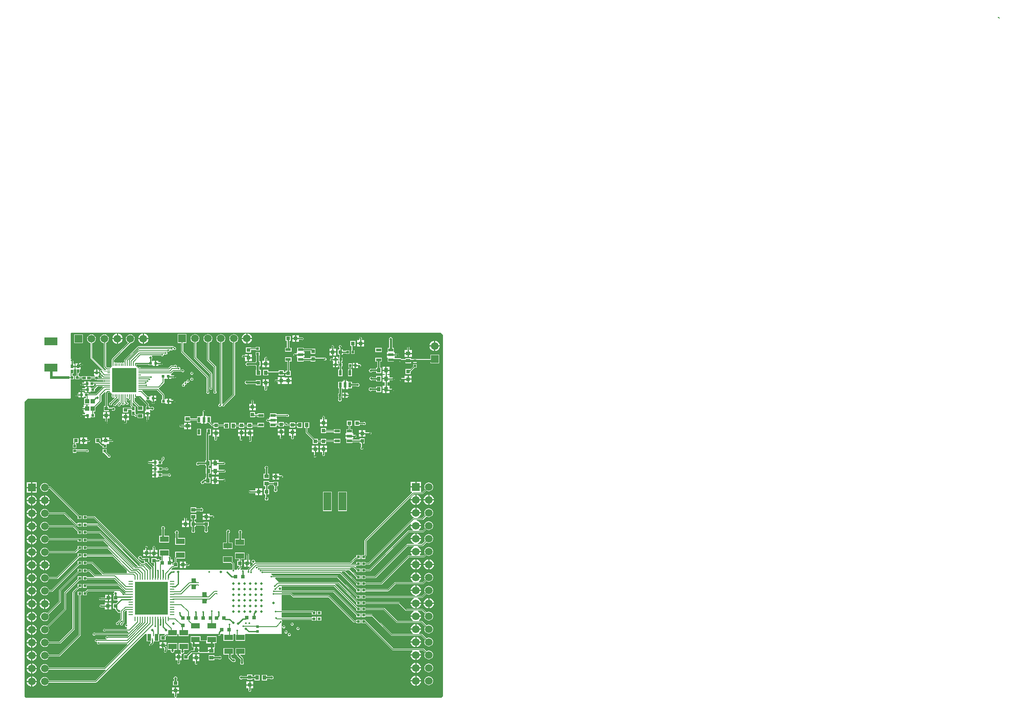
<source format=gtl>
%FSLAX25Y25*%
%MOIN*%
G70*
G01*
G75*
G04 Layer_Physical_Order=1*
G04 Layer_Color=255*
%ADD10R,0.01969X0.01969*%
%ADD11R,0.05906X0.14173*%
%ADD12R,0.03150X0.02756*%
%ADD13R,0.02756X0.03150*%
%ADD14R,0.01969X0.02362*%
%ADD15R,0.02953X0.05512*%
%ADD16R,0.00787X0.01969*%
%ADD17R,0.03150X0.03543*%
%ADD18R,0.03543X0.02756*%
%ADD19R,0.10236X0.05906*%
%ADD20R,0.02362X0.01969*%
%ADD21R,0.01969X0.01969*%
%ADD22R,0.03150X0.02953*%
%ADD23R,0.01969X0.02559*%
%ADD24R,0.02559X0.01969*%
%ADD25R,0.18504X0.18504*%
%ADD26O,0.00787X0.02559*%
%ADD27O,0.02559X0.00787*%
%ADD28R,0.03347X0.03740*%
%ADD29O,0.03543X0.00984*%
%ADD30O,0.00984X0.03543*%
%ADD31R,0.25590X0.25590*%
%ADD32R,0.03150X0.03150*%
%ADD33R,0.03150X0.03150*%
%ADD34R,0.04134X0.02362*%
%ADD35R,0.03543X0.03150*%
%ADD36R,0.02362X0.04134*%
%ADD37R,0.02362X0.04331*%
%ADD38R,0.06693X0.04331*%
%ADD39C,0.00800*%
%ADD40C,0.00600*%
%ADD41C,0.01200*%
%ADD42C,0.01000*%
%ADD43C,0.01600*%
%ADD44C,0.00400*%
%ADD45R,0.05906X0.05906*%
%ADD46C,0.05906*%
%ADD47R,0.05906X0.05906*%
%ADD48C,0.02000*%
%ADD49C,0.01400*%
%ADD50C,0.01969*%
%ADD51C,0.02598*%
%ADD52C,0.00900*%
G36*
X385100Y290400D02*
Y10900D01*
X384500Y10300D01*
X383700Y9500D01*
X178527D01*
X178491Y9768D01*
X178674Y10067D01*
X178674D01*
X178795Y10148D01*
X178949Y10251D01*
X179045Y10347D01*
X179049Y10351D01*
X179248Y10649D01*
X179318Y11000D01*
Y12868D01*
X180975D01*
Y14746D01*
X175825D01*
Y12868D01*
X177482D01*
Y11296D01*
X177452Y11251D01*
X177382Y10900D01*
X177452Y10549D01*
X177570Y10372D01*
X177651Y10251D01*
X177806Y10148D01*
X177926Y10067D01*
X177926Y10067D01*
X178109Y9768D01*
X178073Y9500D01*
X62700D01*
X61700Y10500D01*
Y10800D01*
Y238300D01*
X61600Y238400D01*
X64100Y240900D01*
Y241000D01*
X96200Y241000D01*
X96600D01*
X96700Y240900D01*
X97500Y241700D01*
Y255916D01*
X100125D01*
Y258684D01*
X98616D01*
Y260450D01*
X99784D01*
Y263591D01*
X100384D01*
Y265370D01*
X98400D01*
Y266370D01*
X100384D01*
Y268150D01*
X99318D01*
Y270700D01*
X99248Y271051D01*
X99049Y271349D01*
X98751Y271548D01*
X98400Y271618D01*
X98049Y271548D01*
X98000Y271515D01*
X97500Y271782D01*
Y290900D01*
Y291500D01*
X98000Y292000D01*
X383500D01*
X385100Y290400D01*
D02*
G37*
G36*
X83500Y268082D02*
X83500Y258269D01*
X96300Y258269D01*
X96300Y256300D01*
X81537Y256300D01*
Y256318D01*
X81531D01*
X81531Y268082D01*
X83500Y268082D01*
D02*
G37*
%LPC*%
G36*
X183654Y112000D02*
X181776D01*
Y109925D01*
X183654D01*
Y112000D01*
D02*
G37*
G36*
X109850Y150779D02*
X106687D01*
Y148010D01*
X109850D01*
Y148681D01*
X115271D01*
X151228Y112724D01*
X151054Y112290D01*
X150569Y112240D01*
X118819Y143990D01*
X118588Y144145D01*
X118315Y144199D01*
X109850D01*
Y144869D01*
X106687D01*
Y142101D01*
X109850D01*
Y142771D01*
X118019D01*
X149315Y111476D01*
X149124Y111014D01*
X147696D01*
X120629Y138080D01*
X120397Y138235D01*
X120124Y138289D01*
X109850D01*
Y138960D01*
X106687D01*
Y136191D01*
X109850D01*
Y136862D01*
X119829D01*
X146090Y110601D01*
X145922Y110062D01*
X145774Y110035D01*
X123638Y132171D01*
X123407Y132326D01*
X123134Y132380D01*
X109850D01*
Y133051D01*
X106687D01*
Y130282D01*
X109850D01*
Y130953D01*
X122838D01*
X126759Y127031D01*
X126744Y126920D01*
X126443Y126470D01*
X109850D01*
Y127141D01*
X106687D01*
Y124373D01*
X109850D01*
Y125043D01*
X126148D01*
X130161Y121029D01*
X129983Y120630D01*
X129922Y120561D01*
X109850D01*
Y121232D01*
X106687D01*
Y118463D01*
X109850D01*
Y119134D01*
X129657D01*
X140600Y108191D01*
Y106114D01*
X122996D01*
X114667Y114443D01*
X114435Y114597D01*
X114162Y114652D01*
X109850D01*
Y115322D01*
X106687D01*
Y112554D01*
X109850D01*
Y113224D01*
X113866D01*
X121877Y105214D01*
X121670Y104714D01*
X116296D01*
X112476Y108533D01*
X112245Y108688D01*
X111972Y108742D01*
X109850D01*
Y109413D01*
X106687D01*
Y106644D01*
X109850D01*
Y107315D01*
X111676D01*
X115495Y103495D01*
X115727Y103341D01*
X115767Y103333D01*
X115718Y102833D01*
X109850D01*
Y103503D01*
X106687D01*
Y100735D01*
X109850D01*
Y101405D01*
X130985D01*
X134277Y98114D01*
X134070Y97614D01*
X108959D01*
X108859Y97594D01*
X106687D01*
Y94825D01*
X109850D01*
Y96186D01*
X134304D01*
X139374Y91117D01*
X139606Y90962D01*
X139879Y90908D01*
X139864Y90414D01*
X138946D01*
X138893Y90493D01*
X138529Y90736D01*
X138334Y90775D01*
X135905Y93205D01*
X135673Y93359D01*
X135400Y93414D01*
X110669D01*
X110395Y93359D01*
X110164Y93205D01*
X108643Y91684D01*
X106687D01*
Y88916D01*
X109850D01*
Y90872D01*
X110964Y91986D01*
X131104D01*
X131255Y91486D01*
X130991Y91309D01*
X130681Y90846D01*
X130573Y90300D01*
X130681Y89754D01*
X130934Y89375D01*
X130839Y89064D01*
X130713Y88875D01*
X130376D01*
Y84925D01*
X133432D01*
X133432D01*
X133437D01*
X133450D01*
X133941Y84434D01*
Y84426D01*
X133941Y84238D01*
X132377Y82675D01*
X130176D01*
Y78725D01*
X131882D01*
Y78300D01*
X131952Y77949D01*
X132151Y77651D01*
X133340Y76463D01*
X133381Y76254D01*
X133691Y75791D01*
X134154Y75481D01*
X134700Y75373D01*
X135246Y75481D01*
X135286Y75508D01*
X135786Y75241D01*
Y70496D01*
X133494Y68203D01*
X133400Y68222D01*
X132971Y68136D01*
X132607Y67893D01*
X132364Y67529D01*
X132278Y67100D01*
X132364Y66671D01*
X132607Y66307D01*
X132971Y66064D01*
X133400Y65978D01*
X133829Y66064D01*
X134193Y66307D01*
X134436Y66671D01*
X134522Y67100D01*
X134503Y67194D01*
X136886Y69577D01*
X137354Y69420D01*
X137386Y69395D01*
Y68496D01*
X136794Y67903D01*
X136700Y67922D01*
X136271Y67836D01*
X135907Y67593D01*
X135664Y67229D01*
X135578Y66800D01*
X135664Y66371D01*
X135907Y66007D01*
X136271Y65764D01*
X136700Y65678D01*
X137129Y65764D01*
X137493Y66007D01*
X137736Y66371D01*
X137822Y66800D01*
X137803Y66894D01*
X138605Y67695D01*
X138759Y67927D01*
X138814Y68200D01*
Y75904D01*
X140037Y77128D01*
X140600D01*
Y66704D01*
X140500Y66622D01*
X140071Y66536D01*
X139707Y66293D01*
X139464Y65929D01*
X139378Y65500D01*
X139464Y65071D01*
X139707Y64707D01*
X140071Y64464D01*
X140500Y64378D01*
X140600Y64296D01*
Y62714D01*
X124246D01*
X124193Y62793D01*
X123829Y63036D01*
X123400Y63122D01*
X122971Y63036D01*
X122607Y62793D01*
X122364Y62429D01*
X122278Y62000D01*
X122364Y61571D01*
X122607Y61207D01*
X122971Y60964D01*
X123400Y60878D01*
X123829Y60964D01*
X124193Y61207D01*
X124246Y61286D01*
X140947D01*
X142212Y60022D01*
X141804Y59614D01*
X116346D01*
X116293Y59693D01*
X115929Y59936D01*
X115500Y60022D01*
X115071Y59936D01*
X114707Y59693D01*
X114464Y59329D01*
X114378Y58900D01*
X114464Y58471D01*
X114707Y58107D01*
X115071Y57864D01*
X115500Y57778D01*
X115929Y57864D01*
X116293Y58107D01*
X116346Y58186D01*
X141670D01*
X141877Y57686D01*
X141104Y56914D01*
X126346D01*
X126293Y56993D01*
X125929Y57236D01*
X125500Y57322D01*
X125071Y57236D01*
X124707Y56993D01*
X124464Y56629D01*
X124378Y56200D01*
X124464Y55771D01*
X124707Y55407D01*
X124996Y55214D01*
X124977Y54896D01*
X124913Y54714D01*
X118046D01*
X117993Y54793D01*
X117629Y55036D01*
X117200Y55122D01*
X116771Y55036D01*
X116407Y54793D01*
X116164Y54429D01*
X116078Y54000D01*
X116164Y53571D01*
X116407Y53207D01*
X116771Y52964D01*
X117200Y52878D01*
X117541Y52946D01*
X117760Y52735D01*
X117872Y52541D01*
X117864Y52529D01*
X117778Y52100D01*
X117864Y51671D01*
X118107Y51307D01*
X118471Y51064D01*
X118900Y50978D01*
X119329Y51064D01*
X119512Y51186D01*
X140926D01*
X141133Y50686D01*
X123562Y33116D01*
X80574D01*
X80566Y33175D01*
X80229Y33991D01*
X79691Y34691D01*
X78991Y35229D01*
X78175Y35566D01*
X77300Y35682D01*
X76425Y35566D01*
X75609Y35229D01*
X74909Y34691D01*
X74371Y33991D01*
X74034Y33175D01*
X73918Y32300D01*
X74034Y31425D01*
X74371Y30609D01*
X74909Y29909D01*
X75609Y29371D01*
X76425Y29034D01*
X77300Y28918D01*
X78175Y29034D01*
X78991Y29371D01*
X79691Y29909D01*
X80229Y30609D01*
X80566Y31425D01*
X80574Y31484D01*
X123900D01*
X123900Y31484D01*
X124179Y31540D01*
X124209Y31518D01*
X124372Y31026D01*
X116462Y23116D01*
X80574D01*
X80566Y23175D01*
X80229Y23991D01*
X79691Y24691D01*
X78991Y25229D01*
X78175Y25567D01*
X77300Y25682D01*
X76425Y25567D01*
X75609Y25229D01*
X74909Y24691D01*
X74371Y23991D01*
X74034Y23175D01*
X73918Y22300D01*
X74034Y21425D01*
X74371Y20609D01*
X74909Y19909D01*
X75609Y19371D01*
X76425Y19034D01*
X77300Y18918D01*
X78175Y19034D01*
X78991Y19371D01*
X79691Y19909D01*
X80229Y20609D01*
X80566Y21425D01*
X80574Y21484D01*
X116800D01*
X116800Y21484D01*
X117112Y21546D01*
X117377Y21723D01*
X154654Y59000D01*
X156169D01*
Y53244D01*
X159113D01*
Y52644D01*
X159113D01*
X159146Y52144D01*
X158451Y51449D01*
X158252Y51151D01*
X158182Y50800D01*
X158252Y50449D01*
X158451Y50151D01*
X158749Y49952D01*
X159100Y49882D01*
X159451Y49952D01*
X159749Y50151D01*
X161155Y51557D01*
X161354Y51855D01*
X161424Y52206D01*
Y52644D01*
X161900D01*
Y53244D01*
X165631D01*
Y58647D01*
X165672Y58854D01*
Y59000D01*
X169983D01*
X170191Y58500D01*
X169423Y57732D01*
X166725D01*
Y54176D01*
X170675D01*
Y56966D01*
X171396Y57686D01*
X172353D01*
Y57450D01*
X179847D01*
Y59000D01*
X180853D01*
Y57350D01*
X188347D01*
Y59000D01*
X211282D01*
Y58500D01*
X211352Y58149D01*
X211551Y57851D01*
X211849Y57652D01*
X212200Y57582D01*
X212551Y57652D01*
X212849Y57851D01*
X213048Y58149D01*
X213118Y58500D01*
Y59000D01*
X215144D01*
X215553Y58780D01*
Y53650D01*
X223046D01*
Y58780D01*
X223456Y59000D01*
X224344D01*
X224753Y58780D01*
Y53650D01*
X232246D01*
Y58780D01*
X232656Y59000D01*
X260500D01*
Y64342D01*
X260930Y64385D01*
X260970Y64389D01*
X260994Y64391D01*
X261000Y64392D01*
X261050Y64141D01*
X261050Y64141D01*
X261064Y64071D01*
X261307Y63707D01*
X261671Y63464D01*
X262100Y63378D01*
X262529Y63464D01*
X262893Y63707D01*
X263136Y64071D01*
X263222Y64500D01*
X263136Y64929D01*
X262893Y65293D01*
X262529Y65536D01*
X262100Y65622D01*
X261671Y65536D01*
X261307Y65293D01*
X261064Y64929D01*
X261050Y64859D01*
X261050Y64859D01*
X261000Y64608D01*
X260994Y64609D01*
X260970Y64611D01*
X260930Y64615D01*
X260500Y64658D01*
Y67545D01*
X260593Y67607D01*
X260836Y67971D01*
X260922Y68400D01*
X260836Y68829D01*
X260593Y69193D01*
X260500Y69255D01*
Y70086D01*
X283850D01*
Y69416D01*
X287013D01*
Y72184D01*
X283850D01*
Y71514D01*
X260500D01*
Y75686D01*
X283850D01*
Y74016D01*
X287013D01*
Y76784D01*
X285057D01*
X284936Y76905D01*
X284705Y77059D01*
X284432Y77114D01*
X260500D01*
Y89286D01*
X267366D01*
X268957Y87695D01*
X269188Y87541D01*
X269461Y87486D01*
X296504D01*
X315795Y68195D01*
X316027Y68041D01*
X316300Y67986D01*
X318149D01*
Y67316D01*
X321311D01*
Y70084D01*
X318149D01*
Y69414D01*
X316596D01*
X297305Y88705D01*
X297073Y88859D01*
X296800Y88914D01*
X269757D01*
X268166Y90505D01*
X267935Y90659D01*
X267661Y90714D01*
X260500D01*
Y91286D01*
X300404D01*
X318149Y73542D01*
Y72116D01*
X321311D01*
Y74884D01*
X318825D01*
X301205Y92505D01*
X300973Y92659D01*
X300700Y92714D01*
X260500D01*
Y93862D01*
X260527Y94000D01*
X260500Y94138D01*
Y96086D01*
X300804D01*
X318149Y78742D01*
Y77016D01*
X321311D01*
Y78229D01*
X321345Y78400D01*
X321311Y78570D01*
Y79784D01*
X319125D01*
X301723Y97186D01*
X301880Y97654D01*
X301905Y97686D01*
X303926D01*
X318149Y83464D01*
Y81516D01*
X321311D01*
Y84284D01*
X319347D01*
X304727Y98905D01*
X304495Y99059D01*
X304222Y99114D01*
X258486D01*
X255476Y102124D01*
X255667Y102586D01*
X303304D01*
X318149Y87742D01*
Y86316D01*
X321311D01*
Y89084D01*
X318825D01*
X304105Y103805D01*
X303873Y103959D01*
X303600Y104014D01*
X253586D01*
X252276Y105324D01*
X252467Y105786D01*
X305604D01*
X318149Y93242D01*
Y91449D01*
X321311D01*
Y94218D01*
X319192D01*
X306723Y106686D01*
X306930Y107186D01*
X309004D01*
X318149Y98042D01*
Y96582D01*
X321311D01*
Y99351D01*
X318858D01*
X310223Y107986D01*
X310430Y108486D01*
X312704D01*
X318149Y103042D01*
Y101716D01*
X321311D01*
Y104484D01*
X318725D01*
X313523Y109686D01*
X313527Y109765D01*
X313684Y110186D01*
X316204D01*
X318149Y108242D01*
Y106849D01*
X321311D01*
Y109618D01*
X318792D01*
X317423Y110986D01*
X317630Y111486D01*
X317965D01*
X318238Y111541D01*
X318470Y111695D01*
X318757Y111982D01*
X321311D01*
Y114751D01*
X318149D01*
Y113394D01*
X317669Y112914D01*
X314430D01*
X314223Y113414D01*
X317896Y117086D01*
X319100D01*
X319248Y117116D01*
X321311D01*
Y119884D01*
X318149D01*
Y118514D01*
X317600D01*
X317327Y118459D01*
X317095Y118305D01*
X313004Y114214D01*
X240281D01*
X239890Y114714D01*
X239927Y114900D01*
X239819Y115446D01*
X239509Y115909D01*
X239046Y116219D01*
X238500Y116327D01*
X237954Y116219D01*
X237491Y115909D01*
X237181Y115446D01*
X237073Y114900D01*
X237181Y114354D01*
X237491Y113891D01*
X237954Y113581D01*
X238046Y113563D01*
X238211Y113020D01*
X236532Y111342D01*
X236032Y111549D01*
Y113200D01*
X234154D01*
Y111125D01*
X235609D01*
X235816Y110625D01*
X234295Y109105D01*
X234141Y108873D01*
X234106Y108700D01*
X228732D01*
X228322Y109200D01*
X228303Y109294D01*
X228805Y109795D01*
X228959Y110027D01*
X229014Y110300D01*
Y111725D01*
X229724D01*
Y115675D01*
X229014D01*
Y116920D01*
X231846D01*
Y122050D01*
X224354D01*
Y116920D01*
X227586D01*
Y115675D01*
X226168D01*
Y111725D01*
X227586D01*
Y110663D01*
X227200Y110322D01*
X226771Y110236D01*
X226407Y109993D01*
X226164Y109629D01*
X226079Y109200D01*
X225668Y108700D01*
X224022D01*
X223893Y108893D01*
X223814Y108946D01*
Y113247D01*
X223759Y113520D01*
X223605Y113752D01*
X222446Y114910D01*
Y119150D01*
X214953D01*
Y114020D01*
X221318D01*
X222386Y112952D01*
Y108946D01*
X222307Y108893D01*
X222178Y108700D01*
X175363D01*
X175171Y109162D01*
X176196Y110186D01*
X176846D01*
X177119Y110241D01*
X177350Y110395D01*
X177480Y110525D01*
X180224D01*
Y114475D01*
X179159D01*
Y117397D01*
X179182Y117420D01*
X185747D01*
Y122550D01*
X178253D01*
Y118510D01*
X177941Y118198D01*
X177786Y117966D01*
X177732Y117693D01*
Y114475D01*
X176668D01*
Y112201D01*
X176632Y112173D01*
X176132Y112414D01*
Y113500D01*
X173754D01*
Y114500D01*
X176132D01*
Y116575D01*
X174672D01*
Y118046D01*
X174614Y118339D01*
X174602Y118397D01*
X174403Y118694D01*
X174349Y118749D01*
X174051Y118948D01*
X173796Y118999D01*
X173693Y119026D01*
X173346Y119457D01*
Y124250D01*
X165854D01*
Y119120D01*
X167386D01*
Y115975D01*
X166387D01*
X166336Y116229D01*
X166093Y116593D01*
X165729Y116836D01*
X165300Y116922D01*
X164871Y116836D01*
X164612Y116663D01*
X163675D01*
Y117524D01*
X159725D01*
Y113968D01*
X161835D01*
Y111552D01*
X161720Y111469D01*
X161335Y111363D01*
X157975Y114723D01*
Y117624D01*
X154025D01*
Y117618D01*
X152778D01*
X152427Y118000D01*
X152319Y118546D01*
X152009Y119009D01*
X151546Y119319D01*
X151000Y119427D01*
X150454Y119319D01*
X149991Y119009D01*
X149681Y118546D01*
X149573Y118000D01*
X149681Y117454D01*
X149991Y116991D01*
X150454Y116681D01*
X151000Y116573D01*
X151108Y116594D01*
X151651Y116051D01*
X151949Y115852D01*
X152300Y115782D01*
X154025D01*
Y114068D01*
X156040D01*
X156051Y114051D01*
X159867Y110236D01*
Y109171D01*
X159367Y109020D01*
X159320Y109089D01*
X155105Y113305D01*
X154873Y113459D01*
X154600Y113514D01*
X152457D01*
X116071Y149899D01*
X115840Y150054D01*
X115567Y150108D01*
X109850D01*
Y150779D01*
D02*
G37*
G36*
X233154Y113200D02*
X231276D01*
Y111125D01*
X233154D01*
Y113200D01*
D02*
G37*
G36*
X186532Y115075D02*
X184654D01*
Y112500D01*
Y109925D01*
X186532D01*
Y111582D01*
X188100D01*
X188451Y111652D01*
X188749Y111851D01*
X188948Y112149D01*
X189018Y112500D01*
X188948Y112851D01*
X188749Y113149D01*
X188451Y113348D01*
X188100Y113418D01*
X186532D01*
Y115075D01*
D02*
G37*
G36*
X378021Y112300D02*
X374600D01*
Y108879D01*
X375132Y108949D01*
X376093Y109347D01*
X376919Y109981D01*
X377553Y110807D01*
X377951Y111768D01*
X378021Y112300D01*
D02*
G37*
G36*
X81221Y111800D02*
X77800D01*
Y108379D01*
X78332Y108449D01*
X79293Y108847D01*
X80119Y109481D01*
X80753Y110307D01*
X81151Y111268D01*
X81221Y111800D01*
D02*
G37*
G36*
X76800D02*
X73379D01*
X73449Y111268D01*
X73847Y110307D01*
X74481Y109481D01*
X75307Y108847D01*
X76268Y108449D01*
X76800Y108379D01*
Y111800D01*
D02*
G37*
G36*
X363600Y112300D02*
X360179D01*
X360249Y111768D01*
X360647Y110807D01*
X361281Y109981D01*
X362107Y109347D01*
X363068Y108949D01*
X363600Y108879D01*
Y112300D01*
D02*
G37*
G36*
X373600D02*
X370179D01*
X370249Y111768D01*
X370647Y110807D01*
X371281Y109981D01*
X372107Y109347D01*
X373068Y108949D01*
X373600Y108879D01*
Y112300D01*
D02*
G37*
G36*
X368021D02*
X364600D01*
Y108879D01*
X365132Y108949D01*
X366093Y109347D01*
X366919Y109981D01*
X367553Y110807D01*
X367951Y111768D01*
X368021Y112300D01*
D02*
G37*
G36*
X66800Y116221D02*
X66268Y116151D01*
X65307Y115753D01*
X64481Y115119D01*
X63847Y114293D01*
X63449Y113332D01*
X63379Y112800D01*
X66800D01*
Y116221D01*
D02*
G37*
G36*
X374600Y116721D02*
Y113300D01*
X378021D01*
X377951Y113832D01*
X377553Y114793D01*
X376919Y115619D01*
X376093Y116253D01*
X375132Y116651D01*
X374600Y116721D01*
D02*
G37*
G36*
X373600D02*
X373068Y116651D01*
X372107Y116253D01*
X371281Y115619D01*
X370647Y114793D01*
X370249Y113832D01*
X370179Y113300D01*
X373600D01*
Y116721D01*
D02*
G37*
G36*
X234200Y121118D02*
X233849Y121048D01*
X233551Y120849D01*
X233352Y120551D01*
X233282Y120200D01*
Y116275D01*
X231276D01*
Y114200D01*
X236032D01*
Y116275D01*
X235118D01*
Y120200D01*
X235048Y120551D01*
X234849Y120849D01*
X234551Y121048D01*
X234200Y121118D01*
D02*
G37*
G36*
X71221Y121800D02*
X67800D01*
Y118379D01*
X68332Y118449D01*
X69293Y118847D01*
X70119Y119481D01*
X70753Y120307D01*
X71151Y121268D01*
X71221Y121800D01*
D02*
G37*
G36*
X66800D02*
X63379D01*
X63449Y121268D01*
X63847Y120307D01*
X64481Y119481D01*
X65307Y118847D01*
X66268Y118449D01*
X66800Y118379D01*
Y121800D01*
D02*
G37*
G36*
X364600Y116721D02*
Y113300D01*
X368021D01*
X367951Y113832D01*
X367553Y114793D01*
X366919Y115619D01*
X366093Y116253D01*
X365132Y116651D01*
X364600Y116721D01*
D02*
G37*
G36*
X76800Y116221D02*
X76268Y116151D01*
X75307Y115753D01*
X74481Y115119D01*
X73847Y114293D01*
X73449Y113332D01*
X73379Y112800D01*
X76800D01*
Y116221D01*
D02*
G37*
G36*
X67800D02*
Y112800D01*
X71221D01*
X71151Y113332D01*
X70753Y114293D01*
X70119Y115119D01*
X69293Y115753D01*
X68332Y116151D01*
X67800Y116221D01*
D02*
G37*
G36*
X77800D02*
Y112800D01*
X81221D01*
X81151Y113332D01*
X80753Y114293D01*
X80119Y115119D01*
X79293Y115753D01*
X78332Y116151D01*
X77800Y116221D01*
D02*
G37*
G36*
X363600Y116721D02*
X363068Y116651D01*
X362107Y116253D01*
X361281Y115619D01*
X360647Y114793D01*
X360249Y113832D01*
X360179Y113300D01*
X363600D01*
Y116721D01*
D02*
G37*
G36*
X183654Y115075D02*
X181776D01*
Y113000D01*
X183654D01*
Y115075D01*
D02*
G37*
G36*
X374100Y96182D02*
X373225Y96066D01*
X372409Y95729D01*
X371709Y95191D01*
X371171Y94491D01*
X370834Y93675D01*
X370718Y92800D01*
X370834Y91925D01*
X371171Y91109D01*
X371271Y90980D01*
X368704Y88414D01*
X364897D01*
X364864Y88914D01*
X365132Y88949D01*
X366093Y89347D01*
X366919Y89981D01*
X367553Y90807D01*
X367951Y91768D01*
X368021Y92300D01*
X360179D01*
X360249Y91768D01*
X360647Y90807D01*
X361281Y89981D01*
X362107Y89347D01*
X363068Y88949D01*
X363336Y88914D01*
X363303Y88414D01*
X325248D01*
Y89084D01*
X322086D01*
Y86316D01*
X325248D01*
Y86986D01*
X362571D01*
X362670Y86486D01*
X362107Y86253D01*
X361281Y85619D01*
X360647Y84793D01*
X360249Y83832D01*
X360179Y83300D01*
X368021D01*
X367951Y83832D01*
X367553Y84793D01*
X366919Y85619D01*
X366093Y86253D01*
X365529Y86486D01*
X365629Y86986D01*
X369000D01*
X369273Y87041D01*
X369505Y87195D01*
X372280Y89971D01*
X372409Y89871D01*
X373225Y89534D01*
X374100Y89418D01*
X374975Y89534D01*
X375791Y89871D01*
X376491Y90409D01*
X377029Y91109D01*
X377366Y91925D01*
X377482Y92800D01*
X377366Y93675D01*
X377029Y94491D01*
X376491Y95191D01*
X375791Y95729D01*
X374975Y96066D01*
X374100Y96182D01*
D02*
G37*
G36*
X71221Y91800D02*
X67800D01*
Y88379D01*
X68332Y88449D01*
X69293Y88847D01*
X70119Y89481D01*
X70753Y90307D01*
X71151Y91268D01*
X71221Y91800D01*
D02*
G37*
G36*
X66800Y96221D02*
X66268Y96151D01*
X65307Y95753D01*
X64481Y95119D01*
X63847Y94293D01*
X63449Y93332D01*
X63379Y92800D01*
X66800D01*
Y96221D01*
D02*
G37*
G36*
X105913Y115322D02*
X102750D01*
Y113366D01*
X82398Y93014D01*
X80588D01*
X80566Y93175D01*
X80229Y93991D01*
X79691Y94691D01*
X78991Y95229D01*
X78175Y95566D01*
X77300Y95682D01*
X76425Y95566D01*
X75609Y95229D01*
X74909Y94691D01*
X74371Y93991D01*
X74034Y93175D01*
X73918Y92300D01*
X74034Y91425D01*
X74371Y90609D01*
X74909Y89909D01*
X75609Y89371D01*
X76425Y89034D01*
X77300Y88918D01*
X78175Y89034D01*
X78991Y89371D01*
X79691Y89909D01*
X80229Y90609D01*
X80566Y91425D01*
X80588Y91586D01*
X82694D01*
X82967Y91641D01*
X83198Y91795D01*
X103957Y112554D01*
X105913D01*
Y115322D01*
D02*
G37*
G36*
X67800Y96221D02*
Y92800D01*
X71221D01*
X71151Y93332D01*
X70753Y94293D01*
X70119Y95119D01*
X69293Y95753D01*
X68332Y96151D01*
X67800Y96221D01*
D02*
G37*
G36*
X66800Y91800D02*
X63379D01*
X63449Y91268D01*
X63847Y90307D01*
X64481Y89481D01*
X65307Y88847D01*
X66268Y88449D01*
X66800Y88379D01*
Y91800D01*
D02*
G37*
G36*
X374600Y86721D02*
Y83300D01*
X378021D01*
X377951Y83832D01*
X377553Y84793D01*
X376919Y85619D01*
X376093Y86253D01*
X375132Y86651D01*
X374600Y86721D01*
D02*
G37*
G36*
X373600D02*
X373068Y86651D01*
X372107Y86253D01*
X371281Y85619D01*
X370647Y84793D01*
X370249Y83832D01*
X370179Y83300D01*
X373600D01*
Y86721D01*
D02*
G37*
G36*
X125946Y89475D02*
X124068D01*
Y87118D01*
X120200D01*
X119907Y87059D01*
X119849Y87048D01*
X119551Y86849D01*
X119551Y86849D01*
X119352Y86551D01*
X119282Y86200D01*
X119352Y85849D01*
X119551Y85551D01*
X119849Y85352D01*
X120200Y85282D01*
X120200Y85282D01*
X124068D01*
Y84325D01*
X125946D01*
Y86900D01*
Y89475D01*
D02*
G37*
G36*
X128824D02*
X126946D01*
Y87400D01*
X128824D01*
Y89475D01*
D02*
G37*
G36*
Y86400D02*
X126946D01*
Y84325D01*
X128824D01*
Y86400D01*
D02*
G37*
G36*
X363600Y96721D02*
X363068Y96651D01*
X362107Y96253D01*
X361281Y95619D01*
X360647Y94793D01*
X360249Y93832D01*
X360179Y93300D01*
X363600D01*
Y96721D01*
D02*
G37*
G36*
Y106721D02*
X363068Y106651D01*
X362107Y106253D01*
X361281Y105619D01*
X360647Y104793D01*
X360249Y103832D01*
X360179Y103300D01*
X363600D01*
Y106721D01*
D02*
G37*
G36*
X105913Y121232D02*
X102750D01*
Y119276D01*
X86488Y103014D01*
X80588D01*
X80566Y103175D01*
X80229Y103991D01*
X79691Y104691D01*
X78991Y105229D01*
X78175Y105567D01*
X77300Y105682D01*
X76425Y105567D01*
X75609Y105229D01*
X74909Y104691D01*
X74371Y103991D01*
X74034Y103175D01*
X73918Y102300D01*
X74034Y101425D01*
X74371Y100609D01*
X74909Y99909D01*
X75609Y99371D01*
X76425Y99034D01*
X77300Y98918D01*
X78175Y99034D01*
X78991Y99371D01*
X79691Y99909D01*
X80229Y100609D01*
X80566Y101425D01*
X80588Y101586D01*
X86784D01*
X87057Y101641D01*
X87289Y101795D01*
X103957Y118463D01*
X105913D01*
Y121232D01*
D02*
G37*
G36*
X364600Y106721D02*
Y103300D01*
X368021D01*
X367951Y103832D01*
X367553Y104793D01*
X366919Y105619D01*
X366093Y106253D01*
X365132Y106651D01*
X364600Y106721D01*
D02*
G37*
G36*
X71221Y111800D02*
X67800D01*
Y108379D01*
X68332Y108449D01*
X69293Y108847D01*
X70119Y109481D01*
X70753Y110307D01*
X71151Y111268D01*
X71221Y111800D01*
D02*
G37*
G36*
X66800D02*
X63379D01*
X63449Y111268D01*
X63847Y110307D01*
X64481Y109481D01*
X65307Y108847D01*
X66268Y108449D01*
X66800Y108379D01*
Y111800D01*
D02*
G37*
G36*
X67800Y106221D02*
Y102800D01*
X71221D01*
X71151Y103332D01*
X70753Y104293D01*
X70119Y105119D01*
X69293Y105753D01*
X68332Y106151D01*
X67800Y106221D01*
D02*
G37*
G36*
X66800Y101800D02*
X63379D01*
X63449Y101268D01*
X63847Y100307D01*
X64481Y99481D01*
X65307Y98847D01*
X66268Y98449D01*
X66800Y98379D01*
Y101800D01*
D02*
G37*
G36*
X364600Y96721D02*
Y93300D01*
X368021D01*
X367951Y93832D01*
X367553Y94793D01*
X366919Y95619D01*
X366093Y96253D01*
X365132Y96651D01*
X364600Y96721D01*
D02*
G37*
G36*
X71221Y101800D02*
X67800D01*
Y98379D01*
X68332Y98449D01*
X69293Y98847D01*
X70119Y99481D01*
X70753Y100307D01*
X71151Y101268D01*
X71221Y101800D01*
D02*
G37*
G36*
X66800Y106221D02*
X66268Y106151D01*
X65307Y105753D01*
X64481Y105119D01*
X63847Y104293D01*
X63449Y103332D01*
X63379Y102800D01*
X66800D01*
Y106221D01*
D02*
G37*
G36*
X374100Y106182D02*
X373225Y106067D01*
X372409Y105729D01*
X371709Y105191D01*
X371171Y104491D01*
X370834Y103675D01*
X370718Y102800D01*
X370834Y101925D01*
X371171Y101109D01*
X371271Y100980D01*
X369404Y99114D01*
X366610D01*
X366441Y99614D01*
X366919Y99981D01*
X367553Y100807D01*
X367951Y101768D01*
X368021Y102300D01*
X360179D01*
X360249Y101768D01*
X360647Y100807D01*
X361281Y99981D01*
X361759Y99614D01*
X361590Y99114D01*
X348200D01*
X347927Y99059D01*
X347695Y98905D01*
X342338Y93547D01*
X325248D01*
Y94218D01*
X322086D01*
Y91449D01*
X325248D01*
Y92120D01*
X342633D01*
X342906Y92174D01*
X343138Y92329D01*
X348496Y97686D01*
X369700D01*
X369973Y97741D01*
X370205Y97895D01*
X372280Y99971D01*
X372409Y99871D01*
X373225Y99534D01*
X374100Y99418D01*
X374975Y99534D01*
X375791Y99871D01*
X376491Y100409D01*
X377029Y101109D01*
X377366Y101925D01*
X377482Y102800D01*
X377366Y103675D01*
X377029Y104491D01*
X376491Y105191D01*
X375791Y105729D01*
X374975Y106067D01*
X374100Y106182D01*
D02*
G37*
G36*
X161200Y120954D02*
X159125D01*
Y119076D01*
X161200D01*
Y120954D01*
D02*
G37*
G36*
X186100Y149418D02*
X185749Y149348D01*
X185451Y149149D01*
X185252Y148851D01*
X185182Y148500D01*
X185230Y148263D01*
Y146675D01*
X183572D01*
Y144600D01*
X188722D01*
Y146675D01*
X187065D01*
Y148453D01*
X186995Y148804D01*
X186796Y149102D01*
X186749Y149149D01*
X186451Y149348D01*
X186100Y149418D01*
D02*
G37*
G36*
X67800Y146221D02*
Y142800D01*
X71221D01*
X71151Y143332D01*
X70753Y144293D01*
X70119Y145119D01*
X69293Y145753D01*
X68332Y146151D01*
X67800Y146221D01*
D02*
G37*
G36*
X201600Y149254D02*
X199525D01*
Y147376D01*
X201600D01*
Y149254D01*
D02*
G37*
G36*
X77300Y175682D02*
X76425Y175566D01*
X75609Y175229D01*
X74909Y174691D01*
X74371Y173991D01*
X74034Y173175D01*
X73918Y172300D01*
X74034Y171425D01*
X74371Y170609D01*
X74909Y169909D01*
X75609Y169371D01*
X76425Y169034D01*
X77300Y168918D01*
X78175Y169034D01*
X78991Y169371D01*
X79691Y169909D01*
X80229Y170609D01*
X80566Y171425D01*
X80588Y171586D01*
X81131D01*
X102750Y149967D01*
Y148010D01*
X105913D01*
Y150779D01*
X103957D01*
X81931Y172805D01*
X81699Y172959D01*
X81426Y173014D01*
X80588D01*
X80566Y173175D01*
X80229Y173991D01*
X79691Y174691D01*
X78991Y175229D01*
X78175Y175566D01*
X77300Y175682D01*
D02*
G37*
G36*
X204675Y152132D02*
X202600D01*
Y149754D01*
Y147376D01*
X204675D01*
Y148837D01*
X207054D01*
X207405Y148907D01*
X207703Y149106D01*
X207749Y149151D01*
X207948Y149449D01*
X208018Y149800D01*
X207948Y150151D01*
X207749Y150449D01*
X207451Y150648D01*
X207100Y150718D01*
X206870Y150672D01*
X204675D01*
Y152132D01*
D02*
G37*
G36*
X66800Y146221D02*
X66268Y146151D01*
X65307Y145753D01*
X64481Y145119D01*
X63847Y144293D01*
X63449Y143332D01*
X63379Y142800D01*
X66800D01*
Y146221D01*
D02*
G37*
G36*
X374100Y146182D02*
X373225Y146066D01*
X372409Y145729D01*
X371709Y145191D01*
X371171Y144491D01*
X370834Y143675D01*
X370718Y142800D01*
X370834Y141925D01*
X371171Y141109D01*
X371271Y140980D01*
X369404Y139114D01*
X366610D01*
X366441Y139614D01*
X366919Y139981D01*
X367553Y140807D01*
X367951Y141768D01*
X368021Y142300D01*
X360179D01*
X360249Y141768D01*
X360647Y140807D01*
X361281Y139981D01*
X361759Y139614D01*
X361590Y139114D01*
X358600D01*
X358327Y139059D01*
X358095Y138905D01*
X328138Y108947D01*
X325248D01*
Y109618D01*
X322086D01*
Y106849D01*
X325248D01*
Y107520D01*
X328433D01*
X328707Y107574D01*
X328938Y107729D01*
X358896Y137686D01*
X369700D01*
X369973Y137741D01*
X370205Y137895D01*
X372280Y139971D01*
X372409Y139871D01*
X373225Y139533D01*
X374100Y139418D01*
X374975Y139533D01*
X375791Y139871D01*
X376491Y140409D01*
X377029Y141109D01*
X377366Y141925D01*
X377482Y142800D01*
X377366Y143675D01*
X377029Y144491D01*
X376491Y145191D01*
X375791Y145729D01*
X374975Y146066D01*
X374100Y146182D01*
D02*
G37*
G36*
X71221Y141800D02*
X67800D01*
Y138379D01*
X68332Y138449D01*
X69293Y138847D01*
X70119Y139481D01*
X70753Y140307D01*
X71151Y141268D01*
X71221Y141800D01*
D02*
G37*
G36*
X185647Y143600D02*
X183572D01*
Y141525D01*
X185647D01*
Y143600D01*
D02*
G37*
G36*
X77300Y155682D02*
X76425Y155567D01*
X75609Y155229D01*
X74909Y154691D01*
X74371Y153991D01*
X74034Y153175D01*
X73918Y152300D01*
X74034Y151425D01*
X74371Y150609D01*
X74909Y149909D01*
X75609Y149371D01*
X76425Y149033D01*
X77300Y148918D01*
X78175Y149033D01*
X78991Y149371D01*
X79691Y149909D01*
X80229Y150609D01*
X80566Y151425D01*
X80588Y151586D01*
X92404D01*
X101010Y142981D01*
X101242Y142826D01*
X101515Y142771D01*
X102750D01*
Y142101D01*
X105913D01*
Y144869D01*
X102750D01*
Y144199D01*
X101810D01*
X93205Y152805D01*
X92973Y152959D01*
X92700Y153014D01*
X80588D01*
X80566Y153175D01*
X80229Y153991D01*
X79691Y154691D01*
X78991Y155229D01*
X78175Y155567D01*
X77300Y155682D01*
D02*
G37*
G36*
X188722Y143600D02*
X186647D01*
Y141525D01*
X188722D01*
Y143600D01*
D02*
G37*
G36*
X66800Y151800D02*
X63379D01*
X63449Y151268D01*
X63847Y150307D01*
X64481Y149481D01*
X65307Y148847D01*
X66268Y148449D01*
X66800Y148379D01*
Y151800D01*
D02*
G37*
G36*
X194272Y157031D02*
X189928D01*
Y153081D01*
X194272D01*
Y154036D01*
X197472D01*
X197854Y153781D01*
X198400Y153673D01*
X198946Y153781D01*
X199409Y154091D01*
X199719Y154554D01*
X199827Y155100D01*
X199719Y155646D01*
X199409Y156109D01*
X198946Y156419D01*
X198400Y156527D01*
X197854Y156419D01*
X197391Y156109D01*
X197368Y156076D01*
X194272D01*
Y157031D01*
D02*
G37*
G36*
X364600Y156721D02*
Y153300D01*
X368021D01*
X367951Y153832D01*
X367553Y154793D01*
X366919Y155619D01*
X366093Y156253D01*
X365132Y156651D01*
X364600Y156721D01*
D02*
G37*
G36*
X299047Y169087D02*
X292342D01*
Y154113D01*
X299047D01*
Y169087D01*
D02*
G37*
G36*
X66800Y161800D02*
X63379D01*
X63449Y161268D01*
X63847Y160307D01*
X64481Y159481D01*
X65307Y158847D01*
X66268Y158449D01*
X66800Y158379D01*
Y161800D01*
D02*
G37*
G36*
X310858Y169087D02*
X304153D01*
Y154113D01*
X310858D01*
Y169087D01*
D02*
G37*
G36*
X363600Y156721D02*
X363068Y156651D01*
X362107Y156253D01*
X361281Y155619D01*
X360647Y154793D01*
X360249Y153832D01*
X360179Y153300D01*
X363600D01*
Y156721D01*
D02*
G37*
G36*
X374100Y156182D02*
X373225Y156067D01*
X372409Y155729D01*
X371709Y155191D01*
X371171Y154491D01*
X370834Y153675D01*
X370718Y152800D01*
X370834Y151925D01*
X371171Y151109D01*
X371271Y150980D01*
X368904Y148614D01*
X365629D01*
X365530Y149114D01*
X366093Y149347D01*
X366919Y149981D01*
X367553Y150807D01*
X367951Y151768D01*
X368021Y152300D01*
X360179D01*
X360249Y151768D01*
X360647Y150807D01*
X361281Y149981D01*
X362107Y149347D01*
X362670Y149114D01*
X362571Y148614D01*
X362400D01*
X362127Y148559D01*
X361895Y148405D01*
X327571Y114080D01*
X325248D01*
Y114751D01*
X322086D01*
Y111982D01*
X325248D01*
Y112653D01*
X327867D01*
X328140Y112707D01*
X328371Y112862D01*
X359967Y144458D01*
X360391Y144174D01*
X360249Y143832D01*
X360179Y143300D01*
X368021D01*
X367951Y143832D01*
X367553Y144793D01*
X366919Y145619D01*
X366093Y146253D01*
X365132Y146651D01*
X364864Y146686D01*
X364897Y147186D01*
X369200D01*
X369473Y147241D01*
X369705Y147395D01*
X372280Y149971D01*
X372409Y149871D01*
X373225Y149533D01*
X374100Y149418D01*
X374975Y149533D01*
X375791Y149871D01*
X376491Y150409D01*
X377029Y151109D01*
X377366Y151925D01*
X377482Y152800D01*
X377366Y153675D01*
X377029Y154491D01*
X376491Y155191D01*
X375791Y155729D01*
X374975Y156067D01*
X374100Y156182D01*
D02*
G37*
G36*
X71221Y151800D02*
X67800D01*
Y148379D01*
X68332Y148449D01*
X69293Y148847D01*
X70119Y149481D01*
X70753Y150307D01*
X71151Y151268D01*
X71221Y151800D01*
D02*
G37*
G36*
X201600Y152132D02*
X199525D01*
Y150254D01*
X201600D01*
Y152132D01*
D02*
G37*
G36*
X67800Y156221D02*
Y152800D01*
X71221D01*
X71151Y153332D01*
X70753Y154293D01*
X70119Y155119D01*
X69293Y155753D01*
X68332Y156151D01*
X67800Y156221D01*
D02*
G37*
G36*
X66800D02*
X66268Y156151D01*
X65307Y155753D01*
X64481Y155119D01*
X63847Y154293D01*
X63449Y153332D01*
X63379Y152800D01*
X66800D01*
Y156221D01*
D02*
G37*
G36*
Y141800D02*
X63379D01*
X63449Y141268D01*
X63847Y140307D01*
X64481Y139481D01*
X65307Y138847D01*
X66268Y138449D01*
X66800Y138379D01*
Y141800D01*
D02*
G37*
G36*
X67800Y126221D02*
Y122800D01*
X71221D01*
X71151Y123332D01*
X70753Y124293D01*
X70119Y125119D01*
X69293Y125753D01*
X68332Y126151D01*
X67800Y126221D01*
D02*
G37*
G36*
X66800D02*
X66268Y126151D01*
X65307Y125753D01*
X64481Y125119D01*
X63847Y124293D01*
X63449Y123332D01*
X63379Y122800D01*
X66800D01*
Y126221D01*
D02*
G37*
G36*
X105913Y127141D02*
X102750D01*
Y125185D01*
X100579Y123014D01*
X80588D01*
X80566Y123175D01*
X80229Y123991D01*
X79691Y124691D01*
X78991Y125229D01*
X78175Y125566D01*
X77300Y125682D01*
X76425Y125566D01*
X75609Y125229D01*
X74909Y124691D01*
X74371Y123991D01*
X74034Y123175D01*
X73918Y122300D01*
X74034Y121425D01*
X74371Y120609D01*
X74909Y119909D01*
X75609Y119371D01*
X76425Y119034D01*
X77300Y118918D01*
X78175Y119034D01*
X78991Y119371D01*
X79691Y119909D01*
X80229Y120609D01*
X80566Y121425D01*
X80588Y121586D01*
X100875D01*
X101148Y121641D01*
X101379Y121795D01*
X103957Y124373D01*
X105913D01*
Y127141D01*
D02*
G37*
G36*
X228400Y139327D02*
X227854Y139219D01*
X227391Y138909D01*
X227081Y138446D01*
X226973Y137900D01*
X227081Y137354D01*
X227380Y136906D01*
Y132680D01*
X224354D01*
Y127550D01*
X231846D01*
Y132680D01*
X229420D01*
Y136906D01*
X229719Y137354D01*
X229827Y137900D01*
X229719Y138446D01*
X229409Y138909D01*
X228946Y139219D01*
X228400Y139327D01*
D02*
G37*
G36*
X219000Y139627D02*
X218454Y139519D01*
X217991Y139209D01*
X217681Y138746D01*
X217573Y138200D01*
X217681Y137654D01*
X217780Y137505D01*
Y129780D01*
X214953D01*
Y124650D01*
X222446D01*
Y129780D01*
X219820D01*
Y137064D01*
X220009Y137191D01*
X220319Y137654D01*
X220427Y138200D01*
X220319Y138746D01*
X220009Y139209D01*
X219546Y139519D01*
X219000Y139627D01*
D02*
G37*
G36*
X155900Y126918D02*
X155549Y126848D01*
X155251Y126649D01*
X155052Y126351D01*
X154982Y126000D01*
X155052Y125649D01*
X155082Y125604D01*
Y123932D01*
X153425D01*
Y122054D01*
X158575D01*
Y123932D01*
X156918D01*
Y125900D01*
X156848Y126251D01*
X156649Y126549D01*
X156549Y126649D01*
X156251Y126848D01*
X155900Y126918D01*
D02*
G37*
G36*
X155500Y121054D02*
X153425D01*
Y119176D01*
X155500D01*
Y121054D01*
D02*
G37*
G36*
X164275Y120954D02*
X162200D01*
Y119076D01*
X164275D01*
Y120954D01*
D02*
G37*
G36*
X158575Y121054D02*
X156500D01*
Y119176D01*
X158575D01*
Y121054D01*
D02*
G37*
G36*
X161700Y127018D02*
X161349Y126948D01*
X161051Y126749D01*
X160852Y126451D01*
X160782Y126100D01*
Y123832D01*
X159125D01*
Y121954D01*
X164275D01*
Y123832D01*
X162618D01*
Y126100D01*
X162548Y126451D01*
X162349Y126749D01*
X162051Y126948D01*
X161700Y127018D01*
D02*
G37*
G36*
X374100Y126182D02*
X373225Y126067D01*
X372409Y125729D01*
X371709Y125191D01*
X371171Y124491D01*
X370834Y123675D01*
X370718Y122800D01*
X370834Y121925D01*
X371171Y121109D01*
X371271Y120980D01*
X370004Y119714D01*
X367344D01*
X367098Y120214D01*
X367553Y120807D01*
X367951Y121768D01*
X368021Y122300D01*
X360179D01*
X360249Y121768D01*
X360647Y120807D01*
X361102Y120214D01*
X360856Y119714D01*
X358500D01*
X358227Y119659D01*
X357995Y119505D01*
X337171Y98680D01*
X325248D01*
Y99351D01*
X322086D01*
Y96582D01*
X325248D01*
Y97253D01*
X337467D01*
X337740Y97307D01*
X337971Y97462D01*
X358796Y118286D01*
X370300D01*
X370573Y118341D01*
X370805Y118495D01*
X372280Y119971D01*
X372409Y119871D01*
X373225Y119534D01*
X374100Y119418D01*
X374975Y119534D01*
X375791Y119871D01*
X376491Y120409D01*
X377029Y121109D01*
X377366Y121925D01*
X377482Y122800D01*
X377366Y123675D01*
X377029Y124491D01*
X376491Y125191D01*
X375791Y125729D01*
X374975Y126067D01*
X374100Y126182D01*
D02*
G37*
G36*
X179300Y139127D02*
X178754Y139019D01*
X178291Y138709D01*
X177981Y138246D01*
X177873Y137700D01*
X177981Y137154D01*
X178280Y136706D01*
Y133180D01*
X178253D01*
Y128050D01*
X185747D01*
Y133180D01*
X180320D01*
Y136706D01*
X180619Y137154D01*
X180727Y137700D01*
X180619Y138246D01*
X180309Y138709D01*
X179846Y139019D01*
X179300Y139127D01*
D02*
G37*
G36*
X363600Y136721D02*
X363068Y136651D01*
X362107Y136253D01*
X361281Y135619D01*
X360647Y134793D01*
X360249Y133832D01*
X360179Y133300D01*
X363600D01*
Y136721D01*
D02*
G37*
G36*
X67800Y136221D02*
Y132800D01*
X71221D01*
X71151Y133332D01*
X70753Y134293D01*
X70119Y135119D01*
X69293Y135753D01*
X68332Y136151D01*
X67800Y136221D01*
D02*
G37*
G36*
X364600Y136721D02*
Y133300D01*
X368021D01*
X367951Y133832D01*
X367553Y134793D01*
X366919Y135619D01*
X366093Y136253D01*
X365132Y136651D01*
X364600Y136721D01*
D02*
G37*
G36*
X194272Y151519D02*
X189928D01*
Y147569D01*
X191080D01*
Y146075D01*
X190078D01*
Y142125D01*
X191080D01*
Y139694D01*
X190781Y139246D01*
X190673Y138700D01*
X190781Y138154D01*
X191091Y137691D01*
X191554Y137381D01*
X192100Y137273D01*
X192646Y137381D01*
X193109Y137691D01*
X193419Y138154D01*
X193527Y138700D01*
X193419Y139246D01*
X193120Y139694D01*
Y142125D01*
X194027D01*
Y143026D01*
X200125D01*
Y142268D01*
X201080D01*
Y139894D01*
X200781Y139446D01*
X200673Y138900D01*
X200781Y138354D01*
X201091Y137891D01*
X201554Y137581D01*
X202100Y137473D01*
X202646Y137581D01*
X203109Y137891D01*
X203419Y138354D01*
X203527Y138900D01*
X203419Y139446D01*
X203120Y139894D01*
Y142268D01*
X204075D01*
Y145824D01*
X200125D01*
Y145065D01*
X194027D01*
Y146075D01*
X193120D01*
Y147569D01*
X194272D01*
Y151519D01*
D02*
G37*
G36*
X77300Y145682D02*
X76425Y145566D01*
X75609Y145229D01*
X74909Y144691D01*
X74371Y143991D01*
X74034Y143175D01*
X73918Y142300D01*
X74034Y141425D01*
X74371Y140609D01*
X74909Y139909D01*
X75609Y139371D01*
X76425Y139033D01*
X77300Y138918D01*
X78175Y139033D01*
X78991Y139371D01*
X79691Y139909D01*
X80229Y140609D01*
X80566Y141425D01*
X80588Y141586D01*
X99312D01*
X102750Y138147D01*
Y136191D01*
X105913D01*
Y138960D01*
X103957D01*
X100112Y142805D01*
X99880Y142959D01*
X99607Y143014D01*
X80588D01*
X80566Y143175D01*
X80229Y143991D01*
X79691Y144691D01*
X78991Y145229D01*
X78175Y145566D01*
X77300Y145682D01*
D02*
G37*
G36*
X66800Y136221D02*
X66268Y136151D01*
X65307Y135753D01*
X64481Y135119D01*
X63847Y134293D01*
X63449Y133332D01*
X63379Y132800D01*
X66800D01*
Y136221D01*
D02*
G37*
G36*
X71221Y131800D02*
X67800D01*
Y128379D01*
X68332Y128449D01*
X69293Y128847D01*
X70119Y129481D01*
X70753Y130307D01*
X71151Y131268D01*
X71221Y131800D01*
D02*
G37*
G36*
X66800D02*
X63379D01*
X63449Y131268D01*
X63847Y130307D01*
X64481Y129481D01*
X65307Y128847D01*
X66268Y128449D01*
X66800Y128379D01*
Y131800D01*
D02*
G37*
G36*
X374100Y136182D02*
X373225Y136066D01*
X372409Y135729D01*
X371709Y135191D01*
X371171Y134491D01*
X370834Y133675D01*
X370718Y132800D01*
X370834Y131925D01*
X371171Y131109D01*
X371271Y130980D01*
X368804Y128514D01*
X365388D01*
X365288Y129014D01*
X366093Y129347D01*
X366919Y129981D01*
X367553Y130807D01*
X367951Y131768D01*
X368021Y132300D01*
X360179D01*
X360249Y131768D01*
X360647Y130807D01*
X361281Y129981D01*
X362107Y129347D01*
X362912Y129014D01*
X362812Y128514D01*
X357500D01*
X357227Y128459D01*
X356995Y128305D01*
X332504Y103814D01*
X325248D01*
Y104484D01*
X322086D01*
Y101716D01*
X325248D01*
Y102386D01*
X332800D01*
X333073Y102441D01*
X333305Y102595D01*
X357796Y127086D01*
X362812D01*
X362912Y126586D01*
X362107Y126253D01*
X361281Y125619D01*
X360647Y124793D01*
X360249Y123832D01*
X360179Y123300D01*
X368021D01*
X367951Y123832D01*
X367553Y124793D01*
X366919Y125619D01*
X366093Y126253D01*
X365288Y126586D01*
X365388Y127086D01*
X369100D01*
X369373Y127141D01*
X369605Y127295D01*
X372280Y129971D01*
X372409Y129871D01*
X373225Y129534D01*
X374100Y129418D01*
X374975Y129534D01*
X375791Y129871D01*
X376491Y130409D01*
X377029Y131109D01*
X377366Y131925D01*
X377482Y132800D01*
X377366Y133675D01*
X377029Y134491D01*
X376491Y135191D01*
X375791Y135729D01*
X374975Y136066D01*
X374100Y136182D01*
D02*
G37*
G36*
X77300Y135682D02*
X76425Y135566D01*
X75609Y135229D01*
X74909Y134691D01*
X74371Y133991D01*
X74034Y133175D01*
X73918Y132300D01*
X74034Y131425D01*
X74371Y130609D01*
X74909Y129909D01*
X75609Y129371D01*
X76425Y129034D01*
X77300Y128918D01*
X78175Y129034D01*
X78991Y129371D01*
X79691Y129909D01*
X80229Y130609D01*
X80566Y131425D01*
X80588Y131586D01*
X102750D01*
Y130282D01*
X105913D01*
Y133051D01*
X102750D01*
Y133014D01*
X80588D01*
X80566Y133175D01*
X80229Y133991D01*
X79691Y134691D01*
X78991Y135229D01*
X78175Y135566D01*
X77300Y135682D01*
D02*
G37*
G36*
X168900Y142327D02*
X168354Y142219D01*
X167891Y141909D01*
X167581Y141446D01*
X167473Y140900D01*
X167581Y140354D01*
X167880Y139906D01*
Y134880D01*
X165854D01*
Y129750D01*
X173346D01*
Y134880D01*
X169920D01*
Y139906D01*
X170219Y140354D01*
X170327Y140900D01*
X170219Y141446D01*
X169909Y141909D01*
X169446Y142219D01*
X168900Y142327D01*
D02*
G37*
G36*
X77800Y86221D02*
Y82800D01*
X81221D01*
X81151Y83332D01*
X80753Y84293D01*
X80119Y85119D01*
X79293Y85753D01*
X78332Y86151D01*
X77800Y86221D01*
D02*
G37*
G36*
X66800Y41800D02*
X63379D01*
X63449Y41268D01*
X63847Y40307D01*
X64481Y39481D01*
X65307Y38847D01*
X66268Y38449D01*
X66800Y38379D01*
Y41800D01*
D02*
G37*
G36*
X223046Y48150D02*
X215553D01*
Y43020D01*
X219480D01*
Y40600D01*
X219558Y40210D01*
X219779Y39879D01*
X221679Y37979D01*
X222010Y37758D01*
X222400Y37680D01*
X222406D01*
X222854Y37381D01*
X223400Y37273D01*
X223946Y37381D01*
X224409Y37691D01*
X224719Y38154D01*
X224827Y38700D01*
X224719Y39246D01*
X224409Y39709D01*
X223946Y40019D01*
X223400Y40127D01*
X222854Y40019D01*
X222656Y39886D01*
X221520Y41022D01*
Y43020D01*
X223046D01*
Y48150D01*
D02*
G37*
G36*
X71221Y41800D02*
X67800D01*
Y38379D01*
X68332Y38449D01*
X69293Y38847D01*
X70119Y39481D01*
X70753Y40307D01*
X71151Y41268D01*
X71221Y41800D01*
D02*
G37*
G36*
X368021Y42300D02*
X364600D01*
Y38879D01*
X365132Y38949D01*
X366093Y39347D01*
X366919Y39981D01*
X367553Y40807D01*
X367951Y41768D01*
X368021Y42300D01*
D02*
G37*
G36*
X363600D02*
X360179D01*
X360249Y41768D01*
X360647Y40807D01*
X361281Y39981D01*
X362107Y39347D01*
X363068Y38949D01*
X363600Y38879D01*
Y42300D01*
D02*
G37*
G36*
X183224Y40700D02*
X178468D01*
Y38625D01*
X179928D01*
Y36730D01*
X179882Y36500D01*
X179952Y36149D01*
X180151Y35851D01*
X180449Y35652D01*
X180800Y35582D01*
X181151Y35652D01*
X181449Y35851D01*
X181494Y35897D01*
X181693Y36195D01*
X181763Y36546D01*
Y38625D01*
X183224D01*
Y40700D01*
D02*
G37*
G36*
X363600Y36721D02*
X363068Y36651D01*
X362107Y36253D01*
X361281Y35619D01*
X360647Y34793D01*
X360249Y33832D01*
X360179Y33300D01*
X363600D01*
Y36721D01*
D02*
G37*
G36*
X67800Y36221D02*
Y32800D01*
X71221D01*
X71151Y33332D01*
X70753Y34293D01*
X70119Y35119D01*
X69293Y35753D01*
X68332Y36151D01*
X67800Y36221D01*
D02*
G37*
G36*
X364600Y36721D02*
Y33300D01*
X368021D01*
X367951Y33832D01*
X367553Y34793D01*
X366919Y35619D01*
X366093Y36253D01*
X365132Y36651D01*
X364600Y36721D01*
D02*
G37*
G36*
X196875Y40147D02*
X191725D01*
Y38072D01*
X193382D01*
Y36200D01*
X193452Y35849D01*
X193651Y35551D01*
X193949Y35352D01*
X194300Y35282D01*
X194651Y35352D01*
X194949Y35551D01*
X195148Y35849D01*
X195218Y36200D01*
Y38072D01*
X196875D01*
Y40147D01*
D02*
G37*
G36*
X232246Y48150D02*
X224753D01*
Y43020D01*
X225780D01*
Y42600D01*
X225858Y42210D01*
X226079Y41879D01*
X228780Y39178D01*
Y37594D01*
X228481Y37146D01*
X228373Y36600D01*
X228481Y36054D01*
X228791Y35591D01*
X229254Y35281D01*
X229800Y35173D01*
X230346Y35281D01*
X230809Y35591D01*
X231119Y36054D01*
X231227Y36600D01*
X231119Y37146D01*
X230820Y37594D01*
Y39600D01*
X230742Y39990D01*
X230521Y40321D01*
X228284Y42558D01*
X228475Y43020D01*
X232246D01*
Y48150D01*
D02*
G37*
G36*
X208272Y42619D02*
X203928D01*
Y38669D01*
X208272D01*
Y39580D01*
X211606D01*
X212054Y39281D01*
X212600Y39173D01*
X213146Y39281D01*
X213609Y39591D01*
X213919Y40054D01*
X214027Y40600D01*
X213919Y41146D01*
X213609Y41609D01*
X213146Y41919D01*
X212600Y42027D01*
X212054Y41919D01*
X211606Y41620D01*
X208272D01*
Y42619D01*
D02*
G37*
G36*
X188347Y51850D02*
X180853D01*
Y46720D01*
X182586D01*
X182731Y46220D01*
X182481Y45846D01*
X182373Y45300D01*
X182481Y44754D01*
X182791Y44291D01*
X182814Y44275D01*
X182663Y43775D01*
X181346D01*
Y41700D01*
X183224D01*
Y43477D01*
X183673Y43898D01*
X183800Y43873D01*
X184346Y43981D01*
X184809Y44291D01*
X185119Y44754D01*
X185227Y45300D01*
X185119Y45846D01*
X184869Y46220D01*
X185014Y46720D01*
X188347D01*
Y51850D01*
D02*
G37*
G36*
X105913Y91684D02*
X102750D01*
Y88916D01*
X103618D01*
Y58527D01*
X88104Y43014D01*
X80588D01*
X80566Y43175D01*
X80229Y43991D01*
X79691Y44691D01*
X78991Y45229D01*
X78175Y45566D01*
X77300Y45682D01*
X76425Y45566D01*
X75609Y45229D01*
X74909Y44691D01*
X74371Y43991D01*
X74034Y43175D01*
X73918Y42300D01*
X74034Y41425D01*
X74371Y40609D01*
X74909Y39909D01*
X75609Y39371D01*
X76425Y39034D01*
X77300Y38918D01*
X78175Y39034D01*
X78991Y39371D01*
X79691Y39909D01*
X80229Y40609D01*
X80566Y41425D01*
X80588Y41586D01*
X88400D01*
X88673Y41641D01*
X88905Y41795D01*
X104836Y57727D01*
X104991Y57958D01*
X105045Y58232D01*
Y88916D01*
X105913D01*
Y91684D01*
D02*
G37*
G36*
X179847Y51950D02*
X172353D01*
Y46820D01*
X174475D01*
X174756Y46320D01*
X174673Y45900D01*
X174781Y45354D01*
X175091Y44891D01*
X175554Y44581D01*
X176100Y44473D01*
X176646Y44581D01*
X177109Y44891D01*
X177419Y45354D01*
X177527Y45900D01*
X177444Y46320D01*
X177725Y46820D01*
X179847D01*
Y51950D01*
D02*
G37*
G36*
X168200Y49746D02*
X166125D01*
Y47868D01*
X168200D01*
Y49746D01*
D02*
G37*
G36*
X171275D02*
X169200D01*
Y47868D01*
X169782D01*
Y46146D01*
X169652Y45951D01*
X169582Y45600D01*
X169652Y45249D01*
X169851Y44951D01*
X170149Y44752D01*
X170500Y44682D01*
X170851Y44752D01*
X171149Y44951D01*
X171349Y45151D01*
X171548Y45449D01*
X171559Y45507D01*
X171618Y45800D01*
Y48500D01*
X171548Y48851D01*
X171349Y49149D01*
X171275Y49223D01*
Y49746D01*
D02*
G37*
G36*
X67800Y46221D02*
Y42800D01*
X71221D01*
X71151Y43332D01*
X70753Y44293D01*
X70119Y45119D01*
X69293Y45753D01*
X68332Y46151D01*
X67800Y46221D01*
D02*
G37*
G36*
X193800Y43222D02*
X191725D01*
Y41147D01*
X193800D01*
Y43222D01*
D02*
G37*
G36*
X325248Y70084D02*
X322086D01*
Y67316D01*
X325143D01*
X345964Y46495D01*
X346195Y46341D01*
X346468Y46286D01*
X361329D01*
X361499Y45786D01*
X361281Y45619D01*
X360647Y44793D01*
X360249Y43832D01*
X360179Y43300D01*
X368021D01*
X367951Y43832D01*
X367553Y44793D01*
X366919Y45619D01*
X366701Y45786D01*
X366871Y46286D01*
X369604D01*
X371271Y44620D01*
X371171Y44491D01*
X370834Y43675D01*
X370718Y42800D01*
X370834Y41925D01*
X371171Y41109D01*
X371709Y40409D01*
X372409Y39871D01*
X373225Y39534D01*
X374100Y39418D01*
X374975Y39534D01*
X375791Y39871D01*
X376491Y40409D01*
X377029Y41109D01*
X377366Y41925D01*
X377482Y42800D01*
X377366Y43675D01*
X377029Y44491D01*
X376491Y45191D01*
X375791Y45729D01*
X374975Y46066D01*
X374100Y46182D01*
X373225Y46066D01*
X372409Y45729D01*
X372280Y45629D01*
X370405Y47505D01*
X370173Y47659D01*
X369900Y47714D01*
X346764D01*
X325273Y69205D01*
X325248Y69221D01*
Y70084D01*
D02*
G37*
G36*
X196875Y43222D02*
X194800D01*
Y41147D01*
X196875D01*
Y43222D01*
D02*
G37*
G36*
X66800Y46221D02*
X66268Y46151D01*
X65307Y45753D01*
X64481Y45119D01*
X63847Y44293D01*
X63449Y43332D01*
X63379Y42800D01*
X66800D01*
Y46221D01*
D02*
G37*
G36*
X180346Y43775D02*
X178468D01*
Y41700D01*
X180346D01*
Y43775D01*
D02*
G37*
G36*
X178300Y26227D02*
X177754Y26119D01*
X177291Y25809D01*
X176981Y25346D01*
X176873Y24800D01*
X176981Y24254D01*
X177291Y23791D01*
X177380Y23731D01*
Y22732D01*
X176425D01*
Y19176D01*
X180375D01*
Y22732D01*
X179420D01*
Y23927D01*
X179542Y24110D01*
X179550Y24151D01*
X179619Y24254D01*
X179727Y24800D01*
X179619Y25346D01*
X179309Y25809D01*
X178846Y26119D01*
X178300Y26227D01*
D02*
G37*
G36*
X368021Y22300D02*
X364600D01*
Y18879D01*
X365132Y18949D01*
X366093Y19347D01*
X366919Y19981D01*
X367553Y20807D01*
X367951Y21768D01*
X368021Y22300D01*
D02*
G37*
G36*
X374100Y26182D02*
X373225Y26066D01*
X372409Y25729D01*
X371709Y25191D01*
X371171Y24491D01*
X370834Y23675D01*
X370718Y22800D01*
X370834Y21925D01*
X371171Y21109D01*
X371709Y20409D01*
X372409Y19871D01*
X373225Y19534D01*
X374100Y19418D01*
X374975Y19534D01*
X375791Y19871D01*
X376491Y20409D01*
X377029Y21109D01*
X377366Y21925D01*
X377482Y22800D01*
X377366Y23675D01*
X377029Y24491D01*
X376491Y25191D01*
X375791Y25729D01*
X374975Y26066D01*
X374100Y26182D01*
D02*
G37*
G36*
X238375Y22222D02*
X236300D01*
Y20147D01*
X238375D01*
Y22222D01*
D02*
G37*
G36*
X235300D02*
X233225D01*
Y20147D01*
X235300D01*
Y22222D01*
D02*
G37*
G36*
X363600Y22300D02*
X360179D01*
X360249Y21768D01*
X360647Y20807D01*
X361281Y19981D01*
X362107Y19347D01*
X363068Y18949D01*
X363600Y18879D01*
Y22300D01*
D02*
G37*
G36*
X177900Y17624D02*
X175825D01*
Y15746D01*
X177900D01*
Y17624D01*
D02*
G37*
G36*
X238375Y19147D02*
X233225D01*
Y17072D01*
X234882D01*
Y15300D01*
X234952Y14949D01*
X235151Y14651D01*
X235449Y14452D01*
X235800Y14382D01*
X235900D01*
X236251Y14452D01*
X236549Y14651D01*
X236748Y14949D01*
X236818Y15300D01*
X236748Y15651D01*
X236718Y15696D01*
Y17072D01*
X238375D01*
Y19147D01*
D02*
G37*
G36*
X180975Y17624D02*
X178900D01*
Y15746D01*
X180975D01*
Y17624D01*
D02*
G37*
G36*
X71221Y21800D02*
X67800D01*
Y18379D01*
X68332Y18449D01*
X69293Y18847D01*
X70119Y19481D01*
X70753Y20307D01*
X71151Y21268D01*
X71221Y21800D01*
D02*
G37*
G36*
X66800D02*
X63379D01*
X63449Y21268D01*
X63847Y20307D01*
X64481Y19481D01*
X65307Y18847D01*
X66268Y18449D01*
X66800Y18379D01*
Y21800D01*
D02*
G37*
G36*
Y26221D02*
X66268Y26151D01*
X65307Y25753D01*
X64481Y25119D01*
X63847Y24293D01*
X63449Y23332D01*
X63379Y22800D01*
X66800D01*
Y26221D01*
D02*
G37*
G36*
X363600Y32300D02*
X360179D01*
X360249Y31768D01*
X360647Y30807D01*
X361281Y29981D01*
X362107Y29347D01*
X363068Y28949D01*
X363600Y28879D01*
Y32300D01*
D02*
G37*
G36*
X71221Y31800D02*
X67800D01*
Y28379D01*
X68332Y28449D01*
X69293Y28847D01*
X70119Y29481D01*
X70753Y30307D01*
X71151Y31268D01*
X71221Y31800D01*
D02*
G37*
G36*
X368021Y32300D02*
X364600D01*
Y28879D01*
X365132Y28949D01*
X366093Y29347D01*
X366919Y29981D01*
X367553Y30807D01*
X367951Y31768D01*
X368021Y32300D01*
D02*
G37*
G36*
X66800Y36221D02*
X66268Y36151D01*
X65307Y35753D01*
X64481Y35119D01*
X63847Y34293D01*
X63449Y33332D01*
X63379Y32800D01*
X66800D01*
Y36221D01*
D02*
G37*
G36*
X374100Y36182D02*
X373225Y36066D01*
X372409Y35729D01*
X371709Y35191D01*
X371171Y34491D01*
X370834Y33675D01*
X370718Y32800D01*
X370834Y31925D01*
X371171Y31109D01*
X371709Y30409D01*
X372409Y29871D01*
X373225Y29534D01*
X374100Y29418D01*
X374975Y29534D01*
X375791Y29871D01*
X376491Y30409D01*
X377029Y31109D01*
X377366Y31925D01*
X377482Y32800D01*
X377366Y33675D01*
X377029Y34491D01*
X376491Y35191D01*
X375791Y35729D01*
X374975Y36066D01*
X374100Y36182D01*
D02*
G37*
G36*
X66800Y31800D02*
X63379D01*
X63449Y31268D01*
X63847Y30307D01*
X64481Y29481D01*
X65307Y28847D01*
X66268Y28449D01*
X66800Y28379D01*
Y31800D01*
D02*
G37*
G36*
X363600Y26721D02*
X363068Y26651D01*
X362107Y26253D01*
X361281Y25619D01*
X360647Y24793D01*
X360249Y23832D01*
X360179Y23300D01*
X363600D01*
Y26721D01*
D02*
G37*
G36*
X67800Y26221D02*
Y22800D01*
X71221D01*
X71151Y23332D01*
X70753Y24293D01*
X70119Y25119D01*
X69293Y25753D01*
X68332Y26151D01*
X67800Y26221D01*
D02*
G37*
G36*
X364600Y26721D02*
Y23300D01*
X368021D01*
X367951Y23832D01*
X367553Y24793D01*
X366919Y25619D01*
X366093Y26253D01*
X365132Y26651D01*
X364600Y26721D01*
D02*
G37*
G36*
X237775Y27528D02*
X233825D01*
Y26220D01*
X230094D01*
X229646Y26519D01*
X229100Y26627D01*
X228554Y26519D01*
X228091Y26209D01*
X227781Y25746D01*
X227673Y25200D01*
X227781Y24654D01*
X228091Y24191D01*
X228554Y23881D01*
X229100Y23773D01*
X229646Y23881D01*
X230094Y24180D01*
X233825D01*
Y23578D01*
X237775D01*
Y24180D01*
X239569D01*
Y23028D01*
X243519D01*
Y27372D01*
X239569D01*
Y26220D01*
X237775D01*
Y27528D01*
D02*
G37*
G36*
X249031Y27372D02*
X245081D01*
Y23028D01*
X249031D01*
Y24180D01*
X251856D01*
X252154Y23981D01*
X252700Y23873D01*
X253246Y23981D01*
X253709Y24291D01*
X254019Y24754D01*
X254127Y25300D01*
X254019Y25846D01*
X253709Y26309D01*
X253246Y26619D01*
X252700Y26727D01*
X252154Y26619D01*
X251691Y26309D01*
X251631Y26220D01*
X249031D01*
Y27372D01*
D02*
G37*
G36*
X66800Y51800D02*
X63379D01*
X63449Y51268D01*
X63847Y50307D01*
X64481Y49481D01*
X65307Y48847D01*
X66268Y48449D01*
X66800Y48379D01*
Y51800D01*
D02*
G37*
G36*
X290950Y76784D02*
X287787D01*
Y74016D01*
X290950D01*
Y76784D01*
D02*
G37*
G36*
X67800Y76221D02*
Y72800D01*
X71221D01*
X71151Y73332D01*
X70753Y74293D01*
X70119Y75119D01*
X69293Y75753D01*
X68332Y76151D01*
X67800Y76221D01*
D02*
G37*
G36*
X105913Y109413D02*
X102750D01*
Y107457D01*
X88595Y93302D01*
X88441Y93070D01*
X88386Y92797D01*
Y84396D01*
X79120Y75129D01*
X78991Y75229D01*
X78175Y75566D01*
X77300Y75682D01*
X76425Y75566D01*
X75609Y75229D01*
X74909Y74691D01*
X74371Y73991D01*
X74034Y73175D01*
X73918Y72300D01*
X74034Y71425D01*
X74371Y70609D01*
X74909Y69909D01*
X75609Y69371D01*
X76425Y69034D01*
X77300Y68918D01*
X78175Y69034D01*
X78991Y69371D01*
X79691Y69909D01*
X80229Y70609D01*
X80566Y71425D01*
X80682Y72300D01*
X80566Y73175D01*
X80229Y73991D01*
X80129Y74120D01*
X89605Y83595D01*
X89759Y83827D01*
X89814Y84100D01*
Y92501D01*
X103957Y106644D01*
X105913D01*
Y109413D01*
D02*
G37*
G36*
X128624Y80200D02*
X126746D01*
Y78125D01*
X128624D01*
Y80200D01*
D02*
G37*
G36*
X125746Y83275D02*
X123868D01*
Y81618D01*
X120600D01*
X120249Y81548D01*
X119951Y81349D01*
X119752Y81051D01*
X119682Y80700D01*
X119752Y80349D01*
X119951Y80051D01*
X120249Y79852D01*
X120600Y79782D01*
X123868D01*
Y78125D01*
X125746D01*
Y80700D01*
Y83275D01*
D02*
G37*
G36*
X66800Y76221D02*
X66268Y76151D01*
X65307Y75753D01*
X64481Y75119D01*
X63847Y74293D01*
X63449Y73332D01*
X63379Y72800D01*
X66800D01*
Y76221D01*
D02*
G37*
G36*
Y71800D02*
X63379D01*
X63449Y71268D01*
X63847Y70307D01*
X64481Y69481D01*
X65307Y68847D01*
X66268Y68449D01*
X66800Y68379D01*
Y71800D01*
D02*
G37*
G36*
X268500Y67722D02*
X268071Y67636D01*
X267707Y67393D01*
X267464Y67029D01*
X267378Y66600D01*
X267464Y66171D01*
X267707Y65807D01*
X268071Y65564D01*
X268500Y65478D01*
X268929Y65564D01*
X269293Y65807D01*
X269536Y66171D01*
X269621Y66600D01*
X269536Y67029D01*
X269293Y67393D01*
X268929Y67636D01*
X268500Y67722D01*
D02*
G37*
G36*
X71221Y71800D02*
X67800D01*
Y68379D01*
X68332Y68449D01*
X69293Y68847D01*
X70119Y69481D01*
X70753Y70307D01*
X71151Y71268D01*
X71221Y71800D01*
D02*
G37*
G36*
X325248Y84284D02*
X322086D01*
Y81516D01*
X325248D01*
Y82186D01*
X351004D01*
X356095Y77095D01*
X356327Y76941D01*
X356600Y76886D01*
X362330D01*
X362429Y76386D01*
X362107Y76253D01*
X361281Y75619D01*
X360647Y74793D01*
X360249Y73832D01*
X360179Y73300D01*
X368021D01*
X367951Y73832D01*
X367553Y74793D01*
X366919Y75619D01*
X366093Y76253D01*
X365771Y76386D01*
X365870Y76886D01*
X369004D01*
X371271Y74620D01*
X371171Y74491D01*
X370834Y73675D01*
X370718Y72800D01*
X370834Y71925D01*
X371171Y71109D01*
X371709Y70409D01*
X372409Y69871D01*
X373225Y69534D01*
X374100Y69418D01*
X374975Y69534D01*
X375791Y69871D01*
X376491Y70409D01*
X377029Y71109D01*
X377366Y71925D01*
X377482Y72800D01*
X377366Y73675D01*
X377029Y74491D01*
X376491Y75191D01*
X375791Y75729D01*
X374975Y76066D01*
X374100Y76182D01*
X373225Y76066D01*
X372409Y75729D01*
X372280Y75629D01*
X369805Y78105D01*
X369573Y78259D01*
X369300Y78314D01*
X356896D01*
X351805Y83405D01*
X351573Y83559D01*
X351300Y83614D01*
X325248D01*
Y84284D01*
D02*
G37*
G36*
X290950Y72184D02*
X287787D01*
Y69416D01*
X290950D01*
Y72184D01*
D02*
G37*
G36*
X66800Y81800D02*
X63379D01*
X63449Y81268D01*
X63847Y80307D01*
X64481Y79481D01*
X65307Y78847D01*
X66268Y78449D01*
X66800Y78379D01*
Y81800D01*
D02*
G37*
G36*
X128624Y83275D02*
X126746D01*
Y81200D01*
X128624D01*
Y83275D01*
D02*
G37*
G36*
X378021Y82300D02*
X374600D01*
Y78879D01*
X375132Y78949D01*
X376093Y79347D01*
X376919Y79981D01*
X377553Y80807D01*
X377951Y81768D01*
X378021Y82300D01*
D02*
G37*
G36*
X66800Y86221D02*
X66268Y86151D01*
X65307Y85753D01*
X64481Y85119D01*
X63847Y84293D01*
X63449Y83332D01*
X63379Y82800D01*
X66800D01*
Y86221D01*
D02*
G37*
G36*
X76800D02*
X76268Y86151D01*
X75307Y85753D01*
X74481Y85119D01*
X73847Y84293D01*
X73449Y83332D01*
X73379Y82800D01*
X76800D01*
Y86221D01*
D02*
G37*
G36*
X67800D02*
Y82800D01*
X71221D01*
X71151Y83332D01*
X70753Y84293D01*
X70119Y85119D01*
X69293Y85753D01*
X68332Y86151D01*
X67800Y86221D01*
D02*
G37*
G36*
X373600Y82300D02*
X370179D01*
X370249Y81768D01*
X370647Y80807D01*
X371281Y79981D01*
X372107Y79347D01*
X373068Y78949D01*
X373600Y78879D01*
Y82300D01*
D02*
G37*
G36*
X76800Y81800D02*
X73379D01*
X73449Y81268D01*
X73847Y80307D01*
X74481Y79481D01*
X75307Y78847D01*
X76268Y78449D01*
X76800Y78379D01*
Y81800D01*
D02*
G37*
G36*
X71221D02*
X67800D01*
Y78379D01*
X68332Y78449D01*
X69293Y78847D01*
X70119Y79481D01*
X70753Y80307D01*
X71151Y81268D01*
X71221Y81800D01*
D02*
G37*
G36*
X81221D02*
X77800D01*
Y78379D01*
X78332Y78449D01*
X79293Y78847D01*
X80119Y79481D01*
X80753Y80307D01*
X81151Y81268D01*
X81221Y81800D01*
D02*
G37*
G36*
X368021Y82300D02*
X364600D01*
Y78879D01*
X365132Y78949D01*
X366093Y79347D01*
X366919Y79981D01*
X367553Y80807D01*
X367951Y81768D01*
X368021Y82300D01*
D02*
G37*
G36*
X363600D02*
X360179D01*
X360249Y81768D01*
X360647Y80807D01*
X361281Y79981D01*
X362107Y79347D01*
X363068Y78949D01*
X363600Y78879D01*
Y82300D01*
D02*
G37*
G36*
X67800Y56221D02*
Y52800D01*
X71221D01*
X71151Y53332D01*
X70753Y54293D01*
X70119Y55119D01*
X69293Y55753D01*
X68332Y56151D01*
X67800Y56221D01*
D02*
G37*
G36*
X66800D02*
X66268Y56151D01*
X65307Y55753D01*
X64481Y55119D01*
X63847Y54293D01*
X63449Y53332D01*
X63379Y52800D01*
X66800D01*
Y56221D01*
D02*
G37*
G36*
X105913Y97594D02*
X102750D01*
Y95638D01*
X99095Y91983D01*
X98941Y91751D01*
X98886Y91478D01*
Y63196D01*
X88704Y53014D01*
X80588D01*
X80566Y53175D01*
X80229Y53991D01*
X79691Y54691D01*
X78991Y55229D01*
X78175Y55566D01*
X77300Y55682D01*
X76425Y55566D01*
X75609Y55229D01*
X74909Y54691D01*
X74371Y53991D01*
X74034Y53175D01*
X73918Y52300D01*
X74034Y51425D01*
X74371Y50609D01*
X74909Y49909D01*
X75609Y49371D01*
X76425Y49034D01*
X77300Y48918D01*
X78175Y49034D01*
X78991Y49371D01*
X79691Y49909D01*
X80229Y50609D01*
X80566Y51425D01*
X80588Y51586D01*
X89000D01*
X89273Y51641D01*
X89505Y51795D01*
X100105Y62395D01*
X100259Y62627D01*
X100314Y62900D01*
Y91182D01*
X103957Y94825D01*
X105913D01*
Y97594D01*
D02*
G37*
G36*
X364600Y56721D02*
Y53300D01*
X368021D01*
X367951Y53832D01*
X367553Y54793D01*
X366919Y55619D01*
X366093Y56253D01*
X365132Y56651D01*
X364600Y56721D01*
D02*
G37*
G36*
X363600D02*
X363068Y56651D01*
X362107Y56253D01*
X361281Y55619D01*
X360647Y54793D01*
X360249Y53832D01*
X360179Y53300D01*
X363600D01*
Y56721D01*
D02*
G37*
G36*
X171275Y52624D02*
X169200D01*
Y50746D01*
X171275D01*
Y52624D01*
D02*
G37*
G36*
X363600Y52300D02*
X360179D01*
X360249Y51768D01*
X360647Y50807D01*
X361281Y49981D01*
X362107Y49347D01*
X363068Y48949D01*
X363600Y48879D01*
Y52300D01*
D02*
G37*
G36*
X71221Y51800D02*
X67800D01*
Y48379D01*
X68332Y48449D01*
X69293Y48847D01*
X70119Y49481D01*
X70753Y50307D01*
X71151Y51268D01*
X71221Y51800D01*
D02*
G37*
G36*
X368021Y52300D02*
X364600D01*
Y48879D01*
X365132Y48949D01*
X366093Y49347D01*
X366919Y49981D01*
X367553Y50807D01*
X367951Y51768D01*
X368021Y52300D01*
D02*
G37*
G36*
X168200Y52624D02*
X166125D01*
Y50746D01*
X168200D01*
Y52624D01*
D02*
G37*
G36*
X325248Y74884D02*
X322086D01*
Y72116D01*
X325248D01*
Y72786D01*
X330104D01*
X344995Y57895D01*
X345227Y57741D01*
X345500Y57686D01*
X368204D01*
X371271Y54620D01*
X371171Y54491D01*
X370834Y53675D01*
X370718Y52800D01*
X370834Y51925D01*
X371171Y51109D01*
X371709Y50409D01*
X372409Y49871D01*
X373225Y49534D01*
X374100Y49418D01*
X374975Y49534D01*
X375791Y49871D01*
X376491Y50409D01*
X377029Y51109D01*
X377366Y51925D01*
X377482Y52800D01*
X377366Y53675D01*
X377029Y54491D01*
X376491Y55191D01*
X375791Y55729D01*
X374975Y56066D01*
X374100Y56182D01*
X373225Y56066D01*
X372409Y55729D01*
X372280Y55629D01*
X369005Y58905D01*
X368773Y59059D01*
X368500Y59114D01*
X366610D01*
X366441Y59614D01*
X366919Y59981D01*
X367553Y60807D01*
X367951Y61768D01*
X368021Y62300D01*
X360179D01*
X360249Y61768D01*
X360647Y60807D01*
X361281Y59981D01*
X361759Y59614D01*
X361590Y59114D01*
X345796D01*
X330905Y74005D01*
X330673Y74159D01*
X330400Y74214D01*
X325248D01*
Y74884D01*
D02*
G37*
G36*
X210146Y57250D02*
X202654D01*
Y54266D01*
X202153Y53992D01*
X202053Y54033D01*
X197646D01*
Y57250D01*
X190154D01*
Y52120D01*
X190834D01*
X191050Y51620D01*
X190967Y51420D01*
Y49493D01*
X190981Y49460D01*
X190972Y49426D01*
X191042Y49311D01*
X191094Y49187D01*
X191126Y49173D01*
X191145Y49143D01*
X191483Y48896D01*
X191645Y48778D01*
X191792Y48730D01*
X191900Y48695D01*
X191901Y48694D01*
X192325Y48500D01*
Y46220D01*
X190554D01*
X190164Y46142D01*
X189833Y45921D01*
X187087Y43175D01*
X184776D01*
Y39225D01*
X188332D01*
Y41536D01*
X190977Y44180D01*
X195300D01*
X195690Y44258D01*
X195860Y44372D01*
X196275Y44578D01*
D01*
X196775Y44741D01*
X196922Y44594D01*
X197228Y44467D01*
X203328Y44467D01*
X203428Y44508D01*
X203928Y44234D01*
Y44181D01*
X208272D01*
Y48131D01*
X208272D01*
X208606Y48424D01*
X208606Y48425D01*
X208628Y48477D01*
X208733Y48731D01*
X208733Y51166D01*
X208606Y51472D01*
X208459Y51620D01*
X208666Y52120D01*
X210146D01*
Y57250D01*
D02*
G37*
G36*
X67800Y66221D02*
Y62800D01*
X71221D01*
X71151Y63332D01*
X70753Y64293D01*
X70119Y65119D01*
X69293Y65753D01*
X68332Y66151D01*
X67800Y66221D01*
D02*
G37*
G36*
X66800D02*
X66268Y66151D01*
X65307Y65753D01*
X64481Y65119D01*
X63847Y64293D01*
X63449Y63332D01*
X63379Y62800D01*
X66800D01*
Y66221D01*
D02*
G37*
G36*
X363600Y66721D02*
X363068Y66651D01*
X362107Y66253D01*
X361281Y65619D01*
X360647Y64793D01*
X360249Y63832D01*
X360179Y63300D01*
X363600D01*
Y66721D01*
D02*
G37*
G36*
X105913Y103503D02*
X102750D01*
Y101547D01*
X92495Y91292D01*
X92341Y91061D01*
X92286Y90788D01*
Y78296D01*
X79120Y65129D01*
X78991Y65229D01*
X78175Y65566D01*
X77300Y65682D01*
X76425Y65566D01*
X75609Y65229D01*
X74909Y64691D01*
X74371Y63991D01*
X74034Y63175D01*
X73918Y62300D01*
X74034Y61425D01*
X74371Y60609D01*
X74909Y59909D01*
X75609Y59371D01*
X76425Y59034D01*
X77300Y58918D01*
X78175Y59034D01*
X78991Y59371D01*
X79691Y59909D01*
X80229Y60609D01*
X80566Y61425D01*
X80682Y62300D01*
X80566Y63175D01*
X80229Y63991D01*
X80129Y64120D01*
X93505Y77495D01*
X93659Y77727D01*
X93714Y78000D01*
Y90492D01*
X103957Y100735D01*
X105913D01*
Y103503D01*
D02*
G37*
G36*
X364600Y66721D02*
Y63300D01*
X368021D01*
X367951Y63832D01*
X367553Y64793D01*
X366919Y65619D01*
X366093Y66253D01*
X365132Y66651D01*
X364600Y66721D01*
D02*
G37*
G36*
X273000Y64322D02*
X272571Y64236D01*
X272207Y63993D01*
X271964Y63629D01*
X271879Y63200D01*
X271964Y62771D01*
X272207Y62407D01*
X272571Y62164D01*
X273000Y62078D01*
X273429Y62164D01*
X273793Y62407D01*
X274036Y62771D01*
X274121Y63200D01*
X274036Y63629D01*
X273793Y63993D01*
X273429Y64236D01*
X273000Y64322D01*
D02*
G37*
G36*
X66800Y61800D02*
X63379D01*
X63449Y61268D01*
X63847Y60307D01*
X64481Y59481D01*
X65307Y58847D01*
X66268Y58449D01*
X66800Y58379D01*
Y61800D01*
D02*
G37*
G36*
X266300Y59622D02*
X265871Y59536D01*
X265507Y59293D01*
X265264Y58929D01*
X265178Y58500D01*
X265264Y58071D01*
X265507Y57707D01*
X265871Y57464D01*
X266300Y57378D01*
X266729Y57464D01*
X267093Y57707D01*
X267336Y58071D01*
X267422Y58500D01*
X267336Y58929D01*
X267093Y59293D01*
X266729Y59536D01*
X266300Y59622D01*
D02*
G37*
G36*
X71221Y61800D02*
X67800D01*
Y58379D01*
X68332Y58449D01*
X69293Y58847D01*
X70119Y59481D01*
X70753Y60307D01*
X71151Y61268D01*
X71221Y61800D01*
D02*
G37*
G36*
X325248Y79784D02*
X322086D01*
Y77016D01*
X325248D01*
Y77686D01*
X339204D01*
X348995Y67895D01*
X349227Y67741D01*
X349500Y67686D01*
X368204D01*
X371271Y64620D01*
X371171Y64491D01*
X370834Y63675D01*
X370718Y62800D01*
X370834Y61925D01*
X371171Y61109D01*
X371709Y60409D01*
X372409Y59871D01*
X373225Y59534D01*
X374100Y59418D01*
X374975Y59534D01*
X375791Y59871D01*
X376491Y60409D01*
X377029Y61109D01*
X377366Y61925D01*
X377482Y62800D01*
X377366Y63675D01*
X377029Y64491D01*
X376491Y65191D01*
X375791Y65729D01*
X374975Y66066D01*
X374100Y66182D01*
X373225Y66066D01*
X372409Y65729D01*
X372280Y65629D01*
X369005Y68905D01*
X368773Y69059D01*
X368500Y69114D01*
X366610D01*
X366441Y69614D01*
X366919Y69981D01*
X367553Y70807D01*
X367951Y71768D01*
X368021Y72300D01*
X360179D01*
X360249Y71768D01*
X360647Y70807D01*
X361281Y69981D01*
X361759Y69614D01*
X361590Y69114D01*
X349796D01*
X340005Y78905D01*
X339773Y79059D01*
X339500Y79114D01*
X325248D01*
Y79784D01*
D02*
G37*
G36*
X263800Y61622D02*
X263371Y61536D01*
X263007Y61293D01*
X262764Y60929D01*
X262679Y60500D01*
X262764Y60071D01*
X263007Y59707D01*
X263371Y59464D01*
X263800Y59378D01*
X264229Y59464D01*
X264593Y59707D01*
X264836Y60071D01*
X264921Y60500D01*
X264836Y60929D01*
X264593Y61293D01*
X264229Y61536D01*
X263800Y61622D01*
D02*
G37*
G36*
X71221Y161800D02*
X67800D01*
Y158379D01*
X68332Y158449D01*
X69293Y158847D01*
X70119Y159481D01*
X70753Y160307D01*
X71151Y161268D01*
X71221Y161800D01*
D02*
G37*
G36*
X360675Y258722D02*
X358600D01*
Y256647D01*
X360675D01*
Y258722D01*
D02*
G37*
G36*
X268075Y257422D02*
X266000D01*
Y255347D01*
X268075D01*
Y257422D01*
D02*
G37*
G36*
X337519Y258572D02*
X333569D01*
Y257420D01*
X330669D01*
X330609Y257509D01*
X330146Y257819D01*
X329600Y257927D01*
X329054Y257819D01*
X328591Y257509D01*
X328281Y257046D01*
X328173Y256500D01*
X328281Y255954D01*
X328591Y255491D01*
X329054Y255181D01*
X329600Y255073D01*
X330146Y255181D01*
X330444Y255380D01*
X333569D01*
Y254228D01*
X337519D01*
Y258572D01*
D02*
G37*
G36*
X191000Y261721D02*
X190571Y261636D01*
X190207Y261393D01*
X189964Y261029D01*
X189878Y260600D01*
X189964Y260171D01*
X190207Y259807D01*
X190571Y259564D01*
X191000Y259478D01*
X191429Y259564D01*
X191793Y259807D01*
X192036Y260171D01*
X192122Y260600D01*
X192036Y261029D01*
X191793Y261393D01*
X191429Y261636D01*
X191000Y261721D01*
D02*
G37*
G36*
X314747Y268184D02*
X311979D01*
Y265416D01*
X312322D01*
Y263590D01*
X311659D01*
Y258459D01*
X314821D01*
Y263590D01*
X314158D01*
Y265416D01*
X314747D01*
Y268184D01*
D02*
G37*
G36*
X191000Y257222D02*
X190571Y257136D01*
X190207Y256893D01*
X189964Y256529D01*
X189878Y256100D01*
X189964Y255671D01*
X190207Y255307D01*
X190571Y255064D01*
X191000Y254978D01*
X191429Y255064D01*
X191793Y255307D01*
X192036Y255671D01*
X192122Y256100D01*
X192036Y256529D01*
X191793Y256893D01*
X191429Y257136D01*
X191000Y257222D01*
D02*
G37*
G36*
X247554Y255975D02*
X245676D01*
Y253900D01*
X247554D01*
Y255975D01*
D02*
G37*
G36*
X360675Y255647D02*
X358600D01*
Y253572D01*
X360675D01*
Y255647D01*
D02*
G37*
G36*
X250432Y255975D02*
X248554D01*
Y253900D01*
X250432D01*
Y255975D01*
D02*
G37*
G36*
X244124Y255375D02*
X240568D01*
Y254823D01*
X233822D01*
X233300Y254927D01*
X232754Y254819D01*
X232291Y254509D01*
X231981Y254046D01*
X231873Y253500D01*
X231981Y252954D01*
X232291Y252491D01*
X232754Y252181D01*
X233300Y252073D01*
X233846Y252181D01*
X234138Y252377D01*
X240568D01*
Y251425D01*
X244124D01*
Y255375D01*
D02*
G37*
G36*
X187987Y255734D02*
X187558Y255649D01*
X187194Y255406D01*
X186951Y255042D01*
X186866Y254613D01*
X186904Y254420D01*
X186454Y254119D01*
X186429Y254136D01*
X186000Y254222D01*
X185571Y254136D01*
X185207Y253893D01*
X184964Y253529D01*
X184878Y253100D01*
X184894Y253023D01*
X184537Y252585D01*
X184511Y252579D01*
X184108Y252499D01*
X183744Y252256D01*
X183501Y251892D01*
X183415Y251463D01*
X183501Y251034D01*
X183744Y250670D01*
X184108Y250427D01*
X184537Y250341D01*
X184966Y250427D01*
X185330Y250670D01*
X185573Y251034D01*
X185659Y251463D01*
X185643Y251540D01*
X186000Y251978D01*
X186026Y251984D01*
X186429Y252064D01*
X186793Y252307D01*
X187036Y252671D01*
X187122Y253100D01*
X187083Y253292D01*
X187533Y253593D01*
X187558Y253576D01*
X187987Y253491D01*
X188417Y253576D01*
X188780Y253819D01*
X189024Y254183D01*
X189109Y254613D01*
X189024Y255042D01*
X188780Y255406D01*
X188417Y255649D01*
X187987Y255734D01*
D02*
G37*
G36*
X364784Y267647D02*
X362016D01*
Y266032D01*
X360011Y264028D01*
X356125D01*
Y260078D01*
X360075D01*
Y261784D01*
X363169Y264879D01*
X364784D01*
Y267647D01*
D02*
G37*
G36*
X143500Y290782D02*
X142625Y290666D01*
X141809Y290329D01*
X141109Y289791D01*
X140571Y289091D01*
X140234Y288275D01*
X140118Y287400D01*
X140234Y286525D01*
X140571Y285709D01*
X141109Y285009D01*
X141471Y284731D01*
X141518Y284071D01*
X129462Y272015D01*
X129285Y271751D01*
X129223Y271439D01*
X129223Y271439D01*
Y267309D01*
X129229Y267277D01*
Y266424D01*
X129283Y266152D01*
X129279Y266095D01*
X128998Y265652D01*
X128448D01*
Y265102D01*
X128005Y264821D01*
X127948Y264817D01*
X127676Y264871D01*
X126823D01*
X126791Y264877D01*
X125676D01*
X124616Y265938D01*
Y284233D01*
X125191Y284471D01*
X125891Y285009D01*
X126429Y285709D01*
X126767Y286525D01*
X126882Y287400D01*
X126767Y288275D01*
X126429Y289091D01*
X125891Y289791D01*
X125191Y290329D01*
X124375Y290666D01*
X123500Y290782D01*
X122625Y290666D01*
X121809Y290329D01*
X121109Y289791D01*
X120571Y289091D01*
X120234Y288275D01*
X120118Y287400D01*
X120234Y286525D01*
X120571Y285709D01*
X121109Y285009D01*
X121809Y284471D01*
X122625Y284134D01*
X122984Y284086D01*
Y265600D01*
X122984Y265600D01*
X123046Y265288D01*
X123223Y265023D01*
X124610Y263636D01*
X124403Y263136D01*
X123682D01*
X114149Y272669D01*
Y284104D01*
X114375Y284134D01*
X115191Y284471D01*
X115891Y285009D01*
X116429Y285709D01*
X116767Y286525D01*
X116882Y287400D01*
X116767Y288275D01*
X116429Y289091D01*
X115891Y289791D01*
X115191Y290329D01*
X114375Y290666D01*
X113500Y290782D01*
X112625Y290666D01*
X111809Y290329D01*
X111109Y289791D01*
X110571Y289091D01*
X110233Y288275D01*
X110118Y287400D01*
X110233Y286525D01*
X110571Y285709D01*
X111109Y285009D01*
X111809Y284471D01*
X112625Y284134D01*
X112851Y284104D01*
Y272400D01*
X113041Y271941D01*
X121610Y263371D01*
X121607Y263363D01*
X121316Y262959D01*
X121000Y263021D01*
X120571Y262936D01*
X120207Y262693D01*
X119964Y262329D01*
X119878Y261900D01*
X119964Y261471D01*
X120207Y261107D01*
X120571Y260864D01*
X120763Y260826D01*
X120970Y260518D01*
X120970Y260481D01*
X120842Y259950D01*
X120607Y259793D01*
X120364Y259429D01*
X120278Y259000D01*
X120364Y258571D01*
X120607Y258207D01*
X120971Y257964D01*
X121360Y257886D01*
X121743Y257503D01*
X121536Y257003D01*
X119138D01*
X118784Y257357D01*
Y258387D01*
X118784Y258713D01*
X119212Y258887D01*
X119212Y258887D01*
X119384D01*
Y260568D01*
X115416D01*
Y258887D01*
X115588D01*
X116016Y258713D01*
X116016Y258447D01*
X115872Y257947D01*
X113250D01*
Y258484D01*
X110010D01*
X109890Y258484D01*
X109700D01*
X109510D01*
X109390Y258484D01*
X106150D01*
Y257912D01*
X104062D01*
Y258684D01*
X103297D01*
Y260550D01*
X104484D01*
Y263690D01*
X105084D01*
Y265470D01*
X101116D01*
Y263690D01*
X101716D01*
Y262364D01*
X101665Y262111D01*
Y258684D01*
X100900D01*
Y255916D01*
X104062D01*
Y256281D01*
X106150D01*
Y255716D01*
X109390D01*
X109510Y255716D01*
X109700D01*
X109890D01*
X110010Y255716D01*
X113250D01*
Y256316D01*
X116016D01*
Y255550D01*
X117858D01*
X118032Y255434D01*
X118344Y255372D01*
X122285D01*
X122392Y255265D01*
X122618Y254872D01*
X122584Y254700D01*
X122646Y254388D01*
X122669Y254353D01*
X122402Y253854D01*
X115450D01*
Y253884D01*
X112613D01*
X112287Y253884D01*
X112113Y254312D01*
X112113Y254312D01*
Y254484D01*
X110432D01*
Y252500D01*
Y250516D01*
X112113D01*
Y250688D01*
X112287Y251116D01*
X112613Y251116D01*
X115450D01*
Y252222D01*
X116817D01*
X117025Y251722D01*
X114687Y249384D01*
X113200D01*
X112875Y249384D01*
X112700Y249812D01*
X112700Y249812D01*
Y249984D01*
X111019D01*
Y248000D01*
Y246016D01*
X112700D01*
Y246188D01*
X112875Y246616D01*
X113200Y246616D01*
X116037D01*
Y248428D01*
X118257Y250647D01*
X121987D01*
X122194Y250147D01*
X116862Y244816D01*
X111150D01*
Y245284D01*
X108313D01*
X107987Y245284D01*
X107813Y245712D01*
X107813Y245712D01*
Y245884D01*
X106131D01*
Y243900D01*
Y241916D01*
X107813D01*
Y242088D01*
X107987Y242516D01*
X108313Y242516D01*
X109115D01*
Y241324D01*
X107857D01*
Y236784D01*
X111785D01*
Y236216D01*
X110430D01*
Y233346D01*
X109430D01*
Y236216D01*
X107257D01*
Y234263D01*
X106473D01*
X106200Y234318D01*
X105849Y234248D01*
X105551Y234049D01*
X105352Y233751D01*
X105282Y233400D01*
X105352Y233049D01*
X105551Y232751D01*
X105605Y232697D01*
X105903Y232498D01*
X105961Y232486D01*
X106254Y232428D01*
X107257D01*
Y230476D01*
X108075D01*
X108338Y230084D01*
X108338Y229976D01*
Y229018D01*
X106100D01*
X105749Y228948D01*
X105451Y228749D01*
X105252Y228451D01*
X105182Y228100D01*
X105252Y227749D01*
X105451Y227451D01*
X105749Y227252D01*
X106100Y227182D01*
X108338D01*
Y226116D01*
X110019D01*
Y228100D01*
X111019D01*
Y226116D01*
X112700D01*
Y226288D01*
X112875Y226716D01*
X113200Y226716D01*
X116037D01*
Y229484D01*
X115272D01*
Y231076D01*
X116531D01*
Y234265D01*
X120777Y238511D01*
X120777Y238511D01*
X120883Y238670D01*
X120954Y238776D01*
X121016Y239088D01*
Y243662D01*
X123745Y246392D01*
X124134Y246073D01*
X124052Y245951D01*
X123982Y245600D01*
Y235234D01*
X122925D01*
Y231481D01*
X126875D01*
Y232182D01*
X129229D01*
X129291Y232091D01*
X129754Y231781D01*
X130300Y231673D01*
X130846Y231781D01*
X131309Y232091D01*
X131619Y232554D01*
X131727Y233100D01*
X131619Y233646D01*
X131309Y234109D01*
X130846Y234419D01*
X130300Y234527D01*
X129754Y234419D01*
X129291Y234109D01*
X129229Y234018D01*
X126875D01*
Y235234D01*
X125818D01*
Y245220D01*
X126527Y245929D01*
X127676D01*
X127948Y245983D01*
X128005Y245979D01*
X128448Y245698D01*
Y245148D01*
X128998D01*
X129279Y244705D01*
X129283Y244648D01*
X129229Y244376D01*
Y242605D01*
X129291Y242295D01*
X129466Y242033D01*
X129729Y241857D01*
X130039Y241795D01*
X130348Y241857D01*
X130611Y242033D01*
X131041D01*
X131179Y241940D01*
X131298Y241494D01*
X131295Y241349D01*
X128160Y238214D01*
X127771Y238136D01*
X127407Y237893D01*
X127164Y237529D01*
X127078Y237100D01*
X127164Y236671D01*
X127407Y236307D01*
X127771Y236064D01*
X128200Y235979D01*
X128629Y236064D01*
X128993Y236307D01*
X129236Y236671D01*
X129314Y237060D01*
X133447Y241194D01*
X133947Y240987D01*
Y239901D01*
X131460Y237414D01*
X131071Y237336D01*
X130707Y237093D01*
X130464Y236729D01*
X130378Y236300D01*
X130464Y235871D01*
X130707Y235507D01*
X131071Y235264D01*
X131500Y235178D01*
X131929Y235264D01*
X132293Y235507D01*
X132536Y235871D01*
X132614Y236260D01*
X135022Y238669D01*
X135522Y238461D01*
Y237976D01*
X134760Y237214D01*
X134371Y237136D01*
X134007Y236893D01*
X133764Y236529D01*
X133678Y236100D01*
X133764Y235671D01*
X134007Y235307D01*
X134371Y235064D01*
X134800Y234979D01*
X135229Y235064D01*
X135593Y235307D01*
X135836Y235671D01*
X135914Y236060D01*
X136398Y236544D01*
X136971Y236410D01*
X137107Y236207D01*
X137471Y235964D01*
X137900Y235878D01*
X138329Y235964D01*
X138693Y236207D01*
X138936Y236571D01*
X139022Y237000D01*
X138943Y237397D01*
X138964Y237427D01*
X139454Y237593D01*
X139786Y237260D01*
X139864Y236871D01*
X140107Y236507D01*
X140471Y236264D01*
X140900Y236178D01*
X141329Y236264D01*
X141693Y236507D01*
X141936Y236871D01*
X142022Y237300D01*
X141936Y237729D01*
X141693Y238093D01*
X141329Y238336D01*
X140940Y238414D01*
X140303Y239051D01*
Y241556D01*
X140710Y241829D01*
X140803Y241847D01*
X141062Y241795D01*
X141230Y241829D01*
X141555Y241532D01*
X141551Y241004D01*
X141123Y240577D01*
X140946Y240312D01*
X140884Y240000D01*
X140946Y239688D01*
X141123Y239423D01*
X141388Y239246D01*
X141700Y239184D01*
X142012Y239246D01*
X142277Y239423D01*
X142896Y240043D01*
X143396Y239836D01*
Y235988D01*
X143396Y235988D01*
X143458Y235676D01*
X143635Y235411D01*
X144473Y234573D01*
X144413Y234073D01*
X141775D01*
Y234134D01*
X137825D01*
Y230381D01*
X141775D01*
Y232442D01*
X144162D01*
X144516Y232088D01*
Y231909D01*
X144516Y231790D01*
Y231600D01*
Y231410D01*
X144516Y231291D01*
Y228050D01*
X146426D01*
X147406Y227070D01*
X147406Y227070D01*
X147670Y226894D01*
X147983Y226832D01*
X149067D01*
Y225869D01*
X153410D01*
Y229425D01*
X149067D01*
Y228463D01*
X148320D01*
X147284Y229499D01*
Y231291D01*
X147284Y231410D01*
Y231600D01*
Y231790D01*
X147284Y231909D01*
Y235150D01*
X146204D01*
X145027Y236326D01*
Y237903D01*
X145528Y238110D01*
X149067Y234571D01*
Y231775D01*
X153410D01*
Y235331D01*
X150614D01*
X146602Y239343D01*
Y241556D01*
X147010Y241829D01*
X147102Y241847D01*
X147361Y241795D01*
X147671Y241857D01*
X147709Y241882D01*
X150520D01*
X155982Y236420D01*
Y235150D01*
X155516D01*
Y232313D01*
X155516Y231987D01*
X155088Y231813D01*
X155088Y231813D01*
X154916D01*
Y230132D01*
X158884D01*
Y231813D01*
X158712D01*
X158654Y231836D01*
X158494Y232442D01*
X158644Y232651D01*
X159154D01*
X159328Y232391D01*
X159791Y232081D01*
X160337Y231973D01*
X160883Y232081D01*
X161346Y232391D01*
X161656Y232854D01*
X161764Y233400D01*
X161656Y233946D01*
X161346Y234409D01*
X160883Y234719D01*
X160337Y234827D01*
X159791Y234719D01*
X159443Y234486D01*
X158284D01*
Y235150D01*
X157818D01*
Y236800D01*
X157748Y237151D01*
X157549Y237449D01*
X155566Y239432D01*
X155544Y239483D01*
X155558Y239507D01*
X155712Y239779D01*
X155747Y239842D01*
X155773Y239888D01*
X155789Y239916D01*
X155812D01*
X155867D01*
X156093Y239916D01*
X156128D01*
X156128D01*
X158487D01*
X158813Y239916D01*
X158987Y239488D01*
X158987Y239488D01*
Y239316D01*
X160251D01*
Y238344D01*
X160182Y238000D01*
X160252Y237649D01*
X160451Y237351D01*
X160520Y237283D01*
X160817Y237084D01*
X161169Y237014D01*
X161520Y237084D01*
X161817Y237283D01*
X162016Y237580D01*
X162086Y237931D01*
Y239316D01*
X163350D01*
Y240800D01*
X161169D01*
Y241300D01*
X160669D01*
Y243284D01*
X158987D01*
Y243112D01*
X158813Y242684D01*
X158487Y242684D01*
X157001D01*
X152687Y246998D01*
X152894Y247498D01*
X164028D01*
X168116Y243409D01*
Y240484D01*
X167350D01*
Y237716D01*
X170187D01*
X170513Y237716D01*
X170687Y237288D01*
X170687Y237288D01*
Y237116D01*
X172369D01*
Y239100D01*
Y241084D01*
X170687D01*
Y240912D01*
X170513Y240484D01*
X170247Y240484D01*
X169747Y240629D01*
Y243357D01*
X169754Y243367D01*
X169816Y243679D01*
X169754Y243991D01*
X169577Y244255D01*
X165260Y248572D01*
X165262Y248704D01*
X165434Y249106D01*
X165579Y249135D01*
X165844Y249311D01*
X169477Y252944D01*
X169654Y253209D01*
X169716Y253521D01*
X169664Y253782D01*
X169654Y253833D01*
X169647Y253843D01*
Y256462D01*
X169941Y256756D01*
X170147Y256816D01*
X170413Y256816D01*
X170587Y256388D01*
X170587Y256388D01*
Y256216D01*
X172268D01*
Y258200D01*
X173268D01*
Y256216D01*
X174950D01*
Y257082D01*
X177900D01*
X178251Y257152D01*
X178549Y257351D01*
X178748Y257649D01*
X178818Y258000D01*
X178748Y258351D01*
X178549Y258649D01*
X178251Y258848D01*
X177900Y258918D01*
X175303D01*
X174950Y259271D01*
Y259755D01*
Y259838D01*
Y259863D01*
X174950Y259976D01*
X175098Y260359D01*
X175264Y260554D01*
X176596Y261886D01*
X183254D01*
X183307Y261807D01*
X183671Y261564D01*
X184100Y261478D01*
X184529Y261564D01*
X184893Y261807D01*
X185136Y262171D01*
X185222Y262600D01*
X185136Y263029D01*
X184893Y263393D01*
X184529Y263636D01*
X184100Y263721D01*
X183671Y263636D01*
X183307Y263393D01*
X183254Y263314D01*
X182086D01*
X181831Y263814D01*
X181936Y263971D01*
X182022Y264400D01*
X181936Y264829D01*
X181693Y265193D01*
X181329Y265436D01*
X180900Y265522D01*
X180471Y265436D01*
X180107Y265193D01*
X180054Y265114D01*
X179565D01*
X179298Y265614D01*
X179336Y265671D01*
X179422Y266100D01*
X179336Y266529D01*
X179093Y266893D01*
X178729Y267136D01*
X178300Y267221D01*
X177871Y267136D01*
X177507Y266893D01*
X177454Y266814D01*
X175400D01*
X175127Y266759D01*
X174895Y266605D01*
X173066Y264775D01*
X151856D01*
X151805Y264809D01*
X151495Y264871D01*
X149724D01*
X149452Y264817D01*
X149395Y264821D01*
X148952Y265102D01*
Y265652D01*
X148402D01*
X148121Y266095D01*
X148117Y266152D01*
X148171Y266424D01*
Y267382D01*
X157450D01*
Y266916D01*
X160287D01*
X160613Y266916D01*
X160787Y266488D01*
Y266488D01*
Y266316D01*
X162469D01*
Y268300D01*
Y270284D01*
X160787D01*
Y270112D01*
X160764Y270054D01*
X160158Y269894D01*
X159949Y270044D01*
Y271750D01*
X160009Y271791D01*
X160319Y272254D01*
X160427Y272800D01*
X160319Y273346D01*
X160092Y273686D01*
X160246Y274103D01*
X160313Y274186D01*
X167354D01*
X167407Y274107D01*
X167771Y273864D01*
X168200Y273779D01*
X168629Y273864D01*
X168993Y274107D01*
X169236Y274471D01*
X169322Y274900D01*
X169304Y274986D01*
X169604Y275378D01*
X170107Y275407D01*
X170471Y275164D01*
X170900Y275079D01*
X171329Y275164D01*
X171693Y275407D01*
X171936Y275771D01*
X172022Y276200D01*
X171936Y276629D01*
X171898Y276686D01*
X172165Y277186D01*
X172200D01*
X172473Y277241D01*
X172569Y277305D01*
X172700Y277278D01*
X173129Y277364D01*
X173493Y277607D01*
X173736Y277971D01*
X173822Y278400D01*
X174228Y278684D01*
X174507Y278707D01*
X174871Y278464D01*
X175300Y278379D01*
X175729Y278464D01*
X176093Y278707D01*
X176250Y278941D01*
X176751Y279014D01*
X176807Y279007D01*
X177171Y278764D01*
X177600Y278678D01*
X178029Y278764D01*
X178393Y279007D01*
X178636Y279371D01*
X178722Y279800D01*
X178636Y280229D01*
X178393Y280593D01*
X178029Y280836D01*
X177600Y280922D01*
X177506Y280903D01*
X177105Y281305D01*
X176873Y281459D01*
X176600Y281514D01*
X149672D01*
X149399Y281459D01*
X149167Y281305D01*
X138983Y271121D01*
X138828Y270889D01*
X138774Y270616D01*
Y269167D01*
X138274Y268909D01*
X138222Y268943D01*
X137913Y269005D01*
X137603Y268943D01*
X137340Y268767D01*
X136910D01*
X136647Y268943D01*
X136338Y269005D01*
X136028Y268943D01*
X135766Y268767D01*
X135335D01*
X135073Y268943D01*
X134763Y269005D01*
X134453Y268943D01*
X134191Y268767D01*
X133760D01*
X133498Y268943D01*
X133188Y269005D01*
X132878Y268943D01*
X132616Y268767D01*
X132186D01*
X131923Y268943D01*
X131613Y269005D01*
X131354Y268953D01*
X131261Y268971D01*
X130854Y269244D01*
Y271101D01*
X143813Y284060D01*
X144375Y284134D01*
X145191Y284471D01*
X145891Y285009D01*
X146429Y285709D01*
X146766Y286525D01*
X146882Y287400D01*
X146766Y288275D01*
X146429Y289091D01*
X145891Y289791D01*
X145191Y290329D01*
X144375Y290666D01*
X143500Y290782D01*
D02*
G37*
G36*
X319284Y268784D02*
X317800D01*
Y266800D01*
Y264816D01*
X319284D01*
Y265882D01*
X320900D01*
X321251Y265952D01*
X321549Y266151D01*
X321748Y266449D01*
X321818Y266800D01*
X321748Y267151D01*
X321549Y267449D01*
X321251Y267648D01*
X320900Y267718D01*
X319284D01*
Y268784D01*
D02*
G37*
G36*
X301463Y266800D02*
X299979D01*
Y265316D01*
X301463D01*
Y266800D01*
D02*
G37*
G36*
X247653Y267400D02*
X245578D01*
Y265325D01*
X247653D01*
Y267400D01*
D02*
G37*
G36*
X303947Y266800D02*
X302463D01*
Y265316D01*
X303947D01*
Y266800D01*
D02*
G37*
G36*
X316800Y266300D02*
X315316D01*
Y264816D01*
X316800D01*
Y266300D01*
D02*
G37*
G36*
X268042Y272941D02*
X263109D01*
Y269779D01*
X264658D01*
Y262728D01*
X263525D01*
Y261670D01*
X261975D01*
Y262828D01*
X258025D01*
Y262018D01*
X250031D01*
Y263272D01*
X246081D01*
Y258928D01*
X250031D01*
Y260182D01*
X258025D01*
Y258878D01*
X261975D01*
Y259835D01*
X263525D01*
Y258778D01*
X267475D01*
Y262728D01*
X266493D01*
Y269779D01*
X268042D01*
Y272941D01*
D02*
G37*
G36*
X117400Y265118D02*
X117049Y265048D01*
X116751Y264849D01*
X116552Y264551D01*
X116482Y264200D01*
Y263250D01*
X115416D01*
Y261568D01*
X119384D01*
Y263250D01*
X118318D01*
Y264200D01*
X118248Y264551D01*
X118049Y264849D01*
X117751Y265048D01*
X117400Y265118D01*
D02*
G37*
G36*
X340556Y265672D02*
X338481D01*
Y263400D01*
X340556D01*
Y265672D01*
D02*
G37*
G36*
X337742Y272741D02*
X332809D01*
Y269579D01*
X334256D01*
Y265072D01*
X333569D01*
Y263920D01*
X330144D01*
X329846Y264119D01*
X329300Y264227D01*
X328754Y264119D01*
X328291Y263809D01*
X327981Y263346D01*
X327873Y262800D01*
X327981Y262254D01*
X328291Y261791D01*
X328754Y261481D01*
X329300Y261373D01*
X329846Y261481D01*
X330309Y261791D01*
X330369Y261880D01*
X333569D01*
Y260728D01*
X337519D01*
Y265072D01*
X336295D01*
Y269579D01*
X337742D01*
Y272741D01*
D02*
G37*
G36*
X343631Y265672D02*
X341556D01*
Y263400D01*
X343631D01*
Y265672D01*
D02*
G37*
G36*
X357600Y258722D02*
X355525D01*
Y257065D01*
X353147D01*
X352854Y257007D01*
X352796Y256995D01*
X352498Y256796D01*
X351951Y256249D01*
X351752Y255951D01*
X351682Y255600D01*
X351752Y255249D01*
X351951Y254951D01*
X352249Y254752D01*
X352600Y254682D01*
X352951Y254752D01*
X353249Y254951D01*
X353527Y255230D01*
X355525D01*
Y253572D01*
X357600D01*
Y256147D01*
Y258722D01*
D02*
G37*
G36*
X163350Y243284D02*
X161669D01*
Y241800D01*
X163350D01*
Y243284D01*
D02*
G37*
G36*
X311284Y245684D02*
X309800D01*
Y243700D01*
Y241716D01*
X311284D01*
Y242782D01*
X312700D01*
X313051Y242852D01*
X313349Y243051D01*
X313548Y243349D01*
X313618Y243700D01*
X313548Y244051D01*
X313349Y244349D01*
X313051Y244548D01*
X312700Y244618D01*
X311284D01*
Y245684D01*
D02*
G37*
G36*
X105131Y245884D02*
X103450D01*
Y244818D01*
X101900D01*
X101549Y244748D01*
X101251Y244549D01*
X101052Y244251D01*
X100982Y243900D01*
X101052Y243549D01*
X101251Y243251D01*
X101549Y243052D01*
X101900Y242982D01*
X103450D01*
Y241916D01*
X105131D01*
Y243900D01*
Y245884D01*
D02*
G37*
G36*
X186853Y290853D02*
X180147D01*
Y284147D01*
X182684D01*
Y277200D01*
X182684Y277200D01*
X182746Y276888D01*
X182923Y276623D01*
X202484Y257062D01*
Y246659D01*
X202264Y246329D01*
X202178Y245900D01*
X202264Y245471D01*
X202507Y245107D01*
X202871Y244864D01*
X203300Y244778D01*
X203729Y244864D01*
X204093Y245107D01*
X204336Y245471D01*
X204422Y245900D01*
X204336Y246329D01*
X204116Y246659D01*
Y257400D01*
X204116Y257400D01*
X204054Y257712D01*
X203877Y257977D01*
X203877Y257977D01*
X184316Y277538D01*
Y284147D01*
X186853D01*
Y290853D01*
D02*
G37*
G36*
X308800Y245684D02*
X307316D01*
Y244200D01*
X308800D01*
Y245684D01*
D02*
G37*
G36*
Y243200D02*
X307316D01*
Y241716D01*
X308800D01*
Y243200D01*
D02*
G37*
G36*
X240475Y234053D02*
X238400D01*
Y231978D01*
X240475D01*
Y234053D01*
D02*
G37*
G36*
X237400D02*
X235325D01*
Y231978D01*
X237400D01*
Y234053D01*
D02*
G37*
G36*
X237800Y240118D02*
X237449Y240048D01*
X237151Y239849D01*
X236952Y239551D01*
X236882Y239200D01*
X236952Y238849D01*
X236982Y238804D01*
Y237128D01*
X235325D01*
Y235053D01*
X240475D01*
Y237128D01*
X238818D01*
Y239100D01*
X238748Y239451D01*
X238549Y239749D01*
X238449Y239849D01*
X238151Y240048D01*
X237800Y240118D01*
D02*
G37*
G36*
X175050Y241084D02*
X173369D01*
Y239100D01*
Y237116D01*
X175050D01*
Y238182D01*
X177100D01*
X177451Y238252D01*
X177749Y238451D01*
X177948Y238749D01*
X178018Y239100D01*
X177948Y239451D01*
X177749Y239749D01*
X177451Y239948D01*
X177100Y240018D01*
X175050D01*
Y241084D01*
D02*
G37*
G36*
X223500Y290882D02*
X222625Y290766D01*
X221809Y290429D01*
X221109Y289891D01*
X220571Y289191D01*
X220234Y288375D01*
X220118Y287500D01*
X220234Y286625D01*
X220571Y285809D01*
X221109Y285109D01*
X221809Y284571D01*
X222625Y284234D01*
X222684Y284226D01*
Y244438D01*
X215360Y237114D01*
X214971Y237036D01*
X214816Y236932D01*
X214316Y237189D01*
Y284226D01*
X214375Y284234D01*
X215191Y284571D01*
X215891Y285109D01*
X216429Y285809D01*
X216766Y286625D01*
X216882Y287500D01*
X216766Y288375D01*
X216429Y289191D01*
X215891Y289891D01*
X215191Y290429D01*
X214375Y290766D01*
X213500Y290882D01*
X212625Y290766D01*
X211809Y290429D01*
X211109Y289891D01*
X210571Y289191D01*
X210234Y288375D01*
X210118Y287500D01*
X210234Y286625D01*
X210571Y285809D01*
X211109Y285109D01*
X211809Y284571D01*
X212625Y284234D01*
X212684Y284226D01*
Y236938D01*
X212660Y236914D01*
X212271Y236836D01*
X211907Y236593D01*
X211664Y236229D01*
X211578Y235800D01*
X211664Y235371D01*
X211907Y235007D01*
X212271Y234764D01*
X212700Y234679D01*
X213129Y234764D01*
X213493Y235007D01*
X213736Y235371D01*
X213895Y235441D01*
X214364Y235571D01*
X214607Y235207D01*
X214971Y234964D01*
X215400Y234878D01*
X215829Y234964D01*
X216193Y235207D01*
X216436Y235571D01*
X216514Y235960D01*
X224077Y243523D01*
X224254Y243788D01*
X224316Y244100D01*
X224316Y244100D01*
Y284226D01*
X224375Y284234D01*
X225191Y284571D01*
X225891Y285109D01*
X226429Y285809D01*
X226766Y286625D01*
X226882Y287500D01*
X226766Y288375D01*
X226429Y289191D01*
X225891Y289891D01*
X225191Y290429D01*
X224375Y290766D01*
X223500Y290882D01*
D02*
G37*
G36*
X203500D02*
X202625Y290766D01*
X201809Y290429D01*
X201109Y289891D01*
X200571Y289191D01*
X200234Y288375D01*
X200118Y287500D01*
X200234Y286625D01*
X200571Y285809D01*
X201109Y285109D01*
X201809Y284571D01*
X202625Y284234D01*
X202684Y284226D01*
Y271000D01*
X202684Y271000D01*
X202746Y270688D01*
X202923Y270423D01*
X208084Y265262D01*
Y246859D01*
X207864Y246529D01*
X207779Y246100D01*
X207864Y245671D01*
X208107Y245307D01*
X208471Y245064D01*
X208900Y244978D01*
X209329Y245064D01*
X209693Y245307D01*
X209936Y245671D01*
X210021Y246100D01*
X209936Y246529D01*
X209716Y246859D01*
Y265600D01*
X209654Y265912D01*
X209583Y266018D01*
X209477Y266177D01*
X209477Y266177D01*
X204316Y271338D01*
Y284226D01*
X204375Y284234D01*
X205191Y284571D01*
X205891Y285109D01*
X206429Y285809D01*
X206766Y286625D01*
X206882Y287500D01*
X206766Y288375D01*
X206429Y289191D01*
X205891Y289891D01*
X205191Y290429D01*
X204375Y290766D01*
X203500Y290882D01*
D02*
G37*
G36*
X109432Y254484D02*
X107750D01*
Y253218D01*
X105700D01*
X105349Y253148D01*
X105051Y252949D01*
X104852Y252651D01*
X104782Y252300D01*
X104852Y251949D01*
X105051Y251651D01*
X105349Y251452D01*
X105700Y251382D01*
X107750D01*
Y250516D01*
X109432D01*
Y252500D01*
Y254484D01*
D02*
G37*
G36*
X309500Y256818D02*
X309149Y256748D01*
X308851Y256549D01*
X308652Y256251D01*
X308582Y255900D01*
Y254741D01*
X307319D01*
Y254141D01*
X304179D01*
Y249010D01*
X304740D01*
Y245084D01*
X303979D01*
Y242316D01*
X304380D01*
Y241194D01*
X304081Y240746D01*
X303973Y240200D01*
X304081Y239654D01*
X304391Y239191D01*
X304854Y238881D01*
X305400Y238773D01*
X305946Y238881D01*
X306409Y239191D01*
X306719Y239654D01*
X306827Y240200D01*
X306719Y240746D01*
X306420Y241194D01*
Y242316D01*
X306747D01*
Y243935D01*
X306779Y244097D01*
Y249010D01*
X307319D01*
Y248410D01*
X309000D01*
Y251576D01*
X310000D01*
Y248410D01*
X311681D01*
Y249010D01*
X314821D01*
Y250580D01*
X318206D01*
X318654Y250281D01*
X319200Y250173D01*
X319746Y250281D01*
X320209Y250591D01*
X320519Y251054D01*
X320627Y251600D01*
X320519Y252146D01*
X320209Y252609D01*
X319746Y252919D01*
X319200Y253027D01*
X318654Y252919D01*
X318206Y252620D01*
X314821D01*
Y254141D01*
X311681D01*
Y254741D01*
X310418D01*
Y255900D01*
X310348Y256251D01*
X310149Y256549D01*
X309851Y256748D01*
X309500Y256818D01*
D02*
G37*
G36*
X262575Y257522D02*
Y257522D01*
X262467Y257522D01*
X260500D01*
Y254947D01*
Y252372D01*
X262077D01*
X262575Y252372D01*
X262577Y252372D01*
X262577Y252372D01*
X262925Y252272D01*
X262925Y252272D01*
X262925Y252272D01*
X263033Y252272D01*
X265000D01*
Y254847D01*
Y257422D01*
X262925D01*
X262925Y257422D01*
Y257422D01*
X262925D01*
X262575Y257522D01*
D02*
G37*
G36*
X259500Y257522D02*
X257425D01*
Y255765D01*
X255947D01*
X255596Y255695D01*
X255298Y255496D01*
X255251Y255449D01*
X255052Y255151D01*
X254982Y254800D01*
X255052Y254449D01*
X255251Y254151D01*
X255549Y253952D01*
X255900Y253882D01*
X256137Y253930D01*
X257425D01*
Y252372D01*
X259500D01*
Y254947D01*
Y257522D01*
D02*
G37*
G36*
X268075Y254347D02*
X266000D01*
Y252272D01*
X268075D01*
Y254347D01*
D02*
G37*
G36*
X337519Y250372D02*
X333569D01*
Y249220D01*
X330194D01*
X329746Y249519D01*
X329200Y249627D01*
X328654Y249519D01*
X328191Y249209D01*
X327881Y248746D01*
X327773Y248200D01*
X327881Y247654D01*
X328191Y247191D01*
X328654Y246881D01*
X329200Y246773D01*
X329746Y246881D01*
X330194Y247180D01*
X333569D01*
Y246028D01*
X337519D01*
Y250372D01*
D02*
G37*
G36*
X343631Y262400D02*
X338481D01*
Y260128D01*
X340138D01*
Y259172D01*
X338481D01*
Y256900D01*
X341056D01*
Y255900D01*
X338481D01*
Y253628D01*
X340138D01*
Y250972D01*
X338481D01*
Y248700D01*
X341056D01*
Y248200D01*
X341556D01*
Y245428D01*
X343631D01*
Y246882D01*
X346100D01*
X346451Y246952D01*
X346749Y247151D01*
X346948Y247449D01*
X347018Y247800D01*
X346948Y248151D01*
X346749Y248449D01*
X346451Y248648D01*
X346100Y248718D01*
X343631D01*
Y250972D01*
X341973D01*
Y253628D01*
X343631D01*
Y255482D01*
X346800D01*
X347151Y255552D01*
X347449Y255751D01*
X347648Y256049D01*
X347718Y256400D01*
X347648Y256751D01*
X347449Y257049D01*
X347151Y257248D01*
X346800Y257318D01*
X343631D01*
Y259172D01*
X341973D01*
Y260128D01*
X343631D01*
Y262400D01*
D02*
G37*
G36*
X340556Y247700D02*
X338481D01*
Y245428D01*
X340556D01*
Y247700D01*
D02*
G37*
G36*
X110019Y249984D02*
X108338D01*
Y248918D01*
X105700D01*
X105349Y248848D01*
X105051Y248649D01*
X104852Y248351D01*
X104782Y248000D01*
X104852Y247649D01*
X105051Y247351D01*
X105349Y247152D01*
X105700Y247082D01*
X108338D01*
Y246016D01*
X110019D01*
Y248000D01*
Y249984D01*
D02*
G37*
G36*
X193500Y290882D02*
X192625Y290766D01*
X191809Y290429D01*
X191109Y289891D01*
X190571Y289191D01*
X190234Y288375D01*
X190118Y287500D01*
X190234Y286625D01*
X190571Y285809D01*
X191109Y285109D01*
X191809Y284571D01*
X192625Y284234D01*
X192684Y284226D01*
Y272500D01*
X192684Y272500D01*
X192746Y272188D01*
X192923Y271923D01*
X204984Y259862D01*
Y249859D01*
X204764Y249529D01*
X204678Y249100D01*
X204764Y248671D01*
X205007Y248307D01*
X205371Y248064D01*
X205800Y247978D01*
X206229Y248064D01*
X206593Y248307D01*
X206836Y248671D01*
X206922Y249100D01*
X206836Y249529D01*
X206616Y249859D01*
Y260200D01*
X206616Y260200D01*
X206554Y260512D01*
X206377Y260777D01*
X206377Y260777D01*
X194316Y272838D01*
Y284226D01*
X194375Y284234D01*
X195191Y284571D01*
X195891Y285109D01*
X196429Y285809D01*
X196766Y286625D01*
X196882Y287500D01*
X196766Y288375D01*
X196429Y289191D01*
X195891Y289891D01*
X195191Y290429D01*
X194375Y290766D01*
X193500Y290882D01*
D02*
G37*
G36*
X250432Y252900D02*
X245676D01*
Y250825D01*
X247137D01*
Y248246D01*
X247207Y247895D01*
X247406Y247597D01*
X247451Y247551D01*
X247749Y247352D01*
X248100Y247282D01*
X248451Y247352D01*
X248749Y247551D01*
X248948Y247849D01*
X249018Y248200D01*
X248972Y248430D01*
Y250825D01*
X250432D01*
Y252900D01*
D02*
G37*
G36*
X250728Y267400D02*
X248653D01*
Y265325D01*
X250728D01*
Y267400D01*
D02*
G37*
G36*
X137421Y286900D02*
X134000D01*
Y283479D01*
X134532Y283549D01*
X135493Y283947D01*
X136319Y284581D01*
X136953Y285407D01*
X137351Y286368D01*
X137421Y286900D01*
D02*
G37*
G36*
X133000D02*
X129579D01*
X129649Y286368D01*
X130047Y285407D01*
X130681Y284581D01*
X131507Y283947D01*
X132468Y283549D01*
X133000Y283479D01*
Y286900D01*
D02*
G37*
G36*
X153000D02*
X149579D01*
X149649Y286368D01*
X150047Y285407D01*
X150681Y284581D01*
X151507Y283947D01*
X152468Y283549D01*
X153000Y283479D01*
Y286900D01*
D02*
G37*
G36*
X233000Y287000D02*
X229579D01*
X229649Y286468D01*
X230047Y285507D01*
X230681Y284681D01*
X231507Y284047D01*
X232468Y283649D01*
X233000Y283579D01*
Y287000D01*
D02*
G37*
G36*
X157421Y286900D02*
X154000D01*
Y283479D01*
X154532Y283549D01*
X155493Y283947D01*
X156319Y284581D01*
X156953Y285407D01*
X157351Y286368D01*
X157421Y286900D01*
D02*
G37*
G36*
X379200Y285721D02*
Y282300D01*
X382621D01*
X382551Y282832D01*
X382153Y283793D01*
X381519Y284619D01*
X380693Y285253D01*
X379732Y285651D01*
X379200Y285721D01*
D02*
G37*
G36*
X243284Y281021D02*
X240516D01*
Y280453D01*
X236675D01*
Y280528D01*
X234906D01*
X234700Y280568D01*
X234494Y280528D01*
X232725D01*
Y276578D01*
X236675D01*
Y278821D01*
X240516D01*
Y278253D01*
X243284D01*
Y281021D01*
D02*
G37*
G36*
X382621Y281300D02*
X379200D01*
Y277879D01*
X379732Y277949D01*
X380693Y278347D01*
X381519Y278981D01*
X382153Y279807D01*
X382551Y280768D01*
X382621Y281300D01*
D02*
G37*
G36*
X320953Y283300D02*
X318878D01*
Y281225D01*
X320953D01*
Y283300D01*
D02*
G37*
G36*
X378200Y285721D02*
X377668Y285651D01*
X376707Y285253D01*
X375881Y284619D01*
X375247Y283793D01*
X374849Y282832D01*
X374779Y282300D01*
X378200D01*
Y285721D01*
D02*
G37*
G36*
X324028Y283300D02*
X321953D01*
Y281225D01*
X324028D01*
Y283300D01*
D02*
G37*
G36*
X237421Y287000D02*
X234000D01*
Y283579D01*
X234532Y283649D01*
X235493Y284047D01*
X236319Y284681D01*
X236953Y285507D01*
X237351Y286468D01*
X237421Y287000D01*
D02*
G37*
G36*
X154000Y291321D02*
Y287900D01*
X157421D01*
X157351Y288432D01*
X156953Y289393D01*
X156319Y290219D01*
X155493Y290853D01*
X154532Y291251D01*
X154000Y291321D01*
D02*
G37*
G36*
X153000D02*
X152468Y291251D01*
X151507Y290853D01*
X150681Y290219D01*
X150047Y289393D01*
X149649Y288432D01*
X149579Y287900D01*
X153000D01*
Y291321D01*
D02*
G37*
G36*
X233000Y291421D02*
X232468Y291351D01*
X231507Y290953D01*
X230681Y290319D01*
X230047Y289493D01*
X229649Y288532D01*
X229579Y288000D01*
X233000D01*
Y291421D01*
D02*
G37*
G36*
X270753Y290075D02*
X268678D01*
Y288000D01*
X270753D01*
Y290075D01*
D02*
G37*
G36*
X234000Y291421D02*
Y288000D01*
X237421D01*
X237351Y288532D01*
X236953Y289493D01*
X236319Y290319D01*
X235493Y290953D01*
X234532Y291351D01*
X234000Y291421D01*
D02*
G37*
G36*
X134000Y291321D02*
Y287900D01*
X137421D01*
X137351Y288432D01*
X136953Y289393D01*
X136319Y290219D01*
X135493Y290853D01*
X134532Y291251D01*
X134000Y291321D01*
D02*
G37*
G36*
X321200Y288818D02*
X320849Y288748D01*
X320551Y288549D01*
X320352Y288251D01*
X320282Y287900D01*
X320352Y287549D01*
X320535Y287275D01*
Y286375D01*
X318878D01*
Y284300D01*
X324028D01*
Y286375D01*
X322370D01*
Y287647D01*
X322301Y287998D01*
X322102Y288296D01*
X321849Y288549D01*
X321551Y288748D01*
X321200Y288818D01*
D02*
G37*
G36*
X106853Y290753D02*
X100147D01*
Y284047D01*
X106853D01*
Y290753D01*
D02*
G37*
G36*
X270753Y287000D02*
X268678D01*
Y284925D01*
X270753D01*
Y287000D01*
D02*
G37*
G36*
X133000Y291321D02*
X132468Y291251D01*
X131507Y290853D01*
X130681Y290219D01*
X130047Y289393D01*
X129649Y288432D01*
X129579Y287900D01*
X133000D01*
Y291321D01*
D02*
G37*
G36*
X273828Y290075D02*
X271753D01*
Y287500D01*
Y284925D01*
X273828D01*
Y286582D01*
X276004D01*
X276049Y286552D01*
X276400Y286482D01*
X276751Y286552D01*
X277049Y286751D01*
X277248Y287049D01*
X277318Y287400D01*
Y287500D01*
X277248Y287851D01*
X277049Y288149D01*
X276751Y288348D01*
X276400Y288418D01*
X273828D01*
Y290075D01*
D02*
G37*
G36*
X378200Y281300D02*
X374779D01*
X374849Y280768D01*
X375247Y279807D01*
X375881Y278981D01*
X376707Y278347D01*
X377668Y277949D01*
X378200Y277879D01*
Y281300D01*
D02*
G37*
G36*
X243284Y277084D02*
X240516D01*
Y274316D01*
X240676D01*
Y269875D01*
X240272D01*
Y269124D01*
X234522D01*
X234000Y269227D01*
X233454Y269119D01*
X232991Y268809D01*
X232681Y268346D01*
X232573Y267800D01*
X232681Y267254D01*
X232991Y266791D01*
X233454Y266481D01*
X234000Y266373D01*
X234546Y266481D01*
X234839Y266676D01*
X240272D01*
Y265925D01*
X240676D01*
Y263272D01*
X240569D01*
Y258928D01*
X244519D01*
Y263272D01*
X243124D01*
Y265925D01*
X244222D01*
Y269875D01*
X243124D01*
Y274316D01*
X243284D01*
Y277084D01*
D02*
G37*
G36*
X344724Y288552D02*
X344178Y288443D01*
X343715Y288134D01*
X343406Y287671D01*
X343297Y287124D01*
X343406Y286578D01*
X343501Y286436D01*
Y280221D01*
X342257D01*
Y277081D01*
X341657D01*
Y275400D01*
X344724D01*
Y274400D01*
X341657D01*
Y272719D01*
X342257D01*
Y269579D01*
X347191D01*
Y269936D01*
X351233D01*
X351591Y269579D01*
X351988Y269314D01*
X352456Y269221D01*
X356028D01*
Y268469D01*
X360372D01*
Y269221D01*
X362016D01*
Y268816D01*
X364784D01*
Y269221D01*
X375347D01*
Y268447D01*
X382053D01*
Y275153D01*
X375347D01*
Y271668D01*
X360372D01*
Y272419D01*
X356028D01*
Y271668D01*
X352963D01*
X352605Y272025D01*
X352208Y272290D01*
X351740Y272383D01*
X348152D01*
X347791Y272719D01*
Y273982D01*
X349654D01*
X349849Y273852D01*
X350200Y273782D01*
X350551Y273852D01*
X350849Y274051D01*
X351048Y274349D01*
X351118Y274700D01*
X351048Y275051D01*
X350849Y275349D01*
X350649Y275549D01*
X350351Y275748D01*
X350000Y275818D01*
X347791D01*
Y277081D01*
X347191D01*
Y280221D01*
X345948D01*
Y286436D01*
X346043Y286578D01*
X346152Y287124D01*
X346043Y287671D01*
X345734Y288134D01*
X345271Y288443D01*
X344724Y288552D01*
D02*
G37*
G36*
X234200Y275222D02*
X232125D01*
Y274765D01*
X230647D01*
X230296Y274695D01*
X229998Y274496D01*
X229951Y274449D01*
X229752Y274151D01*
X229682Y273800D01*
X229752Y273449D01*
X229951Y273151D01*
X230249Y272952D01*
X230600Y272882D01*
X230837Y272930D01*
X232125D01*
Y270072D01*
X234200D01*
Y272647D01*
Y275222D01*
D02*
G37*
G36*
X303984Y273184D02*
X302500D01*
Y271700D01*
X303984D01*
Y273184D01*
D02*
G37*
G36*
X237275Y272147D02*
X235200D01*
Y270072D01*
X237275D01*
Y272147D01*
D02*
G37*
G36*
X248300Y273318D02*
X247949Y273248D01*
X247651Y273049D01*
X247504Y272902D01*
X247305Y272604D01*
X247235Y272253D01*
Y270475D01*
X245578D01*
Y268400D01*
X250728D01*
Y270475D01*
X249070D01*
Y271933D01*
X249148Y272049D01*
X249218Y272400D01*
X249148Y272751D01*
X248949Y273049D01*
X248651Y273248D01*
X248300Y273318D01*
D02*
G37*
G36*
X102600Y268250D02*
X101116D01*
Y266470D01*
X102600D01*
Y268250D01*
D02*
G37*
G36*
X165150Y270284D02*
X163469D01*
Y268300D01*
Y266316D01*
X165150D01*
Y267382D01*
X167400D01*
X167751Y267452D01*
X168049Y267651D01*
X168149Y267751D01*
X168348Y268049D01*
X168418Y268400D01*
X168348Y268751D01*
X168149Y269049D01*
X167851Y269248D01*
X167500Y269318D01*
X167149Y269248D01*
X167104Y269218D01*
X165150D01*
Y270284D01*
D02*
G37*
G36*
X105800Y268618D02*
X104830D01*
X104479Y268548D01*
X104181Y268349D01*
X104082Y268250D01*
X103600D01*
Y266470D01*
X105084D01*
Y266657D01*
X105210Y266782D01*
X105800D01*
X106151Y266852D01*
X106449Y267051D01*
X106648Y267349D01*
X106718Y267700D01*
X106648Y268051D01*
X106449Y268349D01*
X106151Y268548D01*
X105800Y268618D01*
D02*
G37*
G36*
X301500Y273184D02*
X300016D01*
Y272118D01*
X298700D01*
X298349Y272048D01*
X298051Y271849D01*
X297951Y271749D01*
X297752Y271451D01*
X297682Y271100D01*
X297752Y270749D01*
X297951Y270451D01*
X298249Y270252D01*
X298600Y270182D01*
X298951Y270252D01*
X298996Y270282D01*
X300016D01*
Y269284D01*
X299979D01*
Y267800D01*
X303947D01*
Y269216D01*
X303984D01*
Y270700D01*
X302000D01*
Y271200D01*
X301500D01*
Y273184D01*
D02*
G37*
G36*
X316800Y268784D02*
X315316D01*
Y267300D01*
X316800D01*
Y268784D01*
D02*
G37*
G36*
X237275Y275222D02*
X235200D01*
Y273147D01*
X237275D01*
Y275222D01*
D02*
G37*
G36*
X358200Y282218D02*
X357849Y282148D01*
X357551Y281949D01*
X357352Y281651D01*
X357282Y281300D01*
X357282Y281300D01*
Y278531D01*
X355428D01*
Y276456D01*
X360972D01*
Y278531D01*
X359118D01*
Y281300D01*
X359059Y281593D01*
X359048Y281651D01*
X358849Y281949D01*
X358849D01*
X358551Y282148D01*
X358200Y282218D01*
D02*
G37*
G36*
X277491Y280421D02*
X272557D01*
Y277281D01*
X271957D01*
Y276018D01*
X270300D01*
X269949Y275948D01*
X269651Y275749D01*
X269452Y275451D01*
X269382Y275100D01*
X269452Y274749D01*
X269651Y274451D01*
X269949Y274252D01*
X270300Y274182D01*
X271957D01*
Y272919D01*
X272557D01*
Y269779D01*
X277491D01*
Y270442D01*
X282625D01*
Y269772D01*
X286575D01*
Y270830D01*
X293223D01*
X293471Y270664D01*
X293900Y270579D01*
X294329Y270664D01*
X294693Y270907D01*
X294936Y271271D01*
X295022Y271700D01*
X294936Y272129D01*
X294693Y272493D01*
X294329Y272736D01*
X293900Y272821D01*
X293471Y272736D01*
X293364Y272665D01*
X286575D01*
Y273722D01*
X282625D01*
Y272277D01*
X277491D01*
Y272919D01*
X278091D01*
Y274600D01*
X275024D01*
Y275600D01*
X278091D01*
Y277281D01*
X277491D01*
Y277923D01*
X282625D01*
Y275678D01*
X286575D01*
Y279628D01*
X283854D01*
X283764Y279688D01*
X283413Y279758D01*
X277491D01*
Y280421D01*
D02*
G37*
G36*
X337742Y280221D02*
X332809D01*
Y277059D01*
X337742D01*
Y280221D01*
D02*
G37*
G36*
X299847Y282370D02*
X299496Y282300D01*
X299198Y282102D01*
X299000Y281804D01*
X298930Y281453D01*
Y279575D01*
X297272D01*
Y277500D01*
X302422D01*
Y279575D01*
X300765D01*
Y281135D01*
X300818Y281400D01*
X300748Y281751D01*
X300549Y282049D01*
X300496Y282102D01*
X300198Y282300D01*
X299847Y282370D01*
D02*
G37*
G36*
X267322Y289475D02*
X263372D01*
Y285525D01*
X264430D01*
Y280421D01*
X263109D01*
Y277259D01*
X268042D01*
Y280421D01*
X266265D01*
Y285525D01*
X267322D01*
Y289475D01*
D02*
G37*
G36*
X317522Y285775D02*
X313572D01*
Y281825D01*
X314419D01*
Y278384D01*
X313953D01*
Y275616D01*
X316721D01*
Y278384D01*
X316255D01*
Y281825D01*
X317522D01*
Y285775D01*
D02*
G37*
G36*
X360972Y275456D02*
X358700D01*
Y273381D01*
X360972D01*
Y275456D01*
D02*
G37*
G36*
X357700D02*
X355428D01*
Y273381D01*
X357700D01*
Y275456D01*
D02*
G37*
G36*
X299347Y276500D02*
X297272D01*
Y274425D01*
X299347D01*
Y276500D01*
D02*
G37*
G36*
X305700Y282421D02*
X305271Y282336D01*
X304907Y282093D01*
X304664Y281729D01*
X304578Y281300D01*
X304664Y280871D01*
X304907Y280507D01*
X305019Y280432D01*
Y278975D01*
X303778D01*
Y275025D01*
X304982D01*
Y272584D01*
X304553D01*
Y269816D01*
X304982D01*
Y268684D01*
X304516D01*
Y265916D01*
X304982D01*
Y263590D01*
X304179D01*
Y258459D01*
X307341D01*
Y263590D01*
X306818D01*
Y265916D01*
X307284D01*
Y268684D01*
X306818D01*
Y269816D01*
X307321D01*
Y272584D01*
X306855D01*
Y275025D01*
X307728D01*
Y276082D01*
X310016D01*
Y275616D01*
X312784D01*
Y278384D01*
X310016D01*
Y277918D01*
X307728D01*
Y278975D01*
X306855D01*
Y281063D01*
X306815Y281265D01*
X306821Y281300D01*
X306736Y281729D01*
X306493Y282093D01*
X306129Y282336D01*
X305700Y282421D01*
D02*
G37*
G36*
X302422Y276500D02*
X300347D01*
Y274425D01*
X302422D01*
Y276500D01*
D02*
G37*
G36*
X127475Y230519D02*
X125400D01*
Y228542D01*
X127475D01*
Y230519D01*
D02*
G37*
G36*
X255400Y183132D02*
X253325D01*
Y181254D01*
X255400D01*
Y183132D01*
D02*
G37*
G36*
X162031Y181400D02*
X160350D01*
Y179916D01*
X162031D01*
Y181400D01*
D02*
G37*
G36*
X248600Y188927D02*
X248054Y188819D01*
X247591Y188509D01*
X247281Y188046D01*
X247173Y187500D01*
X247281Y186954D01*
X247591Y186491D01*
X247680Y186431D01*
Y182831D01*
X246528D01*
Y178881D01*
X250872D01*
Y182831D01*
X249720D01*
Y186656D01*
X249919Y186954D01*
X250027Y187500D01*
X249919Y188046D01*
X249609Y188509D01*
X249146Y188819D01*
X248600Y188927D01*
D02*
G37*
G36*
X208556Y193772D02*
X206481D01*
Y191500D01*
X208556D01*
Y193772D01*
D02*
G37*
G36*
X211631D02*
X209556D01*
Y191000D01*
X209056D01*
Y190500D01*
X206481D01*
Y188230D01*
X206481Y188228D01*
Y188228D01*
X206581Y187770D01*
X206581Y187728D01*
Y185500D01*
X209156D01*
Y185000D01*
X209656D01*
Y182228D01*
X211731D01*
Y184082D01*
X216000D01*
X216351Y184152D01*
X216649Y184351D01*
X216749Y184451D01*
X216948Y184749D01*
X217018Y185100D01*
X216948Y185451D01*
X216749Y185749D01*
X216451Y185948D01*
X216100Y186018D01*
X215749Y185948D01*
X215704Y185918D01*
X212084D01*
X211731Y186271D01*
Y187770D01*
X211731Y187772D01*
Y187772D01*
X211631Y188230D01*
X211631Y188272D01*
Y190082D01*
X215900D01*
X216251Y190152D01*
X216549Y190351D01*
X216549D01*
X216748Y190649D01*
X216806Y190942D01*
X216818Y191000D01*
Y191000D01*
X216748Y191351D01*
X216549Y191649D01*
X216251Y191848D01*
X215900Y191918D01*
X211631D01*
Y193772D01*
D02*
G37*
G36*
X208656Y184500D02*
X206581D01*
Y182228D01*
X208656D01*
Y184500D01*
D02*
G37*
G36*
X211631Y180572D02*
X209556D01*
Y177800D01*
Y175028D01*
X211631D01*
Y176882D01*
X215800D01*
X216151Y176952D01*
X216449Y177151D01*
X216649Y177351D01*
X216848Y177649D01*
X216918Y178000D01*
X216848Y178351D01*
X216649Y178649D01*
X216351Y178848D01*
X216000Y178918D01*
X215649Y178848D01*
X215454Y178718D01*
X211631D01*
Y180572D01*
D02*
G37*
G36*
X208556Y177300D02*
X206481D01*
Y175028D01*
X208556D01*
Y177300D01*
D02*
G37*
G36*
X368053Y176753D02*
X364600D01*
Y173300D01*
X368053D01*
Y176753D01*
D02*
G37*
G36*
X258475Y183132D02*
X256400D01*
Y180754D01*
Y178376D01*
X258475D01*
Y179837D01*
X260446D01*
X260797Y179906D01*
X261094Y180105D01*
X261293Y180403D01*
X261363Y180754D01*
X261293Y181105D01*
X261094Y181403D01*
X260797Y181602D01*
X260446Y181672D01*
X258475D01*
Y183132D01*
D02*
G37*
G36*
X255400Y180254D02*
X253325D01*
Y178376D01*
X255400D01*
Y180254D01*
D02*
G37*
G36*
X208556Y180572D02*
X206481D01*
Y178300D01*
X208556D01*
Y180572D01*
D02*
G37*
G36*
X292300Y204722D02*
X290225D01*
Y202647D01*
X292300D01*
Y204722D01*
D02*
G37*
G36*
X288875D02*
X286800D01*
Y202647D01*
X288875D01*
Y204722D01*
D02*
G37*
G36*
X285800D02*
X283725D01*
Y202647D01*
X285800D01*
Y204722D01*
D02*
G37*
G36*
X106853Y208000D02*
X104778D01*
Y205925D01*
X106853D01*
Y208000D01*
D02*
G37*
G36*
X103422Y210475D02*
X99472D01*
Y206525D01*
X99684D01*
Y205821D01*
X99116D01*
Y203053D01*
X101884D01*
Y205821D01*
X101316D01*
Y206525D01*
X103422D01*
Y210475D01*
D02*
G37*
G36*
X295375Y204722D02*
X293300D01*
Y202647D01*
X295375D01*
Y204722D01*
D02*
G37*
G36*
X124984Y201884D02*
X122216D01*
Y199116D01*
X123231D01*
X125886Y196460D01*
X125964Y196071D01*
X126207Y195707D01*
X126571Y195464D01*
X127000Y195378D01*
X127429Y195464D01*
X127793Y195707D01*
X128036Y196071D01*
X128122Y196500D01*
X128036Y196929D01*
X127793Y197293D01*
X127429Y197536D01*
X127040Y197614D01*
X124984Y199669D01*
Y201884D01*
D02*
G37*
G36*
X168800Y196022D02*
X168371Y195936D01*
X168007Y195693D01*
X167764Y195329D01*
X167678Y194900D01*
X167764Y194471D01*
X168003Y194113D01*
X166875Y192984D01*
X165313D01*
X164987Y192984D01*
X164813Y193412D01*
Y193412D01*
Y193584D01*
X163131D01*
Y191600D01*
X162132D01*
Y193584D01*
X160450D01*
Y192518D01*
X158296D01*
X158251Y192548D01*
X157900Y192618D01*
X157549Y192548D01*
X157251Y192349D01*
X157052Y192051D01*
X156982Y191700D01*
X157052Y191349D01*
X157251Y191051D01*
X157351Y190951D01*
X157649Y190752D01*
X158000Y190682D01*
X160450D01*
Y189616D01*
X161614D01*
Y188684D01*
X160550D01*
Y187200D01*
X162732D01*
Y186200D01*
X160550D01*
Y184716D01*
X161614D01*
Y183884D01*
X160350D01*
Y182400D01*
X162531D01*
Y181900D01*
X163031D01*
Y179916D01*
X164713D01*
Y180088D01*
X164887Y180516D01*
X165213Y180516D01*
X168050D01*
Y181186D01*
X172754D01*
X172807Y181107D01*
X173171Y180864D01*
X173600Y180778D01*
X174029Y180864D01*
X174393Y181107D01*
X174636Y181471D01*
X174722Y181900D01*
X174636Y182329D01*
X174393Y182693D01*
X174029Y182936D01*
X173600Y183022D01*
X173171Y182936D01*
X172807Y182693D01*
X172754Y182614D01*
X168050D01*
Y183284D01*
X165213D01*
X164887Y183284D01*
X164713Y183712D01*
Y183712D01*
Y183884D01*
X163449D01*
Y184716D01*
X164913D01*
Y184888D01*
X165087Y185316D01*
X165413Y185316D01*
X168250D01*
Y185986D01*
X170754D01*
X170807Y185907D01*
X171171Y185664D01*
X171600Y185578D01*
X172029Y185664D01*
X172393Y185907D01*
X172636Y186271D01*
X172722Y186700D01*
X172636Y187129D01*
X172393Y187493D01*
X172029Y187736D01*
X171600Y187822D01*
X171171Y187736D01*
X170807Y187493D01*
X170754Y187414D01*
X168250D01*
Y188084D01*
X165413D01*
X165087Y188084D01*
X164913Y188512D01*
Y188512D01*
Y188684D01*
X163449D01*
Y189616D01*
X164813D01*
Y189788D01*
X164987Y190216D01*
X165313Y190216D01*
X168150D01*
Y192240D01*
X169305Y193395D01*
X169459Y193627D01*
X169514Y193900D01*
Y194054D01*
X169593Y194107D01*
X169836Y194471D01*
X169922Y194900D01*
X169836Y195329D01*
X169593Y195693D01*
X169229Y195936D01*
X168800Y196022D01*
D02*
G37*
G36*
X205621Y217742D02*
X202459D01*
Y215136D01*
X202319Y214997D01*
X202098Y214666D01*
X202021Y214276D01*
Y193172D01*
X201569D01*
Y192020D01*
X196242D01*
X195700Y192127D01*
X195154Y192019D01*
X194691Y191709D01*
X194381Y191246D01*
X194273Y190700D01*
X194381Y190154D01*
X194691Y189691D01*
X195154Y189381D01*
X195700Y189273D01*
X196246Y189381D01*
X196709Y189691D01*
X196903Y189980D01*
X201569D01*
Y188828D01*
X202021D01*
Y187172D01*
X201669D01*
Y182828D01*
X202021D01*
Y179972D01*
X201569D01*
Y178820D01*
X200700D01*
X200310Y178742D01*
X199979Y178521D01*
X199282Y177824D01*
X198754Y177719D01*
X198291Y177409D01*
X197981Y176946D01*
X197873Y176400D01*
X197981Y175854D01*
X198291Y175391D01*
X198754Y175081D01*
X199300Y174973D01*
X199846Y175081D01*
X200309Y175391D01*
X200619Y175854D01*
X200724Y176382D01*
X201069Y176727D01*
X201569Y176652D01*
Y175628D01*
X205519D01*
Y179972D01*
X204060D01*
Y182828D01*
X205619D01*
Y187172D01*
X204060D01*
Y188828D01*
X205519D01*
Y193172D01*
X204060D01*
Y212809D01*
X205621D01*
Y217742D01*
D02*
G37*
G36*
X101884Y201884D02*
X99116D01*
Y199116D01*
X101884D01*
Y199884D01*
X109441D01*
X109771Y199664D01*
X110200Y199578D01*
X110629Y199664D01*
X110993Y199907D01*
X111236Y200271D01*
X111322Y200700D01*
X111236Y201129D01*
X110993Y201493D01*
X110629Y201736D01*
X110200Y201822D01*
X109771Y201736D01*
X109441Y201516D01*
X101884D01*
Y201884D01*
D02*
G37*
G36*
X295375Y201647D02*
X290225D01*
Y199572D01*
X291882D01*
Y197500D01*
X291952Y197149D01*
X292151Y196851D01*
X292449Y196652D01*
X292800Y196582D01*
X293151Y196652D01*
X293449Y196851D01*
X293648Y197149D01*
X293718Y197500D01*
Y199572D01*
X295375D01*
Y201647D01*
D02*
G37*
G36*
X288875D02*
X283725D01*
Y199572D01*
X285382D01*
Y196996D01*
X285352Y196951D01*
X285282Y196600D01*
X285352Y196249D01*
X285551Y195951D01*
X285849Y195752D01*
X286200Y195682D01*
X286551Y195752D01*
X286849Y195951D01*
X286949Y196051D01*
X287148Y196349D01*
X287218Y196700D01*
Y199572D01*
X288875D01*
Y201647D01*
D02*
G37*
G36*
X76800Y166221D02*
X76268Y166151D01*
X75307Y165753D01*
X74481Y165119D01*
X73847Y164293D01*
X73449Y163332D01*
X73379Y162800D01*
X76800D01*
Y166221D01*
D02*
G37*
G36*
X67800D02*
Y162800D01*
X71221D01*
X71151Y163332D01*
X70753Y164293D01*
X70119Y165119D01*
X69293Y165753D01*
X68332Y166151D01*
X67800Y166221D01*
D02*
G37*
G36*
X66800D02*
X66268Y166151D01*
X65307Y165753D01*
X64481Y165119D01*
X63847Y164293D01*
X63449Y163332D01*
X63379Y162800D01*
X66800D01*
Y166221D01*
D02*
G37*
G36*
X364600Y166721D02*
Y163300D01*
X368021D01*
X367951Y163832D01*
X367553Y164793D01*
X366919Y165619D01*
X366093Y166253D01*
X365132Y166651D01*
X364600Y166721D01*
D02*
G37*
G36*
X363600D02*
X363068Y166651D01*
X362107Y166253D01*
X361281Y165619D01*
X360647Y164793D01*
X360249Y163832D01*
X360179Y163300D01*
X363600D01*
Y166721D01*
D02*
G37*
G36*
X77800Y166221D02*
Y162800D01*
X81221D01*
X81151Y163332D01*
X80753Y164293D01*
X80119Y165119D01*
X79293Y165753D01*
X78332Y166151D01*
X77800Y166221D01*
D02*
G37*
G36*
X363600Y162300D02*
X360179D01*
X360249Y161768D01*
X360647Y160807D01*
X361281Y159981D01*
X362107Y159347D01*
X363068Y158949D01*
X363600Y158879D01*
Y162300D01*
D02*
G37*
G36*
X81221Y161800D02*
X77800D01*
Y158379D01*
X78332Y158449D01*
X79293Y158847D01*
X80119Y159481D01*
X80753Y160307D01*
X81151Y161268D01*
X81221Y161800D01*
D02*
G37*
G36*
X76800D02*
X73379D01*
X73449Y161268D01*
X73847Y160307D01*
X74481Y159481D01*
X75307Y158847D01*
X76268Y158449D01*
X76800Y158379D01*
Y161800D01*
D02*
G37*
G36*
X378021Y162300D02*
X374600D01*
Y158879D01*
X375132Y158949D01*
X376093Y159347D01*
X376919Y159981D01*
X377553Y160807D01*
X377951Y161768D01*
X378021Y162300D01*
D02*
G37*
G36*
X373600D02*
X370179D01*
X370249Y161768D01*
X370647Y160807D01*
X371281Y159981D01*
X372107Y159347D01*
X373068Y158949D01*
X373600Y158879D01*
Y162300D01*
D02*
G37*
G36*
X368021D02*
X364600D01*
Y158879D01*
X365132Y158949D01*
X366093Y159347D01*
X366919Y159981D01*
X367553Y160807D01*
X367951Y161768D01*
X368021Y162300D01*
D02*
G37*
G36*
X242247Y171575D02*
X240172D01*
Y169918D01*
X236296D01*
X236251Y169948D01*
X235900Y170018D01*
X235549Y169948D01*
X235251Y169749D01*
X235052Y169451D01*
X234982Y169100D01*
X235052Y168749D01*
X235251Y168451D01*
X235351Y168351D01*
X235649Y168152D01*
X236000Y168082D01*
X240172D01*
Y166425D01*
X242247D01*
Y169000D01*
Y171575D01*
D02*
G37*
G36*
X245322D02*
X243247D01*
Y169500D01*
X245322D01*
Y171575D01*
D02*
G37*
G36*
X374100Y176182D02*
X373225Y176067D01*
X372409Y175729D01*
X371709Y175191D01*
X371171Y174491D01*
X370834Y173675D01*
X370718Y172800D01*
X370834Y171925D01*
X371171Y171109D01*
X371271Y170980D01*
X369104Y168814D01*
X368539D01*
X368053Y168847D01*
X368053Y169314D01*
Y172300D01*
X360147D01*
Y168847D01*
X361031D01*
X361238Y168347D01*
X324795Y131905D01*
X324641Y131673D01*
X324586Y131400D01*
Y120296D01*
X324175Y119884D01*
X322086D01*
Y117116D01*
X325248D01*
Y118939D01*
X325805Y119495D01*
X325959Y119727D01*
X326014Y120000D01*
Y131104D01*
X362296Y167386D01*
X369400D01*
X369673Y167441D01*
X369905Y167595D01*
X372280Y169971D01*
X372409Y169871D01*
X373225Y169534D01*
X374100Y169418D01*
X374975Y169534D01*
X375791Y169871D01*
X376491Y170409D01*
X377029Y171109D01*
X377366Y171925D01*
X377482Y172800D01*
X377366Y173675D01*
X377029Y174491D01*
X376491Y175191D01*
X375791Y175729D01*
X374975Y176067D01*
X374100Y176182D01*
D02*
G37*
G36*
X363600Y176753D02*
X360147D01*
Y173300D01*
X363600D01*
Y176753D01*
D02*
G37*
G36*
X71253Y176253D02*
X67800D01*
Y172800D01*
X71253D01*
Y176253D01*
D02*
G37*
G36*
X66800D02*
X63347D01*
Y172800D01*
X66800D01*
Y176253D01*
D02*
G37*
G36*
X245322Y168500D02*
X243247D01*
Y166425D01*
X245322D01*
Y168500D01*
D02*
G37*
G36*
X374600Y166721D02*
Y163300D01*
X378021D01*
X377951Y163832D01*
X377553Y164793D01*
X376919Y165619D01*
X376093Y166253D01*
X375132Y166651D01*
X374600Y166721D01*
D02*
G37*
G36*
X373600D02*
X373068Y166651D01*
X372107Y166253D01*
X371281Y165619D01*
X370647Y164793D01*
X370249Y163832D01*
X370179Y163300D01*
X373600D01*
Y166721D01*
D02*
G37*
G36*
X250872Y177319D02*
X246528D01*
Y173369D01*
X247782D01*
Y170975D01*
X246678D01*
Y167025D01*
X247735D01*
Y164526D01*
X247481Y164146D01*
X247373Y163600D01*
X247481Y163054D01*
X247791Y162591D01*
X248254Y162281D01*
X248800Y162173D01*
X249346Y162281D01*
X249809Y162591D01*
X250119Y163054D01*
X250227Y163600D01*
X250119Y164146D01*
X249809Y164609D01*
X249570Y164769D01*
Y167025D01*
X250628D01*
Y170975D01*
X249618D01*
Y173369D01*
X250872D01*
Y174426D01*
X253925D01*
Y173268D01*
X254782D01*
Y171271D01*
X254691Y171209D01*
X254381Y170746D01*
X254273Y170200D01*
X254381Y169654D01*
X254691Y169191D01*
X255154Y168881D01*
X255700Y168773D01*
X256246Y168881D01*
X256709Y169191D01*
X257019Y169654D01*
X257127Y170200D01*
X257019Y170746D01*
X256709Y171209D01*
X256618Y171271D01*
Y173268D01*
X257875D01*
Y176824D01*
X253925D01*
Y176262D01*
X250872D01*
Y177319D01*
D02*
G37*
G36*
X71253Y171800D02*
X67800D01*
Y168347D01*
X71253D01*
Y171800D01*
D02*
G37*
G36*
X66800D02*
X63347D01*
Y168347D01*
X66800D01*
Y171800D01*
D02*
G37*
G36*
X292300Y221753D02*
X290225D01*
Y219678D01*
X292300D01*
Y221753D01*
D02*
G37*
G36*
X190472Y219344D02*
X188200D01*
Y217269D01*
X190472D01*
Y219344D01*
D02*
G37*
G36*
X295375Y221753D02*
X293300D01*
Y219678D01*
X295375D01*
Y221753D01*
D02*
G37*
G36*
X320728Y223875D02*
X316778D01*
Y219925D01*
X320728D01*
Y220982D01*
X323544D01*
X323871Y220764D01*
X324300Y220678D01*
X324729Y220764D01*
X325093Y221007D01*
X325336Y221371D01*
X325422Y221800D01*
X325336Y222229D01*
X325093Y222593D01*
X324729Y222836D01*
X324300Y222921D01*
X323871Y222836D01*
X323843Y222818D01*
X320728D01*
Y223875D01*
D02*
G37*
G36*
X190472Y222419D02*
X188200D01*
Y220344D01*
X190472D01*
Y222419D01*
D02*
G37*
G36*
X262575Y217822D02*
X260500D01*
Y215747D01*
X262575D01*
Y217822D01*
D02*
G37*
G36*
X231875Y217122D02*
X229800D01*
Y215047D01*
X231875D01*
Y217122D01*
D02*
G37*
G36*
X228800D02*
X226725D01*
Y215047D01*
X228800D01*
Y217122D01*
D02*
G37*
G36*
X268300Y217422D02*
X266225D01*
Y215347D01*
X268300D01*
Y217422D01*
D02*
G37*
G36*
X259500Y217822D02*
X257425D01*
Y215747D01*
X259500D01*
Y217822D01*
D02*
G37*
G36*
X271375Y217422D02*
X269300D01*
Y215347D01*
X271375D01*
Y217422D01*
D02*
G37*
G36*
X187200Y222419D02*
X184928D01*
Y220762D01*
X182781D01*
X182500Y220818D01*
X182149Y220748D01*
X181851Y220549D01*
X181652Y220251D01*
X181582Y219900D01*
X181652Y219549D01*
X181851Y219251D01*
X181907Y219195D01*
X182205Y218996D01*
X182263Y218985D01*
X182556Y218927D01*
X184928D01*
Y217269D01*
X187200D01*
Y219844D01*
Y222419D01*
D02*
G37*
G36*
X256291Y229721D02*
X251358D01*
Y226581D01*
X250758D01*
Y225318D01*
X249400D01*
X249049Y225248D01*
X248751Y225049D01*
X248552Y224751D01*
X248482Y224400D01*
X248552Y224049D01*
X248751Y223751D01*
X249049Y223552D01*
X249400Y223482D01*
X250758D01*
Y222219D01*
X251358D01*
Y219079D01*
X256291D01*
Y220486D01*
X258025D01*
Y219178D01*
X261975D01*
Y220486D01*
X262954D01*
X263007Y220407D01*
X263371Y220164D01*
X263800Y220078D01*
X263951Y220109D01*
X263974Y220093D01*
X264247Y220039D01*
X266825D01*
Y218778D01*
X270775D01*
Y219580D01*
X272369D01*
Y218428D01*
X276319D01*
Y222772D01*
X272369D01*
Y221620D01*
X270775D01*
Y222728D01*
X266825D01*
Y221466D01*
X264869D01*
X264836Y221629D01*
X264593Y221993D01*
X264229Y222236D01*
X263800Y222322D01*
X263371Y222236D01*
X263007Y221993D01*
X262954Y221914D01*
X261975D01*
Y223128D01*
X258025D01*
Y221914D01*
X257265D01*
X256891Y222219D01*
Y223900D01*
X253824D01*
Y224900D01*
X256891D01*
Y226581D01*
X256291D01*
Y227426D01*
X263960D01*
X264107Y227207D01*
X264471Y226964D01*
X264900Y226878D01*
X265329Y226964D01*
X265693Y227207D01*
X265936Y227571D01*
X266021Y228000D01*
X265936Y228429D01*
X265693Y228793D01*
X265329Y229036D01*
X264900Y229121D01*
X264471Y229036D01*
X264198Y228854D01*
X256291D01*
Y229721D01*
D02*
G37*
G36*
X239875Y230622D02*
X235925D01*
Y226672D01*
X239875D01*
Y227426D01*
X241909D01*
Y226559D01*
X246843D01*
Y229721D01*
X241909D01*
Y228854D01*
X239875D01*
Y230622D01*
D02*
G37*
G36*
X139300Y229419D02*
X137225D01*
Y227443D01*
X139300D01*
Y229419D01*
D02*
G37*
G36*
X124400Y230519D02*
X122325D01*
Y228542D01*
X124400D01*
Y230519D01*
D02*
G37*
G36*
X142375Y229419D02*
X140300D01*
Y227443D01*
X142375D01*
Y229419D01*
D02*
G37*
G36*
X200300Y231918D02*
X199949Y231848D01*
X199651Y231649D01*
X199452Y231351D01*
X199382Y231000D01*
Y227791D01*
X198119D01*
Y227191D01*
X194979D01*
Y225540D01*
X189872D01*
Y227331D01*
X185528D01*
Y223381D01*
X189872D01*
Y223909D01*
X194979D01*
Y222257D01*
X198119D01*
Y221657D01*
X199800D01*
Y224724D01*
X200800D01*
Y221657D01*
X202481D01*
Y222257D01*
X204133D01*
X206643Y219748D01*
X206874Y219593D01*
X207147Y219539D01*
X207625D01*
Y218278D01*
X211575D01*
Y219539D01*
X215669D01*
Y217928D01*
X219619D01*
Y222272D01*
X215669D01*
Y220967D01*
X211575D01*
Y222228D01*
X207625D01*
Y221491D01*
X207125Y221284D01*
X205621Y222788D01*
Y227191D01*
X202481D01*
Y227791D01*
X201218D01*
Y231000D01*
X201148Y231351D01*
X200949Y231649D01*
X200651Y231848D01*
X200300Y231918D01*
D02*
G37*
G36*
X142375Y226443D02*
X137225D01*
Y224466D01*
X138882D01*
Y223280D01*
X138851Y223249D01*
X138652Y222951D01*
X138582Y222600D01*
X138652Y222249D01*
X138851Y221951D01*
X139149Y221752D01*
X139500Y221682D01*
X139851Y221752D01*
X140149Y221951D01*
X140449Y222251D01*
X140648Y222549D01*
X140659Y222607D01*
X140718Y222900D01*
Y224466D01*
X142375D01*
Y226443D01*
D02*
G37*
G36*
X231275Y222428D02*
X227325D01*
Y220814D01*
X225131D01*
Y222272D01*
X221181D01*
Y217928D01*
X225131D01*
Y219386D01*
X227325D01*
Y218478D01*
X231275D01*
Y219386D01*
X233825D01*
Y218378D01*
X237775D01*
Y219386D01*
X241909D01*
Y219079D01*
X246843D01*
Y222241D01*
X241909D01*
Y220814D01*
X237775D01*
Y222328D01*
X233825D01*
Y220814D01*
X231275D01*
Y222428D01*
D02*
G37*
G36*
X127475Y227542D02*
X122325D01*
Y225566D01*
X123982D01*
Y222800D01*
X124052Y222449D01*
X124251Y222151D01*
X124549Y221952D01*
X124900Y221882D01*
X125251Y221952D01*
X125549Y222151D01*
X125748Y222449D01*
X125818Y222800D01*
Y225566D01*
X127475D01*
Y227542D01*
D02*
G37*
G36*
X158884Y229132D02*
X154916D01*
Y227450D01*
X155982D01*
Y224200D01*
X156052Y223849D01*
X156251Y223551D01*
X156351Y223451D01*
X156649Y223252D01*
X157000Y223182D01*
X157351Y223252D01*
X157649Y223451D01*
X157848Y223749D01*
X157918Y224100D01*
X157848Y224451D01*
X157818Y224496D01*
Y227450D01*
X158884D01*
Y229132D01*
D02*
G37*
G36*
X292800Y227618D02*
X292449Y227548D01*
X292151Y227349D01*
X291952Y227051D01*
X291882Y226700D01*
Y224828D01*
X290225D01*
Y222753D01*
X295375D01*
Y224828D01*
X293718D01*
Y226700D01*
X293648Y227051D01*
X293449Y227349D01*
X293151Y227548D01*
X292800Y227618D01*
D02*
G37*
G36*
X126928Y211075D02*
X124853D01*
Y208500D01*
X124353D01*
Y208000D01*
X121778D01*
Y207265D01*
X121316Y207073D01*
X120422Y207967D01*
Y210475D01*
X116472D01*
Y206525D01*
X118980D01*
X121026Y204479D01*
X121357Y204258D01*
X121747Y204180D01*
X122216D01*
Y203053D01*
X124984D01*
Y205821D01*
X125441Y205925D01*
X126928D01*
Y207582D01*
X129300D01*
X129300Y207582D01*
X129651Y207652D01*
X129949Y207851D01*
X130148Y208149D01*
X130218Y208500D01*
X130148Y208851D01*
X129949Y209149D01*
X129949Y209149D01*
X129651Y209348D01*
X129300Y209418D01*
X126928D01*
Y211075D01*
D02*
G37*
G36*
X123853D02*
X121778D01*
Y209000D01*
X123853D01*
Y211075D01*
D02*
G37*
G36*
X271375Y214347D02*
X266225D01*
Y212272D01*
X267882D01*
Y210996D01*
X267852Y210951D01*
X267782Y210600D01*
X267852Y210249D01*
X268051Y209951D01*
X268349Y209752D01*
X268700Y209682D01*
X269051Y209752D01*
X269349Y209951D01*
X269449Y210051D01*
X269648Y210349D01*
X269718Y210700D01*
Y212272D01*
X271375D01*
Y214347D01*
D02*
G37*
G36*
X281831Y222772D02*
X277881D01*
Y218428D01*
X279142D01*
Y214844D01*
X279197Y214571D01*
X279351Y214339D01*
X284325Y209366D01*
Y206078D01*
X288275D01*
Y207286D01*
X290825D01*
Y206078D01*
X294775D01*
Y207646D01*
X300809D01*
Y206779D01*
X305743D01*
Y209941D01*
X300809D01*
Y209073D01*
X294775D01*
Y210028D01*
X290825D01*
Y208714D01*
X288275D01*
Y210028D01*
X285682D01*
X280570Y215140D01*
Y218428D01*
X281831D01*
Y222772D01*
D02*
G37*
G36*
X262575Y214747D02*
X257425D01*
Y212672D01*
X259082D01*
Y210800D01*
X259152Y210449D01*
X259351Y210151D01*
X259649Y209952D01*
X260000Y209882D01*
X260351Y209952D01*
X260649Y210151D01*
X260848Y210449D01*
X260918Y210800D01*
Y212672D01*
X262575D01*
Y214747D01*
D02*
G37*
G36*
X238375Y213947D02*
X233225D01*
Y211872D01*
X235282D01*
Y208600D01*
X235352Y208249D01*
X235551Y207951D01*
X235849Y207752D01*
X236200Y207682D01*
X236551Y207752D01*
X236849Y207951D01*
X237048Y208249D01*
X237118Y208600D01*
Y211872D01*
X238375D01*
Y213947D01*
D02*
G37*
G36*
X109928Y211075D02*
X107853D01*
Y208500D01*
Y205925D01*
X109928D01*
Y207582D01*
X111400D01*
X111400Y207582D01*
X111751Y207652D01*
X112049Y207851D01*
X112248Y208149D01*
X112318Y208500D01*
X112248Y208851D01*
X112049Y209149D01*
X112049Y209149D01*
X111751Y209348D01*
X111400Y209418D01*
X109928D01*
Y211075D01*
D02*
G37*
G36*
X231875Y214047D02*
X226725D01*
Y211972D01*
X228082D01*
Y209500D01*
X228152Y209149D01*
X228351Y208851D01*
X228649Y208652D01*
X229000Y208582D01*
X229351Y208652D01*
X229649Y208851D01*
X229848Y209149D01*
X229918Y209500D01*
Y211972D01*
X231875D01*
Y214047D01*
D02*
G37*
G36*
X106853Y211075D02*
X104778D01*
Y209000D01*
X106853D01*
Y211075D01*
D02*
G37*
G36*
X212175Y213847D02*
X207025D01*
Y211772D01*
X208482D01*
Y209600D01*
X208552Y209249D01*
X208751Y208951D01*
X209049Y208752D01*
X209400Y208682D01*
X209751Y208752D01*
X210049Y208951D01*
X210248Y209249D01*
X210318Y209600D01*
Y211772D01*
X212175D01*
Y213847D01*
D02*
G37*
G36*
X209100Y216922D02*
X207025D01*
Y214847D01*
X209100D01*
Y216922D01*
D02*
G37*
G36*
X322100Y216728D02*
X320025D01*
Y214653D01*
X322100D01*
Y216728D01*
D02*
G37*
G36*
X212175Y216922D02*
X210100D01*
Y214847D01*
X212175D01*
Y216922D01*
D02*
G37*
G36*
X238375Y217022D02*
X236300D01*
Y214947D01*
X238375D01*
Y217022D01*
D02*
G37*
G36*
X235300D02*
X233225D01*
Y214947D01*
X235300D01*
Y217022D01*
D02*
G37*
G36*
X325175Y216728D02*
X323100D01*
Y214153D01*
Y211578D01*
X325175D01*
Y213235D01*
X328753D01*
X329104Y213305D01*
X329402Y213504D01*
X329449Y213551D01*
X329648Y213849D01*
X329718Y214200D01*
X329648Y214551D01*
X329449Y214849D01*
X329151Y215048D01*
X328800Y215118D01*
X328562Y215070D01*
X325175D01*
Y216728D01*
D02*
G37*
G36*
X322100Y213653D02*
X320025D01*
Y211578D01*
X322100D01*
Y213653D01*
D02*
G37*
G36*
X314822Y223875D02*
X310872D01*
Y219925D01*
X312011D01*
Y217421D01*
X310258D01*
Y214281D01*
X309658D01*
Y212600D01*
X312724D01*
Y211600D01*
X309658D01*
Y209919D01*
X310258D01*
Y206779D01*
X315191D01*
Y207330D01*
X320625D01*
Y206272D01*
X321682D01*
Y203643D01*
X321607Y203593D01*
X321364Y203229D01*
X321279Y202800D01*
X321364Y202371D01*
X321607Y202007D01*
X321971Y201764D01*
X322400Y201678D01*
X322829Y201764D01*
X323193Y202007D01*
X323436Y202371D01*
X323521Y202800D01*
X323500Y202910D01*
X323518Y203000D01*
Y206272D01*
X324575D01*
Y210222D01*
X320625D01*
Y209165D01*
X315191D01*
Y209919D01*
X315791D01*
Y211182D01*
X317004D01*
X317049Y211152D01*
X317400Y211082D01*
X317751Y211152D01*
X318049Y211351D01*
X318248Y211649D01*
X318318Y212000D01*
X318248Y212351D01*
X318049Y212649D01*
X317949Y212749D01*
X317651Y212948D01*
X317300Y213018D01*
X315791D01*
Y214281D01*
X315191D01*
Y217421D01*
X313438D01*
Y219925D01*
X314822D01*
Y223875D01*
D02*
G37*
G36*
X294775Y218322D02*
X290825D01*
Y214372D01*
X294775D01*
Y215126D01*
X300809D01*
Y214259D01*
X305743D01*
Y217421D01*
X300809D01*
Y216554D01*
X294775D01*
Y218322D01*
D02*
G37*
G36*
X198141Y217742D02*
X194979D01*
Y212809D01*
X198141D01*
Y217742D01*
D02*
G37*
%LPD*%
G36*
X202600Y87550D02*
X199000D01*
Y88700D01*
X202600D01*
Y87550D01*
D02*
G37*
G36*
Y84800D02*
X199000D01*
Y85800D01*
X202600D01*
Y84800D01*
D02*
G37*
G36*
X194300Y96000D02*
X190700D01*
Y97000D01*
X194300D01*
Y96000D01*
D02*
G37*
G36*
Y98600D02*
X190700D01*
Y99600D01*
X194300D01*
Y98600D01*
D02*
G37*
G36*
X206900Y51520D02*
X207946D01*
X208300Y51166D01*
X208300Y48731D01*
X206600D01*
Y46156D01*
X206100D01*
Y45656D01*
X203328D01*
Y44900D01*
X197228Y44900D01*
X196875Y45254D01*
Y46053D01*
X194300D01*
Y46553D01*
X193800D01*
Y49128D01*
X191900D01*
X191400Y49493D01*
Y51420D01*
X191800D01*
Y54585D01*
X192800D01*
Y51420D01*
X196646D01*
Y53600D01*
X202053D01*
Y51520D01*
X205900D01*
Y54685D01*
X206900D01*
Y51520D01*
D02*
G37*
%LPC*%
G36*
X196875Y49128D02*
X194800D01*
Y47053D01*
X196875D01*
Y49128D01*
D02*
G37*
G36*
X205600Y48731D02*
X203328D01*
Y46656D01*
X205600D01*
Y48731D01*
D02*
G37*
%LPD*%
D10*
X305363Y243700D02*
D03*
X309300D02*
D03*
X305937Y271200D02*
D03*
X302000D02*
D03*
X301963Y267300D02*
D03*
X305900D02*
D03*
X313363Y266800D02*
D03*
X317300D02*
D03*
X311400Y277000D02*
D03*
X315337D02*
D03*
D11*
X307505Y161600D02*
D03*
X295694D02*
D03*
D12*
X202100Y149754D02*
D03*
Y144046D02*
D03*
X161700Y121454D02*
D03*
Y115746D02*
D03*
X156000Y121554D02*
D03*
Y115846D02*
D03*
X184200Y71254D02*
D03*
Y65546D02*
D03*
X168700Y50246D02*
D03*
Y55954D02*
D03*
X178400Y15246D02*
D03*
Y20954D02*
D03*
X255900Y180754D02*
D03*
Y175046D02*
D03*
D13*
X173754Y114000D02*
D03*
X168046D02*
D03*
X184154Y112500D02*
D03*
X178446D02*
D03*
X224846Y103200D02*
D03*
X230554D02*
D03*
X233654Y113700D02*
D03*
X227946D02*
D03*
X210046Y71400D02*
D03*
X215754D02*
D03*
X199646Y71200D02*
D03*
X205354D02*
D03*
X194054D02*
D03*
X188346D02*
D03*
X180846Y41200D02*
D03*
X186554D02*
D03*
X233346Y71700D02*
D03*
X239054D02*
D03*
X214046Y62200D02*
D03*
X219754D02*
D03*
X126446Y86900D02*
D03*
X132154D02*
D03*
X126246Y80700D02*
D03*
X131954D02*
D03*
X248054Y253400D02*
D03*
X242346D02*
D03*
D14*
X241600Y60831D02*
D03*
Y64768D02*
D03*
X117400Y257132D02*
D03*
Y261069D02*
D03*
X156900Y229631D02*
D03*
Y233569D02*
D03*
D15*
X158046Y56400D02*
D03*
X163754D02*
D03*
D16*
X160506Y54628D02*
D03*
X161294Y58172D02*
D03*
D17*
X241544Y25200D02*
D03*
X247056D02*
D03*
X242544Y261100D02*
D03*
X248056D02*
D03*
X274344Y220600D02*
D03*
X279856D02*
D03*
X217644Y220100D02*
D03*
X223156D02*
D03*
X203544Y191000D02*
D03*
X209056D02*
D03*
X203644Y185000D02*
D03*
X209156D02*
D03*
X203544Y177800D02*
D03*
X209056D02*
D03*
X335544Y256400D02*
D03*
X341056D02*
D03*
X335544Y248200D02*
D03*
X341056D02*
D03*
X335544Y262900D02*
D03*
X341056D02*
D03*
D18*
X200800Y83947D02*
D03*
Y89853D02*
D03*
X192500Y100753D02*
D03*
Y94847D02*
D03*
X151239Y233553D02*
D03*
Y227647D02*
D03*
D19*
X82200Y265141D02*
D03*
Y285220D02*
D03*
D20*
X162531Y181900D02*
D03*
X166469D02*
D03*
X162732Y186700D02*
D03*
X166668D02*
D03*
X162631Y191600D02*
D03*
X166569D02*
D03*
X104332Y113938D02*
D03*
X108268D02*
D03*
X104332Y119847D02*
D03*
X108268D02*
D03*
X323667Y87700D02*
D03*
X319730D02*
D03*
X323667Y92833D02*
D03*
X319730D02*
D03*
X104332Y125757D02*
D03*
X108268D02*
D03*
X104332Y131666D02*
D03*
X108268D02*
D03*
X108268Y108028D02*
D03*
X104332D02*
D03*
X104332Y137576D02*
D03*
X108268D02*
D03*
X323667Y97967D02*
D03*
X319730D02*
D03*
X108268Y102119D02*
D03*
X104332D02*
D03*
X104332Y143485D02*
D03*
X108268D02*
D03*
X323667Y103100D02*
D03*
X319730D02*
D03*
X108268Y96210D02*
D03*
X104332D02*
D03*
X323667Y108233D02*
D03*
X319730D02*
D03*
X323667Y82900D02*
D03*
X319730D02*
D03*
X108268Y90300D02*
D03*
X104332D02*
D03*
X104332Y149395D02*
D03*
X108268D02*
D03*
X323667Y113367D02*
D03*
X319730D02*
D03*
X289369Y75400D02*
D03*
X285432D02*
D03*
X289369Y70800D02*
D03*
X285432D02*
D03*
X110519Y228100D02*
D03*
X114456D02*
D03*
X172869Y239100D02*
D03*
X168931D02*
D03*
X161169Y241300D02*
D03*
X157231D02*
D03*
X105631Y243900D02*
D03*
X109569D02*
D03*
X172768Y258200D02*
D03*
X168832D02*
D03*
X162969Y268300D02*
D03*
X159031D02*
D03*
X110519Y248000D02*
D03*
X114456D02*
D03*
X113868Y252500D02*
D03*
X109932D02*
D03*
X102481Y257300D02*
D03*
X98544D02*
D03*
X319730Y68700D02*
D03*
X323667D02*
D03*
X319730Y118500D02*
D03*
X323667D02*
D03*
X319730Y73500D02*
D03*
X323667D02*
D03*
X319730Y78400D02*
D03*
X323667D02*
D03*
D21*
X100500Y204437D02*
D03*
Y200500D02*
D03*
X123600Y204437D02*
D03*
Y200500D02*
D03*
X241900Y275700D02*
D03*
Y279637D02*
D03*
X363400Y270200D02*
D03*
Y266263D02*
D03*
D22*
X139800Y226942D02*
D03*
Y232258D02*
D03*
X124900Y233358D02*
D03*
Y228043D02*
D03*
D23*
X145900Y233470D02*
D03*
Y229730D02*
D03*
X103100Y262230D02*
D03*
Y265970D02*
D03*
X98400Y262130D02*
D03*
Y265870D02*
D03*
D24*
X111570Y257100D02*
D03*
X107830D02*
D03*
D25*
X138700Y255400D02*
D03*
D26*
X147361Y243491D02*
D03*
X145787D02*
D03*
X144212D02*
D03*
X142637D02*
D03*
X141062D02*
D03*
X139487D02*
D03*
X137913D02*
D03*
X136338D02*
D03*
X134763D02*
D03*
X133188D02*
D03*
X131613D02*
D03*
X130039D02*
D03*
Y267309D02*
D03*
X131613D02*
D03*
X133188D02*
D03*
X134763D02*
D03*
X136338D02*
D03*
X137913D02*
D03*
X139487D02*
D03*
X141062D02*
D03*
X142637D02*
D03*
X144212D02*
D03*
X145787D02*
D03*
X147361D02*
D03*
D27*
X126791Y246739D02*
D03*
Y248313D02*
D03*
Y249888D02*
D03*
Y251463D02*
D03*
Y253038D02*
D03*
Y254613D02*
D03*
Y256187D02*
D03*
Y257762D02*
D03*
Y259337D02*
D03*
Y260912D02*
D03*
Y262487D02*
D03*
Y264061D02*
D03*
X150609D02*
D03*
Y262487D02*
D03*
Y260912D02*
D03*
Y259337D02*
D03*
Y257762D02*
D03*
Y256187D02*
D03*
Y254613D02*
D03*
Y253038D02*
D03*
Y251463D02*
D03*
Y249888D02*
D03*
Y248313D02*
D03*
Y246739D02*
D03*
D28*
X114458Y239054D02*
D03*
X109930D02*
D03*
Y233346D02*
D03*
X114458D02*
D03*
D29*
X175745Y73905D02*
D03*
Y75873D02*
D03*
Y77842D02*
D03*
Y79810D02*
D03*
Y81779D02*
D03*
Y83747D02*
D03*
Y93590D02*
D03*
Y95558D02*
D03*
Y97527D02*
D03*
Y99495D02*
D03*
X143855D02*
D03*
Y97527D02*
D03*
Y95558D02*
D03*
Y93590D02*
D03*
Y91621D02*
D03*
Y89653D02*
D03*
Y87684D02*
D03*
Y85716D02*
D03*
Y83747D02*
D03*
Y81779D02*
D03*
Y79810D02*
D03*
Y77842D02*
D03*
Y75873D02*
D03*
Y73905D02*
D03*
X175745Y91621D02*
D03*
Y89653D02*
D03*
Y87684D02*
D03*
Y85716D02*
D03*
D30*
X172595Y102645D02*
D03*
X170627D02*
D03*
X168658D02*
D03*
X166690D02*
D03*
X164721D02*
D03*
X162753D02*
D03*
X160784D02*
D03*
X158816D02*
D03*
X156847D02*
D03*
X154879D02*
D03*
X152910D02*
D03*
X150942D02*
D03*
X148973D02*
D03*
X147005D02*
D03*
Y70755D02*
D03*
X148973D02*
D03*
X150942D02*
D03*
X152910D02*
D03*
X154879D02*
D03*
X156847D02*
D03*
X158816D02*
D03*
X160784D02*
D03*
X162753D02*
D03*
X164721D02*
D03*
X166690D02*
D03*
X168658D02*
D03*
X170627D02*
D03*
X172595D02*
D03*
D31*
X159800Y86700D02*
D03*
D32*
X235800Y19647D02*
D03*
Y25553D02*
D03*
X358100Y256147D02*
D03*
Y262053D02*
D03*
X234700Y272647D02*
D03*
Y278553D02*
D03*
X194300Y40647D02*
D03*
Y46553D02*
D03*
X286300Y202147D02*
D03*
Y208053D02*
D03*
X292800Y202147D02*
D03*
Y208053D02*
D03*
X268800Y214847D02*
D03*
Y220753D02*
D03*
X235800Y214447D02*
D03*
Y220353D02*
D03*
X229300Y214547D02*
D03*
Y220453D02*
D03*
X209600Y214347D02*
D03*
Y220253D02*
D03*
X322600Y214153D02*
D03*
Y208247D02*
D03*
X260000Y215247D02*
D03*
Y221153D02*
D03*
X292800Y222253D02*
D03*
Y216347D02*
D03*
X237900Y234553D02*
D03*
Y228647D02*
D03*
X260000Y254947D02*
D03*
Y260853D02*
D03*
X265500Y254847D02*
D03*
Y260753D02*
D03*
X284600Y271747D02*
D03*
Y277653D02*
D03*
D33*
X124353Y208500D02*
D03*
X118447D02*
D03*
X107353D02*
D03*
X101447D02*
D03*
X186147Y144100D02*
D03*
X192053D02*
D03*
X321453Y283800D02*
D03*
X315547D02*
D03*
X318753Y221900D02*
D03*
X312847D02*
D03*
X242747Y169000D02*
D03*
X248653D02*
D03*
X248153Y267900D02*
D03*
X242247D02*
D03*
X271253Y287500D02*
D03*
X265347D02*
D03*
X299847Y277000D02*
D03*
X305753D02*
D03*
D34*
X344724Y271160D02*
D03*
Y274900D02*
D03*
Y278640D02*
D03*
X335276D02*
D03*
Y271160D02*
D03*
X312724Y208360D02*
D03*
Y212100D02*
D03*
Y215840D02*
D03*
X303276D02*
D03*
Y208360D02*
D03*
X253824Y220660D02*
D03*
Y224400D02*
D03*
Y228140D02*
D03*
X244376D02*
D03*
Y220660D02*
D03*
X275024Y271360D02*
D03*
Y275100D02*
D03*
Y278840D02*
D03*
X265576D02*
D03*
Y271360D02*
D03*
D35*
X206100Y46156D02*
D03*
Y40644D02*
D03*
X192100Y149544D02*
D03*
Y155056D02*
D03*
X248700Y175344D02*
D03*
Y180856D02*
D03*
X187700Y225356D02*
D03*
Y219844D02*
D03*
X358200Y270444D02*
D03*
Y275956D02*
D03*
D36*
X204040Y224724D02*
D03*
X200300D02*
D03*
X196560D02*
D03*
Y215276D02*
D03*
X204040D02*
D03*
D37*
X305760Y261024D02*
D03*
X313240D02*
D03*
Y251576D02*
D03*
X309500D02*
D03*
X305760D02*
D03*
D38*
X218700Y116585D02*
D03*
Y127215D02*
D03*
X184600Y49285D02*
D03*
Y59915D02*
D03*
X176100Y49385D02*
D03*
Y60015D02*
D03*
X228500Y45585D02*
D03*
Y56215D02*
D03*
X219300Y45585D02*
D03*
Y56215D02*
D03*
X206400Y54685D02*
D03*
Y65315D02*
D03*
X193900D02*
D03*
Y54685D02*
D03*
X182000Y130615D02*
D03*
Y119985D02*
D03*
X228100Y130115D02*
D03*
Y119485D02*
D03*
X169600Y132315D02*
D03*
Y121685D02*
D03*
D39*
X192600Y64300D02*
Y65200D01*
X188853Y68947D02*
X192600Y65200D01*
X188853Y68947D02*
Y70693D01*
X170627Y67773D02*
X175200Y63200D01*
X170627Y67773D02*
Y70755D01*
X175200Y61500D02*
Y63200D01*
X141700Y240000D02*
X142637Y240937D01*
Y243491D01*
X123400Y254700D02*
X123487Y254613D01*
X126791D01*
X160300Y62000D02*
X161294Y61006D01*
Y58172D02*
Y61006D01*
X344700Y287200D02*
X344800D01*
X344724Y287124D02*
X344800Y287200D01*
X215400Y236000D02*
X223500Y244100D01*
Y287500D01*
X212700Y235800D02*
X213500Y236600D01*
Y287500D01*
X203500Y271000D02*
Y287500D01*
Y271000D02*
X208900Y265600D01*
Y246100D02*
Y265600D01*
X205800Y249100D02*
Y260200D01*
X193500Y272500D02*
X205800Y260200D01*
X193500Y272500D02*
Y287500D01*
X203300Y245900D02*
Y257400D01*
X183500Y277200D02*
X203300Y257400D01*
X183500Y277200D02*
Y287500D01*
X133188Y242088D02*
Y243491D01*
X128200Y237100D02*
X133188Y242088D01*
X139487Y238713D02*
Y243491D01*
Y238713D02*
X140900Y237300D01*
X134800Y236100D02*
X136338Y237638D01*
Y243491D01*
X134763Y239563D02*
Y243491D01*
X131500Y236300D02*
X134763Y239563D01*
X137900Y237000D02*
Y238000D01*
X137913Y238013D01*
Y243491D01*
X123900Y32300D02*
X158816Y67216D01*
X77300Y32300D02*
X123900D01*
X77300Y22300D02*
X116800D01*
X117400Y257132D02*
X118344Y256187D01*
X126791D01*
X97800Y258044D02*
Y261130D01*
Y258044D02*
X98544Y257300D01*
X102981Y262111D02*
X103100Y262230D01*
X102481Y257300D02*
Y262111D01*
X114406Y253038D02*
X126791D01*
X120200Y244000D02*
X124513Y248313D01*
X120200Y239088D02*
Y244000D01*
X114458Y233346D02*
X120200Y239088D01*
X117200Y244000D02*
X123088Y249888D01*
X109930Y244000D02*
X117200D01*
X109930Y239054D02*
Y244000D01*
X123088Y249888D02*
X126791D01*
X117919Y251463D02*
X126791D01*
X114456Y248000D02*
X117919Y251463D01*
X113868Y252500D02*
X114406Y253038D01*
X100500Y207553D02*
X101447Y208500D01*
X100500Y204437D02*
Y207553D01*
Y200500D02*
X100700Y200700D01*
X110200D01*
X123600Y199900D02*
Y200500D01*
Y199900D02*
X127000Y196500D01*
X121400Y259000D02*
X122638Y257762D01*
X126791D01*
X121000Y261900D02*
X123563Y259337D01*
X126791D01*
X187700Y225356D02*
X188331Y224724D01*
X196560D01*
X234700Y279753D02*
X234816Y279637D01*
X241900D01*
X165267Y249888D02*
X168900Y253521D01*
X150609Y249888D02*
X165267D01*
X164365Y248313D02*
X169000Y243679D01*
X150609Y248313D02*
X164365D01*
X358100Y262053D02*
X359190D01*
X363400Y266263D01*
X344724Y278640D02*
X345540D01*
X377344Y270444D02*
X378700Y271800D01*
X114456Y228100D02*
Y233344D01*
X124513Y248313D02*
X126791D01*
X114456Y233344D02*
X114458Y233346D01*
X112300Y257132D02*
X117400D01*
X102481Y257300D02*
X102585Y257196D01*
X102184Y257097D02*
X107845D01*
X89300Y257300D02*
X98544D01*
X140100Y233258D02*
X145687D01*
X145900Y229730D02*
X147983Y227647D01*
X151239D01*
X145787Y239005D02*
X151239Y233553D01*
X145787Y239005D02*
Y243491D01*
X144212Y235988D02*
Y243491D01*
Y235988D02*
X145687Y234513D01*
Y233258D02*
Y234513D01*
X151793Y246739D02*
X157231Y241300D01*
X150609Y246739D02*
X151793D01*
X168931Y239100D02*
Y243610D01*
X169000Y243679D01*
X168832Y253590D02*
Y258200D01*
Y253590D02*
X168900Y253521D01*
X125339Y264061D02*
X126791D01*
X130039Y267309D02*
Y271439D01*
X206400Y76300D02*
X206400Y76300D01*
Y76500D01*
X206400Y65315D02*
Y76300D01*
X188346Y71200D02*
X188853Y70693D01*
X188346Y71200D02*
Y76354D01*
X182900Y81800D02*
X188346Y76354D01*
X175900Y81800D02*
X182900D01*
X172687Y69305D02*
Y70664D01*
X172595Y70755D02*
X172687Y70664D01*
X172595Y70755D02*
X178245D01*
X183800Y65200D01*
Y58800D02*
Y65200D01*
X130039Y271439D02*
X143500Y284900D01*
Y287400D01*
X123800Y265600D02*
X125339Y264061D01*
X123800Y265600D02*
Y287400D01*
X230900Y65000D02*
X241369D01*
X241600Y64768D01*
X158816Y67216D02*
Y70755D01*
X116800Y22300D02*
X160784Y66284D01*
Y70755D01*
X162753Y64953D02*
Y70755D01*
X162700Y64900D02*
X162753Y64953D01*
D40*
X226000Y54500D02*
X227300D01*
X255500Y93700D02*
X258600Y96800D01*
X255100Y96100D02*
X257400Y98400D01*
X142100Y58900D02*
X150942Y67742D01*
X115500Y58900D02*
X142100D01*
X152910Y67710D02*
Y70755D01*
X141400Y56200D02*
X152910Y67710D01*
X125500Y56200D02*
X141400D01*
X148973Y68355D02*
Y70755D01*
X142618Y62000D02*
X148973Y68355D01*
X123400Y62000D02*
X142618D01*
X139810Y93590D02*
X143855D01*
X131281Y102119D02*
X139810Y93590D01*
X108268Y102119D02*
X131281D01*
X134600Y96900D02*
X139879Y91621D01*
X108959Y96900D02*
X134600D01*
X108268Y96210D02*
X108959Y96900D01*
X135400Y92700D02*
X138100Y90000D01*
Y89700D02*
Y90000D01*
X139879Y91621D02*
X143855D01*
X131500Y104000D02*
X139942Y95558D01*
X116000Y104000D02*
X131500D01*
X111972Y108028D02*
X116000Y104000D01*
X147005Y102645D02*
Y103995D01*
X145600Y105400D02*
X147005Y103995D01*
X122700Y105400D02*
X145600D01*
X114162Y113938D02*
X122700Y105400D01*
X139942Y95558D02*
X143855D01*
X88400Y42300D02*
X104332Y58232D01*
X77300Y42300D02*
X88400D01*
X104332Y58232D02*
Y90300D01*
X81426Y172300D02*
X104332Y149395D01*
X77300Y172300D02*
X81426D01*
X101515Y143485D02*
X104332D01*
X92700Y152300D02*
X101515Y143485D01*
X77300Y152300D02*
X92700D01*
X99607Y142300D02*
X104332Y137576D01*
X77300Y142300D02*
X99607D01*
X103698Y132300D02*
X104332Y131666D01*
X77300Y132300D02*
X103698D01*
X100875Y122300D02*
X104332Y125757D01*
X77300Y122300D02*
X100875D01*
X86784Y102300D02*
X104332Y119847D01*
X77300Y102300D02*
X86784D01*
X82694Y92300D02*
X104332Y113938D01*
X77300Y92300D02*
X82694D01*
X77300Y72300D02*
X89100Y84100D01*
Y92797D01*
X104332Y108028D01*
X93000Y90788D02*
X104332Y102119D01*
X93000Y78000D02*
Y90788D01*
X77300Y62300D02*
X93000Y78000D01*
X77300Y52300D02*
X89000D01*
X99600Y62900D01*
Y91478D01*
X104332Y96210D01*
X108268Y108028D02*
X111972D01*
X158816Y102645D02*
Y108584D01*
X154600Y112800D02*
X158816Y108584D01*
X152162Y112800D02*
X154600D01*
X156847Y102645D02*
Y107953D01*
X153300Y111500D02*
X156847Y107953D01*
X150300Y111500D02*
X153300D01*
X154879Y102645D02*
Y107221D01*
X151800Y110300D02*
X154879Y107221D01*
X147400Y110300D02*
X151800D01*
X152910Y102645D02*
Y106090D01*
X149900Y109100D02*
X152910Y106090D01*
X145700Y109100D02*
X149900D01*
X150942Y102645D02*
Y105358D01*
X148400Y107900D02*
X150942Y105358D01*
X144300Y107900D02*
X148400D01*
X148973Y102645D02*
Y104727D01*
X147000Y106700D02*
X148973Y104727D01*
X143100Y106700D02*
X147000D01*
X108268Y113938D02*
X114162D01*
X108268Y119847D02*
X129953D01*
X143100Y106700D01*
X126443Y125757D02*
X144300Y107900D01*
X108268Y125757D02*
X126443D01*
X108268Y131666D02*
X123134D01*
X145700Y109100D01*
X108268Y137576D02*
X120124D01*
X147400Y110300D01*
X108268Y143485D02*
X118315D01*
X150300Y111500D01*
X108268Y149395D02*
X115567D01*
X152162Y112800D01*
X256269Y64768D02*
X259900Y68400D01*
X259800D02*
X259900D01*
X241600Y64768D02*
X256269D01*
X325300Y131400D02*
X362000Y168100D01*
X325300Y120000D02*
Y131400D01*
X175400Y266100D02*
X178300D01*
X173361Y264061D02*
X175400Y266100D01*
X150609Y264061D02*
X173361D01*
X175900Y264400D02*
X180900D01*
X173987Y262487D02*
X175900Y264400D01*
X150609Y262487D02*
X173987D01*
X362400Y147900D02*
X369200D01*
X327867Y113367D02*
X362400Y147900D01*
X324369Y113367D02*
X327867D01*
X296800Y88200D02*
X316300Y68700D01*
X173600Y181900D02*
X173600Y181900D01*
X166469Y181900D02*
X173600D01*
X171600Y186700D02*
X171600Y186700D01*
X166668D02*
X171600D01*
X166569Y191600D02*
Y191668D01*
X168800Y193900D01*
Y194900D01*
X176300Y262600D02*
X184100D01*
X174612Y260912D02*
X176300Y262600D01*
X150609Y260912D02*
X174612D01*
X207147Y220253D02*
X209600D01*
X204040Y223360D02*
X207147Y220253D01*
X204040Y223360D02*
Y224724D01*
X814172Y535997D02*
X814969Y535200D01*
X312724Y215840D02*
Y221777D01*
X293307Y215840D02*
X303276D01*
X292747Y208000D02*
X292800Y208053D01*
X286700Y208000D02*
X292747D01*
X292800Y208360D02*
X303276D01*
X253824Y228140D02*
X264760D01*
X264900Y228000D01*
X253824Y220660D02*
X254365Y221200D01*
X264247Y220753D02*
X268800D01*
X263800Y221200D02*
X264247Y220753D01*
X254365Y221200D02*
X263800D01*
X238407Y228140D02*
X244376D01*
X209600Y220253D02*
X217491D01*
X217644Y220100D01*
X243816D02*
X244376Y220660D01*
X223156Y220100D02*
X243816D01*
X221700Y114647D02*
X223100Y113247D01*
Y108100D02*
Y113247D01*
X228300Y110300D02*
Y117647D01*
X227200Y109200D02*
X228300Y110300D01*
X219900Y55853D02*
X220100Y56053D01*
Y66400D01*
X168100Y114054D02*
Y121300D01*
X168046Y114000D02*
X168100Y114054D01*
X166690Y102645D02*
Y112644D01*
X168046Y114000D01*
X170627Y102645D02*
Y105627D01*
X175900Y110900D01*
X176846D01*
X178446Y112500D01*
Y117693D01*
X179400Y118647D01*
X145787Y267309D02*
Y269487D01*
X144212Y267309D02*
Y270112D01*
X145787Y269487D02*
X151200Y274900D01*
X168200D01*
X150300Y276200D02*
X170900D01*
X144212Y270112D02*
X150300Y276200D01*
X142637Y267309D02*
Y270937D01*
X149600Y277900D01*
X172200D01*
X172700Y278400D01*
X141062Y267309D02*
Y270776D01*
X149986Y279700D01*
X175100D02*
X175300Y279500D01*
X149986Y279700D02*
X175100D01*
X176600Y280800D02*
X177600Y279800D01*
X139487Y267309D02*
Y270616D01*
X149672Y280800D01*
X176600D01*
X118900Y52100D02*
X119100Y51900D01*
X150609Y251463D02*
X155637D01*
X150609Y253038D02*
X155138D01*
X155400Y253300D01*
X150609Y254613D02*
X156787D01*
X150609Y256187D02*
X158013D01*
X158100Y256100D01*
X150609Y257762D02*
X159462D01*
X159500Y257800D01*
X234800Y107100D02*
Y108600D01*
X239700Y113500D01*
X236900Y106800D02*
Y108300D01*
X241200Y110200D02*
X241900Y110900D01*
X362000Y168100D02*
X369400D01*
X374100Y172800D01*
X369200Y147900D02*
X374100Y152800D01*
X324369Y108233D02*
X328433D01*
X358600Y138400D01*
X369700D01*
X374100Y142800D01*
X324369Y103100D02*
X332800D01*
X357500Y127800D01*
X369100D01*
X374100Y132800D01*
X324369Y97967D02*
X337467D01*
X358500Y119000D01*
X370300D01*
X374100Y122800D01*
X324369Y92833D02*
X342633D01*
X348200Y98400D01*
X369700D01*
X374100Y102800D01*
X324369Y87700D02*
X369000D01*
X374100Y92800D01*
X239700Y113500D02*
X313300D01*
X317600Y117800D01*
X254100Y90000D02*
X267661D01*
X269461Y88200D01*
X296800D01*
X316300Y68700D02*
X319730D01*
X324669Y82900D02*
X351300D01*
X356600Y77600D01*
X369300D01*
X374100Y72800D01*
X368500Y58400D02*
X374100Y52800D01*
X324569Y78400D02*
X339500D01*
X349500Y68400D01*
X368500D01*
X374100Y62800D01*
X369900Y47000D02*
X374100Y42800D01*
X324768Y68700D02*
X346468Y47000D01*
X369900D01*
X324168Y73500D02*
X330400D01*
X345500Y58400D01*
X368500D01*
X138100Y89700D02*
X143808D01*
X143855Y89653D01*
X133400Y67100D02*
X136500Y70200D01*
X136700Y66800D02*
X138100Y68200D01*
Y76200D01*
X139742Y77842D01*
X143855D01*
X255900Y76400D02*
X284432D01*
X285432Y75400D01*
X256800Y70800D02*
X285432D01*
X256200Y71400D02*
X256800Y70800D01*
X150942Y67742D02*
Y70755D01*
X154879Y67879D02*
Y70755D01*
X119100Y51900D02*
X141200D01*
X156847Y67547D01*
Y70755D01*
X117200Y54000D02*
X141000D01*
X154879Y67879D01*
X279856Y214844D02*
X286700Y208000D01*
X279856Y214844D02*
Y220600D01*
X317600Y117800D02*
X319100D01*
X236900Y108300D02*
X240800Y112200D01*
X317965D01*
X319131Y113367D01*
X323700Y118400D02*
X325300Y120000D01*
X221700Y114647D02*
Y115500D01*
X171100Y58400D02*
X175353D01*
X169300Y56600D02*
X171100Y58400D01*
X226200Y58300D02*
Y61500D01*
X136500Y70200D02*
Y76600D01*
X139710Y79810D01*
X143855D01*
X108268Y90300D02*
X110669Y92700D01*
X135400D01*
X258600Y96800D02*
X301100D01*
X319500Y78400D01*
X320632D01*
X254300Y92000D02*
X300700D01*
X319200Y73500D01*
X320232D01*
X257400Y98400D02*
X304222D01*
X319722Y82900D01*
X252500Y103300D02*
X303600D01*
X319200Y87700D01*
X320431D01*
X244200Y107900D02*
X309300D01*
X319233Y97967D01*
X320431D01*
X242800Y109200D02*
X313000D01*
X319100Y103100D01*
X320431D01*
X241900Y110900D02*
X316500D01*
X319167Y108233D01*
X320431D01*
X245500Y106500D02*
X305900D01*
X319567Y92833D01*
X320431D01*
X204100Y87500D02*
X208500Y91900D01*
X204763Y85900D02*
X209163Y90300D01*
X210250D01*
X210400Y90150D01*
X208500Y91900D02*
X210250D01*
X210400Y92050D01*
X182800Y89900D02*
X189875Y96975D01*
X182137Y91500D02*
X189212Y98575D01*
X196100D01*
X189875Y96975D02*
X195750D01*
X196100Y96625D01*
X175745Y87684D02*
X176816D01*
X177000Y87500D01*
X204100D01*
X175745Y85716D02*
X175929Y85900D01*
X204763D01*
X175745Y89653D02*
X176853D01*
X177100Y89900D01*
X182800D01*
X175745Y91621D02*
X176579D01*
X176700Y91500D01*
X182137D01*
D41*
X190554Y45200D02*
X195300D01*
X186554Y41200D02*
X190554Y45200D01*
X176100Y45900D02*
Y49385D01*
X202100Y138900D02*
Y144046D01*
X192100Y144100D02*
Y149544D01*
Y138700D02*
Y144100D01*
X192154Y144046D01*
X202100D01*
X178400Y24300D02*
X178600Y24500D01*
X178300Y24800D02*
X178600Y24500D01*
X178400Y20954D02*
Y24300D01*
X198356Y155056D02*
X198400Y155100D01*
X192100Y155056D02*
X198356D01*
X200700Y177800D02*
X203544D01*
X199300Y176400D02*
X200700Y177800D01*
X226800Y42600D02*
Y46100D01*
X122837Y205200D02*
X123600Y204437D01*
X121747Y205200D02*
X122837D01*
X118447Y208500D02*
X121747Y205200D01*
X268800Y220753D02*
X268953Y220600D01*
X274344D01*
X203040Y178304D02*
Y191000D01*
Y214276D01*
Y191000D02*
X203544D01*
X196000D02*
X203040D01*
X195700Y190700D02*
X196000Y191000D01*
X313240Y251576D02*
X313265Y251600D01*
X319200D01*
X305400Y240200D02*
Y243737D01*
X305760Y244097D01*
Y251576D01*
X319176D02*
X319200Y251600D01*
X329200Y248200D02*
X329200Y248200D01*
X335544D01*
X329600Y256500D02*
X329700D01*
X329800Y256400D01*
X335544D01*
X329300Y262800D02*
X329400Y262900D01*
X335544D01*
X335276Y263169D02*
Y271160D01*
X236153Y25200D02*
X241544D01*
X236153Y25200D02*
X236153Y25200D01*
X229100Y25200D02*
X236153D01*
X183800Y45300D02*
Y50100D01*
Y45300D02*
X183800Y45300D01*
X192100Y138700D02*
X192100Y138700D01*
X248700Y180856D02*
Y187400D01*
X248600Y187500D02*
X248700Y187400D01*
X206400Y46456D02*
Y54400D01*
X206100Y46156D02*
X206400Y46456D01*
X206100Y40644D02*
X206144Y40600D01*
X212600D01*
X247056Y25200D02*
X252600D01*
X252700Y25300D01*
X203040Y214276D02*
X204040Y215276D01*
X228400Y129600D02*
Y137900D01*
X218800Y138000D02*
X219000Y138200D01*
X218800Y125815D02*
Y138000D01*
X179300Y130600D02*
Y137700D01*
X168100Y131300D02*
X168900Y132100D01*
Y140900D01*
X226800Y42600D02*
X229800Y39600D01*
Y36600D02*
Y39600D01*
X222400Y38700D02*
X223400D01*
X192300Y51500D02*
Y55200D01*
Y51500D02*
X194300Y49500D01*
Y46553D02*
Y49500D01*
X220500Y40600D02*
X222400Y38700D01*
X220500Y40600D02*
Y44100D01*
X218400Y46200D02*
X220500Y44100D01*
D42*
X226800Y67100D02*
X230327Y70627D01*
X131900Y80600D02*
X132800Y79700D01*
Y78300D02*
Y79700D01*
Y78300D02*
X134300Y76800D01*
X160784Y102645D02*
Y110616D01*
X156700Y114700D02*
X160784Y110616D01*
X156700Y114700D02*
Y115700D01*
X255700Y174846D02*
X255900Y175046D01*
X255700Y170200D02*
Y174846D01*
X155146Y116700D02*
X156000Y115846D01*
X152300Y116700D02*
X155146D01*
X151000Y118000D02*
X152300Y116700D01*
X220100Y70400D02*
X223000Y67500D01*
X216754Y70400D02*
X220100D01*
X215754Y71400D02*
X216754Y70400D01*
X136716Y85716D02*
X143855D01*
X131900Y80900D02*
X136716Y85716D01*
X232273Y70627D02*
X233346Y71700D01*
X230327Y70627D02*
X232273D01*
X161700Y115746D02*
X162753Y114693D01*
X166690Y66110D02*
Y70755D01*
Y66110D02*
X166800Y66000D01*
X132154Y86900D02*
X132939Y87684D01*
X147500Y268300D02*
X159031D01*
X150900Y242800D02*
X156900Y236800D01*
Y233569D02*
Y236800D01*
X147700Y242800D02*
X150900D01*
X125542Y233358D02*
X125800Y233100D01*
X130300D01*
X124900Y245600D02*
X126000Y246700D01*
X124900Y233358D02*
Y245600D01*
X301963Y271163D02*
X302000Y271200D01*
X301963Y267300D02*
Y271163D01*
X207054Y149754D02*
X207100Y149800D01*
X202100Y149754D02*
X207054D01*
X180800Y36500D02*
X180846Y36546D01*
Y41200D01*
X178300Y10900D02*
X178400Y11000D01*
Y15246D01*
X248700Y175344D02*
X255602D01*
X255900Y180754D02*
X260446D01*
X248054Y248246D02*
X248100Y248200D01*
X248054Y248246D02*
Y253400D01*
X162531Y181900D02*
Y191500D01*
X162631Y191600D01*
X157900Y191700D02*
X158000Y191600D01*
X162631D01*
X212200Y58500D02*
Y60354D01*
X214046Y62200D01*
X211700Y73054D02*
Y76000D01*
X210046Y71400D02*
X211700Y73054D01*
X199600Y76000D02*
X199646Y75954D01*
Y71200D02*
Y75954D01*
X194000Y75900D02*
X194054Y75846D01*
Y71200D02*
Y75846D01*
X181800Y75400D02*
X181900Y75300D01*
Y73554D02*
Y75300D01*
Y73554D02*
X184200Y71254D01*
X111400Y208500D02*
X111400Y208500D01*
X107353Y208500D02*
X111400D01*
X129300D02*
X129300Y208500D01*
X124353Y208500D02*
X129300D01*
X249400Y224400D02*
X253824D01*
X260000Y210800D02*
Y215247D01*
X268700Y210600D02*
X268800Y210700D01*
Y214847D01*
X322400Y202800D02*
X322600Y203000D01*
Y208247D01*
X215800Y177800D02*
X216000Y178000D01*
X209056Y177800D02*
X215800D01*
X216000Y185000D02*
X216100Y185100D01*
X209156Y185000D02*
X216000D01*
X215900Y191000D02*
X215900Y191000D01*
X209056Y191000D02*
X215900D01*
X182500Y219900D02*
X182556Y219844D01*
X187700D01*
X200300Y224724D02*
Y231000D01*
X230600Y273800D02*
X230647Y273847D01*
X234700D01*
X259753Y261100D02*
X260000Y260853D01*
X248056Y261100D02*
X259753D01*
X248153Y272253D02*
X248300Y272400D01*
X248153Y267900D02*
Y272253D01*
X265500Y260753D02*
X265891D01*
X255900Y254800D02*
X255947Y254847D01*
X265500D01*
X260000Y260853D02*
X260100Y260753D01*
X265500D01*
X265576Y260828D01*
Y271360D01*
X265347Y279068D02*
X265576Y278840D01*
X265347Y279068D02*
Y287500D01*
X271253D02*
X276400D01*
Y287400D02*
Y287500D01*
X275024Y278840D02*
X283413D01*
X284600Y277653D01*
X270300Y275100D02*
X275024D01*
X284213Y271360D02*
X284600Y271747D01*
X275024Y271360D02*
X284213D01*
X293853Y271747D02*
X293900Y271700D01*
X299847Y277000D02*
Y281453D01*
X299900Y281400D01*
X321200Y287900D02*
X321453Y287647D01*
Y283800D02*
Y287647D01*
X315053Y283600D02*
X315337Y283316D01*
Y277000D02*
Y283316D01*
X305753Y277000D02*
X305900Y276853D01*
X305760Y261024D02*
X305900Y261165D01*
Y267300D01*
X317300Y266800D02*
X320900D01*
X313240Y261024D02*
Y266677D01*
X309500Y251576D02*
Y255900D01*
X309300Y243700D02*
X312700D01*
X341056Y248200D02*
Y262900D01*
X341056Y256400D02*
X346800D01*
X341456Y247800D02*
X346100D01*
X341056Y248200D02*
X341456Y247800D01*
X352600Y255600D02*
X353147Y256147D01*
X358100D01*
X358200Y281300D02*
X358200Y281300D01*
Y275956D02*
Y281300D01*
X350000Y274900D02*
X350200Y274700D01*
X344724Y274900D02*
X350000D01*
X114458Y239054D02*
X116903Y241500D01*
X118100D01*
X106254Y233346D02*
X109930D01*
X106200Y233400D02*
X106254Y233346D01*
X106100Y228100D02*
X110519D01*
X101900Y243900D02*
X105631D01*
X103100Y265970D02*
X104830Y267700D01*
X105800D01*
X117400Y260368D02*
Y264200D01*
X105700Y248000D02*
X110519D01*
X105700Y252300D02*
X110520D01*
X139800Y222900D02*
Y226942D01*
X139500Y222600D02*
X139800Y222900D01*
X124900Y222800D02*
Y228043D01*
X156900Y233569D02*
X160169D01*
X160337Y233400D01*
X172869Y239100D02*
X177100D01*
X172768Y258200D02*
X172968Y258000D01*
X177900D01*
X161100Y238000D02*
X161169Y237931D01*
Y241300D01*
X159031Y268300D02*
Y272768D01*
X159000Y272800D02*
X159031Y272768D01*
X162969Y268300D02*
X167400D01*
X167500Y268400D01*
X156900Y224200D02*
Y229631D01*
Y224200D02*
X157000Y224100D01*
X98400Y265870D02*
Y270700D01*
X312837Y208247D02*
X322600D01*
X312724Y212100D02*
X317300D01*
X317400Y212000D01*
X322600Y214153D02*
X328753D01*
X328800Y214200D01*
X318753Y221900D02*
X324200D01*
X324300Y221800D01*
X292800Y222253D02*
Y226700D01*
Y197500D02*
Y202147D01*
X286300Y196700D02*
Y202147D01*
X286200Y196600D02*
X286300Y196700D01*
X237900Y234553D02*
Y239100D01*
X237800Y239200D02*
X237900Y239100D01*
X209400Y209600D02*
Y214447D01*
X229000Y209500D02*
Y214647D01*
X236200Y208600D02*
Y214347D01*
X298700Y271200D02*
X302000D01*
X298600Y271100D02*
X298700Y271200D01*
X305700Y281300D02*
X305937Y281063D01*
Y271200D02*
Y277000D01*
Y281063D01*
X305900Y267300D02*
Y276853D01*
X305937Y277000D02*
X311400D01*
X284600Y271747D02*
X293853D01*
X186147Y144100D02*
Y148453D01*
X186100Y148500D02*
X186147Y148453D01*
X248700Y169047D02*
Y175344D01*
X248653Y169000D02*
X248700Y169047D01*
X248653Y163747D02*
Y169000D01*
Y163747D02*
X248800Y163600D01*
X236000Y169000D02*
X242747D01*
X235900Y169100D02*
X236000Y169000D01*
X164754Y58854D02*
Y70722D01*
X164721Y70755D02*
X164754Y70722D01*
X160506Y52206D02*
Y54628D01*
X159100Y50800D02*
X160506Y52206D01*
X168658Y64642D02*
X171200Y62100D01*
X168658Y64642D02*
Y70755D01*
X132000Y86200D02*
Y90300D01*
X132000Y90300D01*
X132939Y87684D02*
X143855D01*
X120200Y86200D02*
X126291D01*
X120200Y86200D02*
X120200Y86200D01*
X120600Y80700D02*
X126246D01*
X162753Y102645D02*
Y114693D01*
X165246Y115746D02*
X165300Y115800D01*
X161700Y115746D02*
X165246D01*
X164721Y107979D02*
X164779D01*
X164721Y102645D02*
Y107979D01*
X168658Y102645D02*
Y107858D01*
X168700Y107900D01*
X184154Y112500D02*
X188100D01*
X156000Y121554D02*
Y125900D01*
X155900Y126000D02*
X156000Y125900D01*
X161700Y121454D02*
Y126100D01*
X194300Y36200D02*
Y40647D01*
X170700Y45800D02*
Y48500D01*
X170500Y45600D02*
X170700Y45800D01*
X235800Y15300D02*
X235900D01*
X235800D02*
Y19647D01*
X175745Y95558D02*
X178145D01*
X180300Y97714D01*
Y106900D01*
X134300Y76800D02*
X134700D01*
X239054Y71700D02*
Y75032D01*
X240396Y76373D01*
X232900Y63100D02*
X235169Y60831D01*
X241600D01*
X173754Y114000D02*
Y118046D01*
X173700Y118100D02*
X173754Y118046D01*
X172595Y102645D02*
Y104695D01*
X175000Y107100D01*
X177000D01*
X234200Y114246D02*
Y120200D01*
X233654Y113700D02*
X234200Y114246D01*
X230554Y103200D02*
Y107346D01*
X230400Y107500D02*
X230554Y107346D01*
X221900Y103200D02*
X224846D01*
X218400Y106700D02*
X221900Y103200D01*
X168800Y50400D02*
X170700Y48500D01*
X163800Y57900D02*
X164754Y58854D01*
D43*
X233300Y253500D02*
X233400Y253600D01*
X241547D01*
X241900Y267900D02*
Y275700D01*
Y261744D02*
Y267900D01*
X242247D01*
X234100D02*
X241900D01*
X234000Y267800D02*
X234100Y267900D01*
X241900Y261744D02*
X242544Y261100D01*
X344724Y278640D02*
Y287124D01*
Y271160D02*
X351740D01*
X352456Y270444D01*
X358200D01*
X377344D01*
D44*
X113500Y272400D02*
Y287400D01*
Y272400D02*
X123413Y262487D01*
X126791D01*
D45*
X183500Y287500D02*
D03*
X103500Y287400D02*
D03*
D46*
X193500Y287500D02*
D03*
X203500D02*
D03*
X213500D02*
D03*
X223500D02*
D03*
X233500D02*
D03*
X77300Y22300D02*
D03*
X67300D02*
D03*
X77300Y32300D02*
D03*
X67300D02*
D03*
X77300Y42300D02*
D03*
X67300D02*
D03*
X77300Y52300D02*
D03*
X67300D02*
D03*
X77300Y62300D02*
D03*
X67300D02*
D03*
X77300Y72300D02*
D03*
X67300D02*
D03*
X77300Y82300D02*
D03*
X67300D02*
D03*
X77300Y92300D02*
D03*
X67300D02*
D03*
X77300Y102300D02*
D03*
X67300D02*
D03*
X77300Y112300D02*
D03*
X67300D02*
D03*
X77300Y122300D02*
D03*
X67300D02*
D03*
X77300Y132300D02*
D03*
X67300D02*
D03*
X77300Y142300D02*
D03*
X67300D02*
D03*
X77300Y152300D02*
D03*
X67300D02*
D03*
X77300Y162300D02*
D03*
X67300D02*
D03*
X77300Y172300D02*
D03*
X374100Y22800D02*
D03*
X364100D02*
D03*
X374100Y32800D02*
D03*
X364100D02*
D03*
X374100Y42800D02*
D03*
X364100D02*
D03*
X374100Y52800D02*
D03*
X364100D02*
D03*
X374100Y62800D02*
D03*
X364100D02*
D03*
X374100Y72800D02*
D03*
X364100D02*
D03*
X374100Y82800D02*
D03*
X364100D02*
D03*
X374100Y92800D02*
D03*
X364100D02*
D03*
X374100Y102800D02*
D03*
X364100D02*
D03*
X374100Y112800D02*
D03*
X364100D02*
D03*
X374100Y122800D02*
D03*
X364100D02*
D03*
X374100Y132800D02*
D03*
X364100D02*
D03*
X374100Y142800D02*
D03*
X364100D02*
D03*
X374100Y152800D02*
D03*
X364100D02*
D03*
X374100Y162800D02*
D03*
X364100D02*
D03*
X374100Y172800D02*
D03*
X378700Y281800D02*
D03*
X113500Y287400D02*
D03*
X123500D02*
D03*
X133500D02*
D03*
X143500D02*
D03*
X153500D02*
D03*
D47*
X67300Y172300D02*
D03*
X364100Y172800D02*
D03*
X378700Y271800D02*
D03*
D48*
X176100Y45900D02*
D03*
X259100Y94000D02*
D03*
X226800Y67100D02*
D03*
X176900D02*
D03*
X254100Y82900D02*
D03*
X223000Y67500D02*
D03*
X151000Y118000D02*
D03*
X233300Y253500D02*
D03*
X234000Y267800D02*
D03*
X344724Y287124D02*
D03*
X130300Y233100D02*
D03*
X202100Y138900D02*
D03*
X178300Y24800D02*
D03*
X255700Y170200D02*
D03*
X198400Y155100D02*
D03*
X199300Y176400D02*
D03*
X195700Y190700D02*
D03*
X309500Y255900D02*
D03*
X312700Y243700D02*
D03*
X305400Y240200D02*
D03*
X319200Y251600D02*
D03*
X329200Y248200D02*
D03*
X329600Y256500D02*
D03*
X329300Y262800D02*
D03*
X346800Y256400D02*
D03*
X346100Y247800D02*
D03*
X352600Y255600D02*
D03*
X358200Y281300D02*
D03*
X350200Y274700D02*
D03*
X118100Y241500D02*
D03*
X106200Y233400D02*
D03*
X106100Y228100D02*
D03*
X101900Y243900D02*
D03*
X105800Y267700D02*
D03*
X117400Y264200D02*
D03*
X105700Y248000D02*
D03*
Y252300D02*
D03*
X139500Y222600D02*
D03*
X124900Y222800D02*
D03*
X160337Y233400D02*
D03*
X177100Y239100D02*
D03*
X177900Y258000D02*
D03*
X161100Y238000D02*
D03*
X159000Y272800D02*
D03*
X167500Y268400D02*
D03*
X157000Y224100D02*
D03*
X98400Y270700D02*
D03*
X229100Y25200D02*
D03*
X183800Y45300D02*
D03*
X192100Y138700D02*
D03*
X248800Y163600D02*
D03*
X232900Y63100D02*
D03*
X160300Y62000D02*
D03*
X132000Y90300D02*
D03*
X238500Y114900D02*
D03*
X248600Y187500D02*
D03*
X212600Y40600D02*
D03*
X252700Y25300D02*
D03*
X213346Y107154D02*
D03*
X180300Y106900D02*
D03*
X134700Y76800D02*
D03*
X171200Y62100D02*
D03*
X228400Y137900D02*
D03*
X219000Y138200D02*
D03*
X179300Y137700D02*
D03*
X168900Y140900D02*
D03*
X229800Y36600D02*
D03*
X223400Y38700D02*
D03*
D49*
X255500Y93700D02*
D03*
X215400Y236000D02*
D03*
X212700Y235800D02*
D03*
X208900Y246100D02*
D03*
X205800Y249100D02*
D03*
X203300Y245900D02*
D03*
X140900Y237300D02*
D03*
X134800Y236100D02*
D03*
X131500Y236300D02*
D03*
X128200Y237100D02*
D03*
X137900Y237000D02*
D03*
X125500Y56200D02*
D03*
X123400Y62000D02*
D03*
X259800Y68400D02*
D03*
X123400Y254700D02*
D03*
X141700Y240000D02*
D03*
X207100Y149800D02*
D03*
X180800Y36500D02*
D03*
X178300Y10900D02*
D03*
X260446Y180754D02*
D03*
X248100Y248200D02*
D03*
X157900Y191700D02*
D03*
X140500Y65500D02*
D03*
X186000Y253100D02*
D03*
X184537Y251463D02*
D03*
X173600Y181900D02*
D03*
X171600Y186700D02*
D03*
X168800Y194900D02*
D03*
X178300Y266100D02*
D03*
X180900Y264400D02*
D03*
X184100Y262600D02*
D03*
X212200Y58500D02*
D03*
X211700Y76000D02*
D03*
X199600D02*
D03*
X194000Y75900D02*
D03*
X181800Y75400D02*
D03*
X111400Y208500D02*
D03*
X110200Y200700D02*
D03*
X121000Y261900D02*
D03*
X127000Y196500D02*
D03*
X121400Y259000D02*
D03*
X129300Y208500D02*
D03*
X249400Y224400D02*
D03*
X260000Y210800D02*
D03*
X268700Y210600D02*
D03*
X322400Y202800D02*
D03*
X216000Y178000D02*
D03*
X216100Y185100D02*
D03*
X215900Y191000D02*
D03*
X182500Y219900D02*
D03*
X200300Y231000D02*
D03*
X230600Y273800D02*
D03*
X248300Y272400D02*
D03*
X255900Y254800D02*
D03*
X276400Y287400D02*
D03*
X270300Y275100D02*
D03*
X293900Y271700D02*
D03*
X299900Y281400D02*
D03*
X305700Y281300D02*
D03*
X321200Y287900D02*
D03*
X317400Y212000D02*
D03*
X328800Y214200D02*
D03*
X324300Y221800D02*
D03*
X292800Y226700D02*
D03*
Y197500D02*
D03*
X286200Y196600D02*
D03*
X264900Y228000D02*
D03*
X263800Y221200D02*
D03*
X237800Y239200D02*
D03*
X209400Y209600D02*
D03*
X236200Y208600D02*
D03*
X229000Y209500D02*
D03*
X298600Y271100D02*
D03*
X186100Y148500D02*
D03*
X235900Y169100D02*
D03*
X233500Y51700D02*
D03*
X159100Y50800D02*
D03*
X271400Y84600D02*
D03*
X223100Y108100D02*
D03*
X227200Y109200D02*
D03*
X220100Y66400D02*
D03*
X270000Y89500D02*
D03*
X206400Y76500D02*
D03*
X166800Y66000D02*
D03*
X120200Y86200D02*
D03*
X120600Y80700D02*
D03*
X165300Y115800D02*
D03*
X164779Y107979D02*
D03*
X168700Y107900D02*
D03*
X188100Y112500D02*
D03*
X155900Y126000D02*
D03*
X161700Y126100D02*
D03*
X168200Y274900D02*
D03*
X170900Y276200D02*
D03*
X172700Y278400D02*
D03*
X175300Y279500D02*
D03*
X177600Y279800D02*
D03*
X115500Y58900D02*
D03*
X117200Y54000D02*
D03*
X118900Y52100D02*
D03*
X155637Y251463D02*
D03*
X155400Y253300D02*
D03*
X156787Y254613D02*
D03*
X158100Y256100D02*
D03*
X159500Y257800D02*
D03*
X187987Y254613D02*
D03*
X191000Y256100D02*
D03*
Y260600D02*
D03*
X268500Y66600D02*
D03*
X262100Y64500D02*
D03*
X273000Y63200D02*
D03*
X266300Y58500D02*
D03*
X263800Y60500D02*
D03*
X234800Y107100D02*
D03*
X236900Y106800D02*
D03*
X242800Y109200D02*
D03*
X241200Y110200D02*
D03*
X244200Y107900D02*
D03*
X245500Y106500D02*
D03*
X252500Y103300D02*
D03*
X255100Y96100D02*
D03*
X254300Y92000D02*
D03*
X254100Y90000D02*
D03*
X138100Y89700D02*
D03*
X194300Y36200D02*
D03*
X170500Y45600D02*
D03*
X165000Y50800D02*
D03*
X235900Y15300D02*
D03*
X207700Y111500D02*
D03*
X204300Y107000D02*
D03*
X218400Y106700D02*
D03*
X133400Y67100D02*
D03*
X136700Y66800D02*
D03*
X255900Y76400D02*
D03*
X256200Y71400D02*
D03*
X230900Y65000D02*
D03*
X232800Y67200D02*
D03*
X235300D02*
D03*
X162700Y64900D02*
D03*
X173700Y118100D02*
D03*
X177000Y107100D02*
D03*
X234200Y120200D02*
D03*
X230400Y107500D02*
D03*
X226200Y61500D02*
D03*
D50*
X244727Y98027D02*
D03*
X240396D02*
D03*
X236065D02*
D03*
X231735D02*
D03*
X227404D02*
D03*
X223073D02*
D03*
X244727Y93696D02*
D03*
X240396D02*
D03*
X236065D02*
D03*
X231735D02*
D03*
X227404D02*
D03*
X223073D02*
D03*
X244727Y89365D02*
D03*
X240396D02*
D03*
X236065D02*
D03*
X231735D02*
D03*
X227404D02*
D03*
X223073D02*
D03*
X244727Y85035D02*
D03*
X240396D02*
D03*
X236065D02*
D03*
X231735D02*
D03*
X227404D02*
D03*
X223073D02*
D03*
X244727Y80704D02*
D03*
X240396D02*
D03*
X236065D02*
D03*
X231735D02*
D03*
X227404D02*
D03*
X223073D02*
D03*
X244727Y76373D02*
D03*
X240396D02*
D03*
X236065D02*
D03*
X231735D02*
D03*
X227404D02*
D03*
X223073D02*
D03*
X170627Y75873D02*
D03*
X166296D02*
D03*
X161965D02*
D03*
X157635D02*
D03*
X153304D02*
D03*
X148973D02*
D03*
X170627Y80204D02*
D03*
X166296D02*
D03*
X161965D02*
D03*
X157635D02*
D03*
X153304D02*
D03*
X148973D02*
D03*
X170627Y84535D02*
D03*
X166296D02*
D03*
X161965D02*
D03*
X157635D02*
D03*
X153304D02*
D03*
X148973D02*
D03*
X170627Y88865D02*
D03*
X166296D02*
D03*
X161965D02*
D03*
X157635D02*
D03*
X153304D02*
D03*
X148973D02*
D03*
X170627Y93196D02*
D03*
X166296D02*
D03*
X161965D02*
D03*
X157635D02*
D03*
X153304D02*
D03*
X148973D02*
D03*
X170627Y97527D02*
D03*
X166296D02*
D03*
X161965D02*
D03*
X157635D02*
D03*
X153304D02*
D03*
X148973D02*
D03*
D51*
X131613Y262487D02*
D03*
X136338D02*
D03*
X141062D02*
D03*
X145787D02*
D03*
X131613Y257762D02*
D03*
X136338D02*
D03*
X141062D02*
D03*
X145787D02*
D03*
X131613Y253038D02*
D03*
X136338D02*
D03*
X141062D02*
D03*
X145787D02*
D03*
X131613Y248313D02*
D03*
X136338D02*
D03*
X141062D02*
D03*
X145787D02*
D03*
D52*
X320900Y266800D02*
D03*
X210400Y90150D02*
D03*
Y92050D02*
D03*
X196100Y98575D02*
D03*
Y96625D02*
D03*
M02*

</source>
